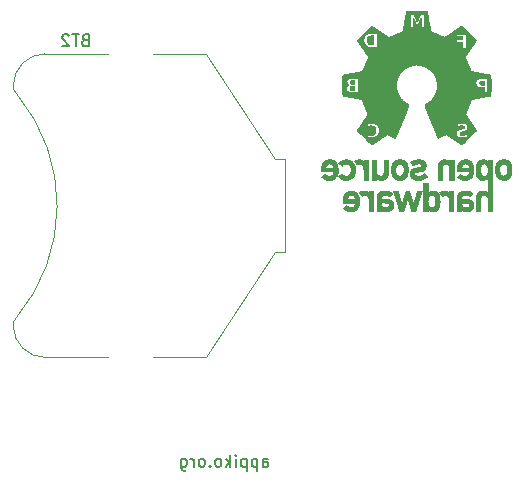
<source format=gbo>
G04 #@! TF.GenerationSoftware,KiCad,Pcbnew,5.1.4-e60b266~84~ubuntu18.04.1*
G04 #@! TF.CreationDate,2019-11-19T14:52:59+05:30*
G04 #@! TF.ProjectId,SensePi_rev5_main,53656e73-6550-4695-9f72-6576355f6d61,rev?*
G04 #@! TF.SameCoordinates,Original*
G04 #@! TF.FileFunction,Legend,Bot*
G04 #@! TF.FilePolarity,Positive*
%FSLAX46Y46*%
G04 Gerber Fmt 4.6, Leading zero omitted, Abs format (unit mm)*
G04 Created by KiCad (PCBNEW 5.1.4-e60b266~84~ubuntu18.04.1) date 2019-11-19 14:52:59*
%MOMM*%
%LPD*%
G04 APERTURE LIST*
%ADD10C,0.150000*%
%ADD11C,0.010000*%
%ADD12C,0.120000*%
G04 APERTURE END LIST*
D10*
X43188095Y-48902380D02*
X43188095Y-48378571D01*
X43235714Y-48283333D01*
X43330952Y-48235714D01*
X43521428Y-48235714D01*
X43616666Y-48283333D01*
X43188095Y-48854761D02*
X43283333Y-48902380D01*
X43521428Y-48902380D01*
X43616666Y-48854761D01*
X43664285Y-48759523D01*
X43664285Y-48664285D01*
X43616666Y-48569047D01*
X43521428Y-48521428D01*
X43283333Y-48521428D01*
X43188095Y-48473809D01*
X42711904Y-48235714D02*
X42711904Y-49235714D01*
X42711904Y-48283333D02*
X42616666Y-48235714D01*
X42426190Y-48235714D01*
X42330952Y-48283333D01*
X42283333Y-48330952D01*
X42235714Y-48426190D01*
X42235714Y-48711904D01*
X42283333Y-48807142D01*
X42330952Y-48854761D01*
X42426190Y-48902380D01*
X42616666Y-48902380D01*
X42711904Y-48854761D01*
X41807142Y-48235714D02*
X41807142Y-49235714D01*
X41807142Y-48283333D02*
X41711904Y-48235714D01*
X41521428Y-48235714D01*
X41426190Y-48283333D01*
X41378571Y-48330952D01*
X41330952Y-48426190D01*
X41330952Y-48711904D01*
X41378571Y-48807142D01*
X41426190Y-48854761D01*
X41521428Y-48902380D01*
X41711904Y-48902380D01*
X41807142Y-48854761D01*
X40902380Y-48902380D02*
X40902380Y-48235714D01*
X40902380Y-47902380D02*
X40950000Y-47950000D01*
X40902380Y-47997619D01*
X40854761Y-47950000D01*
X40902380Y-47902380D01*
X40902380Y-47997619D01*
X40426190Y-48902380D02*
X40426190Y-47902380D01*
X40330952Y-48521428D02*
X40045238Y-48902380D01*
X40045238Y-48235714D02*
X40426190Y-48616666D01*
X39473809Y-48902380D02*
X39569047Y-48854761D01*
X39616666Y-48807142D01*
X39664285Y-48711904D01*
X39664285Y-48426190D01*
X39616666Y-48330952D01*
X39569047Y-48283333D01*
X39473809Y-48235714D01*
X39330952Y-48235714D01*
X39235714Y-48283333D01*
X39188095Y-48330952D01*
X39140476Y-48426190D01*
X39140476Y-48711904D01*
X39188095Y-48807142D01*
X39235714Y-48854761D01*
X39330952Y-48902380D01*
X39473809Y-48902380D01*
X38711904Y-48807142D02*
X38664285Y-48854761D01*
X38711904Y-48902380D01*
X38759523Y-48854761D01*
X38711904Y-48807142D01*
X38711904Y-48902380D01*
X38092857Y-48902380D02*
X38188095Y-48854761D01*
X38235714Y-48807142D01*
X38283333Y-48711904D01*
X38283333Y-48426190D01*
X38235714Y-48330952D01*
X38188095Y-48283333D01*
X38092857Y-48235714D01*
X37950000Y-48235714D01*
X37854761Y-48283333D01*
X37807142Y-48330952D01*
X37759523Y-48426190D01*
X37759523Y-48711904D01*
X37807142Y-48807142D01*
X37854761Y-48854761D01*
X37950000Y-48902380D01*
X38092857Y-48902380D01*
X37330952Y-48902380D02*
X37330952Y-48235714D01*
X37330952Y-48426190D02*
X37283333Y-48330952D01*
X37235714Y-48283333D01*
X37140476Y-48235714D01*
X37045238Y-48235714D01*
X36283333Y-48235714D02*
X36283333Y-49045238D01*
X36330952Y-49140476D01*
X36378571Y-49188095D01*
X36473809Y-49235714D01*
X36616666Y-49235714D01*
X36711904Y-49188095D01*
X36283333Y-48854761D02*
X36378571Y-48902380D01*
X36569047Y-48902380D01*
X36664285Y-48854761D01*
X36711904Y-48807142D01*
X36759523Y-48711904D01*
X36759523Y-48426190D01*
X36711904Y-48330952D01*
X36664285Y-48283333D01*
X36569047Y-48235714D01*
X36378571Y-48235714D01*
X36283333Y-48283333D01*
D11*
G36*
X51885271Y-12289229D02*
G01*
X51862547Y-12310542D01*
X51867209Y-12322794D01*
X51870168Y-12323000D01*
X51888071Y-12307966D01*
X51894605Y-12298563D01*
X51897100Y-12284079D01*
X51885271Y-12289229D01*
X51885271Y-12289229D01*
G37*
X51885271Y-12289229D02*
X51862547Y-12310542D01*
X51867209Y-12322794D01*
X51870168Y-12323000D01*
X51888071Y-12307966D01*
X51894605Y-12298563D01*
X51897100Y-12284079D01*
X51885271Y-12289229D01*
G36*
X51776167Y-12397084D02*
G01*
X51786750Y-12407667D01*
X51797333Y-12397084D01*
X51786750Y-12386500D01*
X51776167Y-12397084D01*
X51776167Y-12397084D01*
G37*
X51776167Y-12397084D02*
X51786750Y-12407667D01*
X51797333Y-12397084D01*
X51786750Y-12386500D01*
X51776167Y-12397084D01*
G36*
X51776167Y-13137917D02*
G01*
X51786750Y-13148500D01*
X51797333Y-13137917D01*
X51786750Y-13127334D01*
X51776167Y-13137917D01*
X51776167Y-13137917D01*
G37*
X51776167Y-13137917D02*
X51786750Y-13148500D01*
X51797333Y-13137917D01*
X51786750Y-13127334D01*
X51776167Y-13137917D01*
G36*
X52311766Y-12394084D02*
G01*
X52266128Y-12400088D01*
X52252832Y-12408339D01*
X52244267Y-12416727D01*
X52217386Y-12412942D01*
X52185931Y-12409578D01*
X52187939Y-12427220D01*
X52188877Y-12428770D01*
X52194574Y-12446493D01*
X52180037Y-12440470D01*
X52148228Y-12442208D01*
X52108538Y-12467953D01*
X52074487Y-12505189D01*
X52059598Y-12541398D01*
X52061051Y-12550625D01*
X52060117Y-12568638D01*
X52047494Y-12564044D01*
X52031838Y-12563341D01*
X52036489Y-12584111D01*
X52040239Y-12613519D01*
X52033311Y-12619334D01*
X52025753Y-12638721D01*
X52021243Y-12689882D01*
X52020631Y-12762312D01*
X52020883Y-12772792D01*
X52023736Y-12868515D01*
X52026685Y-12929019D01*
X52030966Y-12961405D01*
X52037816Y-12972772D01*
X52048469Y-12970219D01*
X52054604Y-12966562D01*
X52068989Y-12963955D01*
X52062970Y-12977463D01*
X52064708Y-13009272D01*
X52090453Y-13048963D01*
X52127689Y-13083013D01*
X52163898Y-13097902D01*
X52173125Y-13096450D01*
X52191146Y-13097415D01*
X52186706Y-13109744D01*
X52187792Y-13125538D01*
X52217386Y-13122058D01*
X52248704Y-13118850D01*
X52252832Y-13126662D01*
X52266661Y-13135038D01*
X52312763Y-13140990D01*
X52379803Y-13143209D01*
X52517000Y-13143209D01*
X52517000Y-13062455D01*
X52130811Y-13062455D01*
X52127915Y-13063834D01*
X52108599Y-13048933D01*
X52104250Y-13042667D01*
X52098856Y-13022878D01*
X52101752Y-13021500D01*
X52121068Y-13036401D01*
X52125417Y-13042667D01*
X52130811Y-13062455D01*
X52517000Y-13062455D01*
X52517000Y-12477234D01*
X52132588Y-12477234D01*
X52127438Y-12489063D01*
X52106125Y-12511786D01*
X52093873Y-12507125D01*
X52093667Y-12504166D01*
X52108701Y-12486263D01*
X52118104Y-12479729D01*
X52132588Y-12477234D01*
X52517000Y-12477234D01*
X52517000Y-12391792D01*
X52379803Y-12391792D01*
X52311766Y-12394084D01*
X52311766Y-12394084D01*
G37*
X52311766Y-12394084D02*
X52266128Y-12400088D01*
X52252832Y-12408339D01*
X52244267Y-12416727D01*
X52217386Y-12412942D01*
X52185931Y-12409578D01*
X52187939Y-12427220D01*
X52188877Y-12428770D01*
X52194574Y-12446493D01*
X52180037Y-12440470D01*
X52148228Y-12442208D01*
X52108538Y-12467953D01*
X52074487Y-12505189D01*
X52059598Y-12541398D01*
X52061051Y-12550625D01*
X52060117Y-12568638D01*
X52047494Y-12564044D01*
X52031838Y-12563341D01*
X52036489Y-12584111D01*
X52040239Y-12613519D01*
X52033311Y-12619334D01*
X52025753Y-12638721D01*
X52021243Y-12689882D01*
X52020631Y-12762312D01*
X52020883Y-12772792D01*
X52023736Y-12868515D01*
X52026685Y-12929019D01*
X52030966Y-12961405D01*
X52037816Y-12972772D01*
X52048469Y-12970219D01*
X52054604Y-12966562D01*
X52068989Y-12963955D01*
X52062970Y-12977463D01*
X52064708Y-13009272D01*
X52090453Y-13048963D01*
X52127689Y-13083013D01*
X52163898Y-13097902D01*
X52173125Y-13096450D01*
X52191146Y-13097415D01*
X52186706Y-13109744D01*
X52187792Y-13125538D01*
X52217386Y-13122058D01*
X52248704Y-13118850D01*
X52252832Y-13126662D01*
X52266661Y-13135038D01*
X52312763Y-13140990D01*
X52379803Y-13143209D01*
X52517000Y-13143209D01*
X52517000Y-13062455D01*
X52130811Y-13062455D01*
X52127915Y-13063834D01*
X52108599Y-13048933D01*
X52104250Y-13042667D01*
X52098856Y-13022878D01*
X52101752Y-13021500D01*
X52121068Y-13036401D01*
X52125417Y-13042667D01*
X52130811Y-13062455D01*
X52517000Y-13062455D01*
X52517000Y-12477234D01*
X52132588Y-12477234D01*
X52127438Y-12489063D01*
X52106125Y-12511786D01*
X52093873Y-12507125D01*
X52093667Y-12504166D01*
X52108701Y-12486263D01*
X52118104Y-12479729D01*
X52132588Y-12477234D01*
X52517000Y-12477234D01*
X52517000Y-12391792D01*
X52379803Y-12391792D01*
X52311766Y-12394084D01*
G36*
X51867474Y-13225673D02*
G01*
X51871417Y-13233167D01*
X51891360Y-13253381D01*
X51895082Y-13254334D01*
X51896526Y-13240661D01*
X51892583Y-13233167D01*
X51872640Y-13212953D01*
X51868918Y-13212000D01*
X51867474Y-13225673D01*
X51867474Y-13225673D01*
G37*
X51867474Y-13225673D02*
X51871417Y-13233167D01*
X51891360Y-13253381D01*
X51895082Y-13254334D01*
X51896526Y-13240661D01*
X51892583Y-13233167D01*
X51872640Y-13212953D01*
X51868918Y-13212000D01*
X51867474Y-13225673D01*
G36*
X50759436Y-16200157D02*
G01*
X50683442Y-16204617D01*
X50624848Y-16213733D01*
X50595831Y-16225572D01*
X50595401Y-16226162D01*
X50583592Y-16266250D01*
X50578667Y-16327105D01*
X50580758Y-16389696D01*
X50589996Y-16434990D01*
X50593910Y-16442018D01*
X50622769Y-16453992D01*
X50681447Y-16463295D01*
X50757439Y-16467969D01*
X50760110Y-16468022D01*
X50908333Y-16470760D01*
X50908333Y-16197407D01*
X50759436Y-16200157D01*
X50759436Y-16200157D01*
G37*
X50759436Y-16200157D02*
X50683442Y-16204617D01*
X50624848Y-16213733D01*
X50595831Y-16225572D01*
X50595401Y-16226162D01*
X50583592Y-16266250D01*
X50578667Y-16327105D01*
X50580758Y-16389696D01*
X50589996Y-16434990D01*
X50593910Y-16442018D01*
X50622769Y-16453992D01*
X50681447Y-16463295D01*
X50757439Y-16467969D01*
X50760110Y-16468022D01*
X50908333Y-16470760D01*
X50908333Y-16197407D01*
X50759436Y-16200157D01*
G36*
X50749959Y-16686742D02*
G01*
X50650946Y-16692597D01*
X50587016Y-16709017D01*
X50551280Y-16741063D01*
X50536849Y-16793797D01*
X50535691Y-16844135D01*
X50542246Y-16912966D01*
X50562707Y-16957326D01*
X50604649Y-16982645D01*
X50675650Y-16994354D01*
X50749504Y-16997416D01*
X50908333Y-17000435D01*
X50908333Y-16971675D01*
X50612000Y-16971675D01*
X50601704Y-16978011D01*
X50573566Y-16950820D01*
X50566967Y-16942625D01*
X50548661Y-16917553D01*
X50559622Y-16922809D01*
X50574958Y-16934634D01*
X50604273Y-16960745D01*
X50612000Y-16971675D01*
X50908333Y-16971675D01*
X50908333Y-16704661D01*
X50610614Y-16704661D01*
X50605358Y-16715622D01*
X50593533Y-16730959D01*
X50562638Y-16763866D01*
X50548848Y-16763723D01*
X50548500Y-16760009D01*
X50562965Y-16742340D01*
X50585542Y-16722967D01*
X50610614Y-16704661D01*
X50908333Y-16704661D01*
X50908333Y-16683732D01*
X50749959Y-16686742D01*
X50749959Y-16686742D01*
G37*
X50749959Y-16686742D02*
X50650946Y-16692597D01*
X50587016Y-16709017D01*
X50551280Y-16741063D01*
X50536849Y-16793797D01*
X50535691Y-16844135D01*
X50542246Y-16912966D01*
X50562707Y-16957326D01*
X50604649Y-16982645D01*
X50675650Y-16994354D01*
X50749504Y-16997416D01*
X50908333Y-17000435D01*
X50908333Y-16971675D01*
X50612000Y-16971675D01*
X50601704Y-16978011D01*
X50573566Y-16950820D01*
X50566967Y-16942625D01*
X50548661Y-16917553D01*
X50559622Y-16922809D01*
X50574958Y-16934634D01*
X50604273Y-16960745D01*
X50612000Y-16971675D01*
X50908333Y-16971675D01*
X50908333Y-16704661D01*
X50610614Y-16704661D01*
X50605358Y-16715622D01*
X50593533Y-16730959D01*
X50562638Y-16763866D01*
X50548848Y-16763723D01*
X50548500Y-16760009D01*
X50562965Y-16742340D01*
X50585542Y-16722967D01*
X50610614Y-16704661D01*
X50908333Y-16704661D01*
X50908333Y-16683732D01*
X50749959Y-16686742D01*
G36*
X50315667Y-17117250D02*
G01*
X50326250Y-17127834D01*
X50336833Y-17117250D01*
X50326250Y-17106667D01*
X50315667Y-17117250D01*
X50315667Y-17117250D01*
G37*
X50315667Y-17117250D02*
X50326250Y-17127834D01*
X50336833Y-17117250D01*
X50326250Y-17106667D01*
X50315667Y-17117250D01*
G36*
X61733903Y-16221486D02*
G01*
X61637341Y-16228105D01*
X61575215Y-16245452D01*
X61539915Y-16279373D01*
X61523825Y-16335715D01*
X61520113Y-16385683D01*
X61523708Y-16458428D01*
X61545122Y-16506691D01*
X61590901Y-16535467D01*
X61667590Y-16549750D01*
X61740375Y-16553723D01*
X61872667Y-16557450D01*
X61872667Y-16503417D01*
X61576333Y-16503417D01*
X61565750Y-16514000D01*
X61555167Y-16503417D01*
X61565750Y-16492834D01*
X61576333Y-16503417D01*
X61872667Y-16503417D01*
X61872667Y-16270584D01*
X61576333Y-16270584D01*
X61565750Y-16281167D01*
X61555167Y-16270584D01*
X61565750Y-16260000D01*
X61576333Y-16270584D01*
X61872667Y-16270584D01*
X61872667Y-16217663D01*
X61733903Y-16221486D01*
X61733903Y-16221486D01*
G37*
X61733903Y-16221486D02*
X61637341Y-16228105D01*
X61575215Y-16245452D01*
X61539915Y-16279373D01*
X61523825Y-16335715D01*
X61520113Y-16385683D01*
X61523708Y-16458428D01*
X61545122Y-16506691D01*
X61590901Y-16535467D01*
X61667590Y-16549750D01*
X61740375Y-16553723D01*
X61872667Y-16557450D01*
X61872667Y-16503417D01*
X61576333Y-16503417D01*
X61565750Y-16514000D01*
X61555167Y-16503417D01*
X61565750Y-16492834D01*
X61576333Y-16503417D01*
X61872667Y-16503417D01*
X61872667Y-16270584D01*
X61576333Y-16270584D01*
X61565750Y-16281167D01*
X61555167Y-16270584D01*
X61565750Y-16260000D01*
X61576333Y-16270584D01*
X61872667Y-16270584D01*
X61872667Y-16217663D01*
X61733903Y-16221486D01*
G36*
X52819976Y-19932955D02*
G01*
X52831800Y-19948292D01*
X52862695Y-19981199D01*
X52876486Y-19981056D01*
X52876833Y-19977342D01*
X52862369Y-19959673D01*
X52839792Y-19940300D01*
X52814720Y-19921994D01*
X52819976Y-19932955D01*
X52819976Y-19932955D01*
G37*
X52819976Y-19932955D02*
X52831800Y-19948292D01*
X52862695Y-19981199D01*
X52876486Y-19981056D01*
X52876833Y-19977342D01*
X52862369Y-19959673D01*
X52839792Y-19940300D01*
X52814720Y-19921994D01*
X52819976Y-19932955D01*
G36*
X52865712Y-20838643D02*
G01*
X52850375Y-20850467D01*
X52821060Y-20876578D01*
X52813333Y-20887509D01*
X52823630Y-20893844D01*
X52851768Y-20866654D01*
X52858367Y-20858459D01*
X52876673Y-20833387D01*
X52865712Y-20838643D01*
X52865712Y-20838643D01*
G37*
X52865712Y-20838643D02*
X52850375Y-20850467D01*
X52821060Y-20876578D01*
X52813333Y-20887509D01*
X52823630Y-20893844D01*
X52851768Y-20866654D01*
X52858367Y-20858459D01*
X52876673Y-20833387D01*
X52865712Y-20838643D01*
G36*
X49052308Y-23301006D02*
G01*
X49056250Y-23308500D01*
X49076194Y-23328714D01*
X49079915Y-23329667D01*
X49081359Y-23315994D01*
X49077417Y-23308500D01*
X49057473Y-23288286D01*
X49053752Y-23287334D01*
X49052308Y-23301006D01*
X49052308Y-23301006D01*
G37*
X49052308Y-23301006D02*
X49056250Y-23308500D01*
X49076194Y-23328714D01*
X49079915Y-23329667D01*
X49081359Y-23315994D01*
X49077417Y-23308500D01*
X49057473Y-23288286D01*
X49053752Y-23287334D01*
X49052308Y-23301006D01*
G36*
X48537667Y-23361417D02*
G01*
X48548250Y-23372000D01*
X48558833Y-23361417D01*
X48548250Y-23350834D01*
X48537667Y-23361417D01*
X48537667Y-23361417D01*
G37*
X48537667Y-23361417D02*
X48548250Y-23372000D01*
X48558833Y-23361417D01*
X48548250Y-23350834D01*
X48537667Y-23361417D01*
G36*
X54978976Y-23319622D02*
G01*
X54990800Y-23334959D01*
X55021695Y-23367866D01*
X55035486Y-23367723D01*
X55035833Y-23364009D01*
X55021369Y-23346340D01*
X54998792Y-23326967D01*
X54973720Y-23308661D01*
X54978976Y-23319622D01*
X54978976Y-23319622D01*
G37*
X54978976Y-23319622D02*
X54990800Y-23334959D01*
X55021695Y-23367866D01*
X55035486Y-23367723D01*
X55035833Y-23364009D01*
X55021369Y-23346340D01*
X54998792Y-23326967D01*
X54973720Y-23308661D01*
X54978976Y-23319622D01*
G36*
X55024712Y-24140643D02*
G01*
X55009375Y-24152467D01*
X54980060Y-24178578D01*
X54972333Y-24189509D01*
X54982630Y-24195844D01*
X55010768Y-24168654D01*
X55017367Y-24160459D01*
X55035673Y-24135387D01*
X55024712Y-24140643D01*
X55024712Y-24140643D01*
G37*
X55024712Y-24140643D02*
X55009375Y-24152467D01*
X54980060Y-24178578D01*
X54972333Y-24189509D01*
X54982630Y-24195844D01*
X55010768Y-24168654D01*
X55017367Y-24160459D01*
X55035673Y-24135387D01*
X55024712Y-24140643D01*
G36*
X60496833Y-23276750D02*
G01*
X60507417Y-23287334D01*
X60518000Y-23276750D01*
X60507417Y-23266167D01*
X60496833Y-23276750D01*
X60496833Y-23276750D01*
G37*
X60496833Y-23276750D02*
X60507417Y-23287334D01*
X60518000Y-23276750D01*
X60507417Y-23266167D01*
X60496833Y-23276750D01*
G36*
X60076771Y-23295896D02*
G01*
X60054047Y-23317208D01*
X60058709Y-23329461D01*
X60061668Y-23329667D01*
X60079571Y-23314633D01*
X60086105Y-23305230D01*
X60088600Y-23290745D01*
X60076771Y-23295896D01*
X60076771Y-23295896D01*
G37*
X60076771Y-23295896D02*
X60054047Y-23317208D01*
X60058709Y-23329461D01*
X60061668Y-23329667D01*
X60079571Y-23314633D01*
X60086105Y-23305230D01*
X60088600Y-23290745D01*
X60076771Y-23295896D01*
G36*
X63315271Y-23317062D02*
G01*
X63292726Y-23336738D01*
X63290833Y-23341499D01*
X63300879Y-23350199D01*
X63321793Y-23330705D01*
X63324605Y-23326396D01*
X63327100Y-23311912D01*
X63315271Y-23317062D01*
X63315271Y-23317062D01*
G37*
X63315271Y-23317062D02*
X63292726Y-23336738D01*
X63290833Y-23341499D01*
X63300879Y-23350199D01*
X63321793Y-23330705D01*
X63324605Y-23326396D01*
X63327100Y-23311912D01*
X63315271Y-23317062D01*
G36*
X63297474Y-24168839D02*
G01*
X63301417Y-24176334D01*
X63321360Y-24196548D01*
X63325082Y-24197500D01*
X63326526Y-24183828D01*
X63322583Y-24176334D01*
X63302640Y-24156119D01*
X63298918Y-24155167D01*
X63297474Y-24168839D01*
X63297474Y-24168839D01*
G37*
X63297474Y-24168839D02*
X63301417Y-24176334D01*
X63321360Y-24196548D01*
X63325082Y-24197500D01*
X63326526Y-24183828D01*
X63322583Y-24176334D01*
X63302640Y-24156119D01*
X63298918Y-24155167D01*
X63297474Y-24168839D01*
G36*
X50424771Y-25941729D02*
G01*
X50402047Y-25963042D01*
X50406709Y-25975294D01*
X50409668Y-25975500D01*
X50427571Y-25960466D01*
X50434105Y-25951063D01*
X50436600Y-25936579D01*
X50424771Y-25941729D01*
X50424771Y-25941729D01*
G37*
X50424771Y-25941729D02*
X50402047Y-25963042D01*
X50406709Y-25975294D01*
X50409668Y-25975500D01*
X50427571Y-25960466D01*
X50434105Y-25951063D01*
X50436600Y-25936579D01*
X50424771Y-25941729D01*
G36*
X53808167Y-26599917D02*
G01*
X53818750Y-26610500D01*
X53829333Y-26599917D01*
X53818750Y-26589334D01*
X53808167Y-26599917D01*
X53808167Y-26599917D01*
G37*
X53808167Y-26599917D02*
X53818750Y-26610500D01*
X53829333Y-26599917D01*
X53818750Y-26589334D01*
X53808167Y-26599917D01*
G36*
X53832604Y-26851896D02*
G01*
X53809881Y-26873208D01*
X53814542Y-26885461D01*
X53817501Y-26885667D01*
X53835404Y-26870633D01*
X53841938Y-26861230D01*
X53844433Y-26846745D01*
X53832604Y-26851896D01*
X53832604Y-26851896D01*
G37*
X53832604Y-26851896D02*
X53809881Y-26873208D01*
X53814542Y-26885461D01*
X53817501Y-26885667D01*
X53835404Y-26870633D01*
X53841938Y-26861230D01*
X53844433Y-26846745D01*
X53832604Y-26851896D01*
G36*
X57258333Y-25943750D02*
G01*
X57268917Y-25954334D01*
X57279500Y-25943750D01*
X57268917Y-25933167D01*
X57258333Y-25943750D01*
X57258333Y-25943750D01*
G37*
X57258333Y-25943750D02*
X57268917Y-25954334D01*
X57279500Y-25943750D01*
X57268917Y-25933167D01*
X57258333Y-25943750D01*
G36*
X57222641Y-26835839D02*
G01*
X57226583Y-26843334D01*
X57246527Y-26863548D01*
X57250249Y-26864500D01*
X57251693Y-26850828D01*
X57247750Y-26843334D01*
X57227807Y-26823119D01*
X57224085Y-26822167D01*
X57222641Y-26835839D01*
X57222641Y-26835839D01*
G37*
X57222641Y-26835839D02*
X57226583Y-26843334D01*
X57246527Y-26863548D01*
X57250249Y-26864500D01*
X57251693Y-26850828D01*
X57247750Y-26843334D01*
X57227807Y-26823119D01*
X57224085Y-26822167D01*
X57222641Y-26835839D01*
G36*
X57684937Y-26830729D02*
G01*
X57662214Y-26852042D01*
X57666875Y-26864294D01*
X57669834Y-26864500D01*
X57687737Y-26849466D01*
X57694271Y-26840063D01*
X57696766Y-26825579D01*
X57684937Y-26830729D01*
X57684937Y-26830729D01*
G37*
X57684937Y-26830729D02*
X57662214Y-26852042D01*
X57666875Y-26864294D01*
X57669834Y-26864500D01*
X57687737Y-26849466D01*
X57694271Y-26840063D01*
X57696766Y-26825579D01*
X57684937Y-26830729D01*
G36*
X60031167Y-26875084D02*
G01*
X60041750Y-26885667D01*
X60052333Y-26875084D01*
X60041750Y-26864500D01*
X60031167Y-26875084D01*
X60031167Y-26875084D01*
G37*
X60031167Y-26875084D02*
X60041750Y-26885667D01*
X60052333Y-26875084D01*
X60041750Y-26864500D01*
X60031167Y-26875084D01*
G36*
X61661000Y-23319084D02*
G01*
X61671583Y-23329667D01*
X61682167Y-23319084D01*
X61671583Y-23308500D01*
X61661000Y-23319084D01*
X61661000Y-23319084D01*
G37*
X61661000Y-23319084D02*
X61671583Y-23329667D01*
X61682167Y-23319084D01*
X61671583Y-23308500D01*
X61661000Y-23319084D01*
G36*
X61661000Y-24186917D02*
G01*
X61671583Y-24197500D01*
X61682167Y-24186917D01*
X61671583Y-24176334D01*
X61661000Y-24186917D01*
X61661000Y-24186917D01*
G37*
X61661000Y-24186917D02*
X61671583Y-24197500D01*
X61682167Y-24186917D01*
X61671583Y-24176334D01*
X61661000Y-24186917D01*
G36*
X54866500Y-17752250D02*
G01*
X54877083Y-17762834D01*
X54887667Y-17752250D01*
X54877083Y-17741667D01*
X54866500Y-17752250D01*
X54866500Y-17752250D01*
G37*
X54866500Y-17752250D02*
X54877083Y-17762834D01*
X54887667Y-17752250D01*
X54877083Y-17741667D01*
X54866500Y-17752250D01*
G36*
X57491167Y-17752250D02*
G01*
X57501750Y-17762834D01*
X57512333Y-17752250D01*
X57501750Y-17741667D01*
X57491167Y-17752250D01*
X57491167Y-17752250D01*
G37*
X57491167Y-17752250D02*
X57501750Y-17762834D01*
X57512333Y-17752250D01*
X57501750Y-17741667D01*
X57491167Y-17752250D01*
G36*
X55975252Y-10333475D02*
G01*
X55799602Y-10333997D01*
X55658652Y-10335049D01*
X55548584Y-10336779D01*
X55465581Y-10339336D01*
X55405827Y-10342867D01*
X55365505Y-10347522D01*
X55340799Y-10353449D01*
X55327890Y-10360796D01*
X55323779Y-10366994D01*
X55319762Y-10408590D01*
X55324785Y-10423181D01*
X55325527Y-10435427D01*
X55311427Y-10428847D01*
X55293730Y-10426815D01*
X55291241Y-10456908D01*
X55293907Y-10478493D01*
X55295163Y-10524008D01*
X55285037Y-10544860D01*
X55283765Y-10545000D01*
X55272450Y-10563025D01*
X55272886Y-10606471D01*
X55273018Y-10607382D01*
X55273989Y-10648314D01*
X55262470Y-10657574D01*
X55261993Y-10657292D01*
X55250339Y-10665739D01*
X55250897Y-10706554D01*
X55251410Y-10710209D01*
X55252842Y-10752872D01*
X55241947Y-10763742D01*
X55240826Y-10763126D01*
X55229238Y-10771642D01*
X55229784Y-10812683D01*
X55230407Y-10817160D01*
X55231663Y-10862675D01*
X55221537Y-10883527D01*
X55220265Y-10883667D01*
X55208950Y-10901692D01*
X55209386Y-10945138D01*
X55209518Y-10946049D01*
X55210489Y-10986981D01*
X55198970Y-10996240D01*
X55198493Y-10995959D01*
X55186839Y-11004406D01*
X55187397Y-11045220D01*
X55187910Y-11048876D01*
X55189342Y-11091538D01*
X55178447Y-11102409D01*
X55177326Y-11101792D01*
X55165738Y-11110309D01*
X55166284Y-11151350D01*
X55166907Y-11155827D01*
X55168163Y-11201342D01*
X55158037Y-11222194D01*
X55156765Y-11222333D01*
X55145450Y-11240359D01*
X55145886Y-11283805D01*
X55146018Y-11284716D01*
X55146989Y-11325648D01*
X55135470Y-11334907D01*
X55134993Y-11334626D01*
X55123405Y-11343142D01*
X55123951Y-11384183D01*
X55124574Y-11388660D01*
X55125830Y-11434175D01*
X55115704Y-11455027D01*
X55114432Y-11455167D01*
X55103117Y-11473192D01*
X55103553Y-11516638D01*
X55103684Y-11517549D01*
X55104655Y-11558481D01*
X55093136Y-11567740D01*
X55092660Y-11567459D01*
X55081006Y-11575906D01*
X55081564Y-11616720D01*
X55082076Y-11620376D01*
X55083508Y-11663038D01*
X55072614Y-11673909D01*
X55071493Y-11673292D01*
X55059905Y-11681809D01*
X55060451Y-11722850D01*
X55061074Y-11727327D01*
X55062330Y-11772842D01*
X55052204Y-11793694D01*
X55050932Y-11793833D01*
X55039617Y-11811859D01*
X55040053Y-11855305D01*
X55040184Y-11856216D01*
X55041668Y-11896396D01*
X55032725Y-11908279D01*
X55032004Y-11907883D01*
X55017787Y-11915788D01*
X55014667Y-11936041D01*
X55002847Y-11983399D01*
X54983664Y-12019177D01*
X54965340Y-12057309D01*
X54967144Y-12077922D01*
X54963232Y-12083436D01*
X54941758Y-12077105D01*
X54914222Y-12071847D01*
X54917044Y-12086327D01*
X54917760Y-12101881D01*
X54895877Y-12096911D01*
X54871243Y-12092790D01*
X54876882Y-12111007D01*
X54882717Y-12129061D01*
X54869581Y-12123821D01*
X54834446Y-12116384D01*
X54796819Y-12124981D01*
X54773487Y-12143515D01*
X54774213Y-12158461D01*
X54775195Y-12171297D01*
X54763748Y-12166154D01*
X54730622Y-12159424D01*
X54692286Y-12166326D01*
X54666240Y-12181729D01*
X54664882Y-12195134D01*
X54659108Y-12210310D01*
X54649314Y-12211443D01*
X54587268Y-12213826D01*
X54557859Y-12225451D01*
X54558107Y-12235944D01*
X54553290Y-12252473D01*
X54543481Y-12253776D01*
X54480306Y-12256391D01*
X54452319Y-12269159D01*
X54453600Y-12280424D01*
X54450015Y-12292106D01*
X54430211Y-12287411D01*
X54405576Y-12283290D01*
X54411215Y-12301507D01*
X54417050Y-12319561D01*
X54403915Y-12314321D01*
X54370789Y-12307591D01*
X54332452Y-12314492D01*
X54306407Y-12329896D01*
X54305048Y-12343301D01*
X54299275Y-12358476D01*
X54289481Y-12359609D01*
X54227434Y-12361993D01*
X54198025Y-12373617D01*
X54198273Y-12384110D01*
X54193457Y-12400640D01*
X54183647Y-12401943D01*
X54121601Y-12404326D01*
X54092192Y-12415951D01*
X54092440Y-12426444D01*
X54087624Y-12442973D01*
X54077814Y-12444276D01*
X54014640Y-12446891D01*
X53986652Y-12459659D01*
X53987934Y-12470924D01*
X53984348Y-12482606D01*
X53964544Y-12477911D01*
X53940032Y-12474673D01*
X53940121Y-12483445D01*
X53931287Y-12497068D01*
X53894468Y-12505357D01*
X53843737Y-12507799D01*
X53793168Y-12503880D01*
X53756832Y-12493086D01*
X53752775Y-12490279D01*
X53718411Y-12476964D01*
X53704723Y-12480273D01*
X53677136Y-12477470D01*
X53668776Y-12468242D01*
X53666446Y-12453105D01*
X53683188Y-12459150D01*
X53689648Y-12458682D01*
X53667501Y-12437433D01*
X53660000Y-12431141D01*
X53641675Y-12418250D01*
X53617667Y-12418250D01*
X53607083Y-12428834D01*
X53596500Y-12418250D01*
X53607083Y-12407667D01*
X53617667Y-12418250D01*
X53641675Y-12418250D01*
X53606772Y-12393697D01*
X53564774Y-12382666D01*
X53548875Y-12383994D01*
X53537506Y-12370379D01*
X53538292Y-12360042D01*
X53526080Y-12339089D01*
X53507372Y-12336385D01*
X53478922Y-12327640D01*
X53475622Y-12315218D01*
X53462603Y-12296317D01*
X53443872Y-12294052D01*
X53415422Y-12285306D01*
X53412122Y-12272885D01*
X53399047Y-12254113D01*
X53379770Y-12251819D01*
X53354061Y-12246348D01*
X53353904Y-12237006D01*
X53347971Y-12215444D01*
X53318754Y-12195354D01*
X53284507Y-12186395D01*
X53267806Y-12191453D01*
X53260896Y-12191391D01*
X53266272Y-12180125D01*
X53264615Y-12156654D01*
X53229673Y-12149190D01*
X53210209Y-12151160D01*
X53198839Y-12137546D01*
X53199625Y-12127208D01*
X53187413Y-12106255D01*
X53168705Y-12103552D01*
X53140255Y-12094806D01*
X53136955Y-12082385D01*
X53123936Y-12063484D01*
X53105205Y-12061218D01*
X53076755Y-12052473D01*
X53073455Y-12040052D01*
X53060380Y-12021280D01*
X53041103Y-12018985D01*
X53015395Y-12013514D01*
X53015237Y-12004172D01*
X53008389Y-11983234D01*
X52979300Y-11961559D01*
X52946321Y-11950427D01*
X52932533Y-11953328D01*
X52927795Y-11951924D01*
X52929921Y-11948885D01*
X52922705Y-11929293D01*
X52900180Y-11910250D01*
X52876833Y-11910250D01*
X52866250Y-11920834D01*
X52855667Y-11910250D01*
X52866250Y-11899667D01*
X52876833Y-11910250D01*
X52900180Y-11910250D01*
X52891553Y-11902957D01*
X52851528Y-11879606D01*
X52817693Y-11868966D01*
X52808838Y-11870695D01*
X52796252Y-11865239D01*
X52796934Y-11853615D01*
X52785230Y-11831371D01*
X52766539Y-11828385D01*
X52738088Y-11819640D01*
X52734789Y-11807218D01*
X52721769Y-11788317D01*
X52703039Y-11786052D01*
X52674588Y-11777306D01*
X52671289Y-11764885D01*
X52658136Y-11744354D01*
X52640202Y-11740647D01*
X52599199Y-11730102D01*
X52587286Y-11721378D01*
X52586083Y-11712232D01*
X52601667Y-11718193D01*
X52609469Y-11717835D01*
X52588147Y-11696742D01*
X52580500Y-11690308D01*
X52562175Y-11677417D01*
X52538167Y-11677417D01*
X52527583Y-11688000D01*
X52517000Y-11677417D01*
X52527583Y-11666834D01*
X52538167Y-11677417D01*
X52562175Y-11677417D01*
X52527272Y-11652864D01*
X52485274Y-11641833D01*
X52469375Y-11643160D01*
X52458006Y-11629546D01*
X52458792Y-11619208D01*
X52444379Y-11597917D01*
X52402464Y-11585723D01*
X52384277Y-11586205D01*
X52362606Y-11593454D01*
X52340387Y-11606638D01*
X52347667Y-11613917D01*
X52337083Y-11624500D01*
X52327812Y-11615229D01*
X52296516Y-11639186D01*
X52245949Y-11683133D01*
X52179602Y-11744777D01*
X52094403Y-11826849D01*
X51987276Y-11932083D01*
X51855149Y-12063210D01*
X51771427Y-12146640D01*
X51601099Y-12317104D01*
X51460283Y-12459337D01*
X51347960Y-12574435D01*
X51263111Y-12663494D01*
X51204717Y-12727609D01*
X51171760Y-12767875D01*
X51163221Y-12785388D01*
X51178081Y-12781243D01*
X51184985Y-12777166D01*
X51202750Y-12773604D01*
X51197756Y-12797311D01*
X51195009Y-12836558D01*
X51207497Y-12877616D01*
X51228246Y-12904677D01*
X51245672Y-12905904D01*
X51259096Y-12913188D01*
X51260485Y-12931770D01*
X51269000Y-12960600D01*
X51281552Y-12964122D01*
X51300453Y-12977141D01*
X51302718Y-12995872D01*
X51313206Y-13023600D01*
X51327948Y-13026267D01*
X51346910Y-13030699D01*
X51345029Y-13038171D01*
X51347271Y-13064768D01*
X51366381Y-13103992D01*
X51392631Y-13140778D01*
X51416295Y-13160065D01*
X51423218Y-13159254D01*
X51429551Y-13159065D01*
X51427662Y-13161867D01*
X51427363Y-13188590D01*
X51444224Y-13222185D01*
X51466962Y-13244301D01*
X51478506Y-13244571D01*
X51491929Y-13251855D01*
X51493319Y-13270436D01*
X51501834Y-13299267D01*
X51514385Y-13302789D01*
X51533286Y-13315808D01*
X51535552Y-13334539D01*
X51544297Y-13362989D01*
X51556718Y-13366289D01*
X51575620Y-13379308D01*
X51577885Y-13398039D01*
X51587703Y-13426045D01*
X51601542Y-13428959D01*
X51624287Y-13433655D01*
X51625494Y-13439542D01*
X51628344Y-13481287D01*
X51655176Y-13528530D01*
X51672641Y-13550667D01*
X51697334Y-13577484D01*
X51702418Y-13576031D01*
X51700527Y-13571834D01*
X51695330Y-13552799D01*
X51703712Y-13557452D01*
X51720737Y-13592166D01*
X51722980Y-13610369D01*
X51734639Y-13638501D01*
X51747218Y-13641455D01*
X51766120Y-13654475D01*
X51768385Y-13673205D01*
X51777130Y-13701655D01*
X51789552Y-13704955D01*
X51808453Y-13717975D01*
X51810718Y-13736705D01*
X51821206Y-13764434D01*
X51835948Y-13767101D01*
X51854910Y-13771533D01*
X51853029Y-13779005D01*
X51855271Y-13805602D01*
X51874381Y-13844825D01*
X51900631Y-13881611D01*
X51924295Y-13900899D01*
X51931218Y-13900087D01*
X51937551Y-13899898D01*
X51935662Y-13902700D01*
X51935363Y-13929424D01*
X51952224Y-13963019D01*
X51974962Y-13985134D01*
X51986506Y-13985404D01*
X51999929Y-13992688D01*
X52001319Y-14011270D01*
X52009834Y-14040100D01*
X52022385Y-14043622D01*
X52041286Y-14056641D01*
X52043552Y-14075372D01*
X52053043Y-14103514D01*
X52066447Y-14106546D01*
X52082635Y-14116517D01*
X52078725Y-14136476D01*
X52076065Y-14159962D01*
X52084778Y-14159410D01*
X52098567Y-14168467D01*
X52104250Y-14206833D01*
X52099519Y-14246155D01*
X52088375Y-14256480D01*
X52074332Y-14265756D01*
X52067037Y-14308781D01*
X52066776Y-14349481D01*
X52054780Y-14365259D01*
X52045347Y-14361883D01*
X52032057Y-14363764D01*
X52036911Y-14384377D01*
X52040153Y-14409047D01*
X52029924Y-14407767D01*
X52011944Y-14414058D01*
X52003438Y-14457823D01*
X52003276Y-14497647D01*
X51991280Y-14513426D01*
X51981847Y-14510050D01*
X51968557Y-14511931D01*
X51973411Y-14532544D01*
X51976653Y-14557214D01*
X51966424Y-14555934D01*
X51948444Y-14562225D01*
X51939938Y-14605990D01*
X51939776Y-14645814D01*
X51927780Y-14661592D01*
X51918347Y-14658217D01*
X51905057Y-14660098D01*
X51909911Y-14680711D01*
X51913153Y-14705381D01*
X51902924Y-14704100D01*
X51884944Y-14710392D01*
X51876438Y-14754157D01*
X51876276Y-14793981D01*
X51864280Y-14809759D01*
X51854847Y-14806383D01*
X51841557Y-14808264D01*
X51846411Y-14828877D01*
X51849653Y-14853547D01*
X51839424Y-14852267D01*
X51821444Y-14858558D01*
X51812938Y-14902323D01*
X51812776Y-14942147D01*
X51803735Y-14959967D01*
X51797006Y-14958047D01*
X51779942Y-14967219D01*
X51761864Y-15002456D01*
X51748167Y-15047978D01*
X51744246Y-15088005D01*
X51747941Y-15101535D01*
X51747797Y-15113571D01*
X51739166Y-15109712D01*
X51719236Y-15117148D01*
X51698754Y-15150996D01*
X51683742Y-15195846D01*
X51680225Y-15236292D01*
X51684441Y-15249702D01*
X51684410Y-15261591D01*
X51674224Y-15256988D01*
X51651682Y-15262561D01*
X51637127Y-15295183D01*
X51615702Y-15345636D01*
X51594406Y-15372530D01*
X51574886Y-15401777D01*
X51576416Y-15415489D01*
X51570573Y-15424706D01*
X51551544Y-15420077D01*
X51526873Y-15416835D01*
X51528160Y-15427073D01*
X51520467Y-15439590D01*
X51478393Y-15438792D01*
X51475709Y-15438410D01*
X51433046Y-15436978D01*
X51422176Y-15447872D01*
X51422792Y-15448993D01*
X51414346Y-15460647D01*
X51373531Y-15460089D01*
X51369876Y-15459576D01*
X51327213Y-15458145D01*
X51316342Y-15469039D01*
X51316959Y-15470160D01*
X51308704Y-15481996D01*
X51268525Y-15481397D01*
X51267049Y-15481184D01*
X51223293Y-15480513D01*
X51204673Y-15491642D01*
X51204667Y-15491932D01*
X51186543Y-15502893D01*
X51142479Y-15502666D01*
X51138160Y-15502074D01*
X51094863Y-15500477D01*
X51083405Y-15511146D01*
X51084126Y-15512493D01*
X51075679Y-15524147D01*
X51034864Y-15523589D01*
X51031209Y-15523076D01*
X50988546Y-15521645D01*
X50977676Y-15532539D01*
X50978292Y-15533660D01*
X50970038Y-15545496D01*
X50929859Y-15544897D01*
X50928382Y-15544684D01*
X50884627Y-15544013D01*
X50866007Y-15555142D01*
X50866000Y-15555432D01*
X50847876Y-15566393D01*
X50803812Y-15566166D01*
X50799493Y-15565574D01*
X50756196Y-15563977D01*
X50744738Y-15574646D01*
X50745459Y-15575993D01*
X50737204Y-15587829D01*
X50697025Y-15587230D01*
X50695549Y-15587018D01*
X50651793Y-15586347D01*
X50633173Y-15597476D01*
X50633167Y-15597765D01*
X50615043Y-15608726D01*
X50570979Y-15608499D01*
X50566660Y-15607907D01*
X50523363Y-15606310D01*
X50511905Y-15616979D01*
X50512626Y-15618326D01*
X50504179Y-15629980D01*
X50463364Y-15629423D01*
X50459709Y-15628910D01*
X50417046Y-15627478D01*
X50406176Y-15638372D01*
X50406792Y-15639493D01*
X50398538Y-15651329D01*
X50358359Y-15650730D01*
X50356882Y-15650518D01*
X50313127Y-15649847D01*
X50294507Y-15660976D01*
X50294500Y-15661265D01*
X50276376Y-15672226D01*
X50232312Y-15671999D01*
X50227993Y-15671407D01*
X50184696Y-15669810D01*
X50173238Y-15680479D01*
X50173959Y-15681826D01*
X50165512Y-15693480D01*
X50124697Y-15692923D01*
X50121042Y-15692410D01*
X50077504Y-15690962D01*
X50068113Y-15702916D01*
X50068603Y-15703765D01*
X50061958Y-15716314D01*
X50026130Y-15714124D01*
X49987584Y-15712037D01*
X49985537Y-15727522D01*
X49985545Y-15742526D01*
X49963841Y-15737500D01*
X49937891Y-15734077D01*
X49941333Y-15760008D01*
X49944671Y-15784839D01*
X49934424Y-15783600D01*
X49928470Y-15800655D01*
X49923479Y-15859233D01*
X49919473Y-15958534D01*
X49916473Y-16097760D01*
X49914499Y-16276111D01*
X49913573Y-16492786D01*
X49913500Y-16582125D01*
X49913670Y-16791853D01*
X49914287Y-16963351D01*
X49915517Y-17100724D01*
X49917522Y-17208075D01*
X49920467Y-17289505D01*
X49924516Y-17349120D01*
X49929832Y-17391021D01*
X49936579Y-17419313D01*
X49944922Y-17438098D01*
X49947864Y-17442643D01*
X49989063Y-17479501D01*
X50041997Y-17482932D01*
X50081395Y-17482383D01*
X50089292Y-17494341D01*
X50097809Y-17505929D01*
X50138850Y-17505383D01*
X50143327Y-17504760D01*
X50188842Y-17503504D01*
X50209694Y-17513630D01*
X50209833Y-17514902D01*
X50227859Y-17526217D01*
X50271305Y-17525781D01*
X50272216Y-17525649D01*
X50313148Y-17524678D01*
X50322407Y-17536197D01*
X50322126Y-17536674D01*
X50330572Y-17548328D01*
X50371387Y-17547770D01*
X50375042Y-17547257D01*
X50417705Y-17545825D01*
X50428576Y-17556720D01*
X50427959Y-17557841D01*
X50436475Y-17569429D01*
X50477517Y-17568883D01*
X50481993Y-17568260D01*
X50527508Y-17567004D01*
X50548360Y-17577130D01*
X50548500Y-17578402D01*
X50566525Y-17589717D01*
X50609971Y-17589281D01*
X50610882Y-17589149D01*
X50651814Y-17588178D01*
X50661074Y-17599697D01*
X50660792Y-17600174D01*
X50669239Y-17611828D01*
X50710054Y-17611270D01*
X50713709Y-17610757D01*
X50756372Y-17609325D01*
X50767242Y-17620220D01*
X50766626Y-17621341D01*
X50775142Y-17632929D01*
X50816183Y-17632383D01*
X50820660Y-17631760D01*
X50866175Y-17630504D01*
X50887027Y-17640630D01*
X50887167Y-17641902D01*
X50905192Y-17653217D01*
X50948638Y-17652781D01*
X50949549Y-17652649D01*
X50990481Y-17651678D01*
X50999740Y-17663197D01*
X50999459Y-17663674D01*
X51007975Y-17675262D01*
X51049017Y-17674716D01*
X51053493Y-17674093D01*
X51099008Y-17672837D01*
X51119860Y-17682963D01*
X51120000Y-17684235D01*
X51138025Y-17695550D01*
X51181471Y-17695114D01*
X51182382Y-17694983D01*
X51223314Y-17694012D01*
X51232574Y-17705531D01*
X51232292Y-17706007D01*
X51240739Y-17717661D01*
X51281554Y-17717103D01*
X51285209Y-17716591D01*
X51327872Y-17715159D01*
X51338742Y-17726053D01*
X51338126Y-17727174D01*
X51346642Y-17738762D01*
X51387683Y-17738216D01*
X51392160Y-17737593D01*
X51437732Y-17735013D01*
X51458538Y-17741944D01*
X51458667Y-17742864D01*
X51476098Y-17759152D01*
X51515164Y-17776169D01*
X51556027Y-17786161D01*
X51569792Y-17786289D01*
X51583317Y-17798526D01*
X51583160Y-17799875D01*
X51582105Y-17845879D01*
X51591617Y-17876915D01*
X51604444Y-17880727D01*
X51620973Y-17885543D01*
X51622276Y-17895353D01*
X51624660Y-17957399D01*
X51636284Y-17986808D01*
X51646777Y-17986560D01*
X51663306Y-17991377D01*
X51664609Y-18001186D01*
X51666993Y-18063233D01*
X51678617Y-18092642D01*
X51689110Y-18092394D01*
X51705640Y-18097210D01*
X51706943Y-18107020D01*
X51709326Y-18169066D01*
X51720951Y-18198475D01*
X51731444Y-18198227D01*
X51747973Y-18203043D01*
X51749276Y-18212853D01*
X51751660Y-18274899D01*
X51763284Y-18304308D01*
X51773777Y-18304060D01*
X51790306Y-18308877D01*
X51791609Y-18318686D01*
X51793993Y-18380733D01*
X51805617Y-18410142D01*
X51816110Y-18409894D01*
X51832640Y-18414710D01*
X51833943Y-18424520D01*
X51836326Y-18486566D01*
X51847951Y-18515975D01*
X51858444Y-18515727D01*
X51874973Y-18520543D01*
X51876276Y-18530353D01*
X51878660Y-18592399D01*
X51890284Y-18621808D01*
X51900777Y-18621560D01*
X51917306Y-18626377D01*
X51918609Y-18636186D01*
X51920993Y-18698233D01*
X51932617Y-18727642D01*
X51943110Y-18727394D01*
X51959640Y-18732210D01*
X51960943Y-18742020D01*
X51963326Y-18804066D01*
X51974951Y-18833475D01*
X51985444Y-18833227D01*
X52001973Y-18838043D01*
X52003276Y-18847853D01*
X52005522Y-18909125D01*
X52016477Y-18939394D01*
X52026558Y-18939814D01*
X52035649Y-18952022D01*
X52039264Y-18995218D01*
X52038358Y-19028523D01*
X52032917Y-19108021D01*
X52026897Y-19152796D01*
X52018510Y-19170438D01*
X52005970Y-19168540D01*
X52005472Y-19168237D01*
X51989241Y-19174574D01*
X51983522Y-19209142D01*
X51985327Y-19228625D01*
X51971713Y-19239994D01*
X51961375Y-19239208D01*
X51940422Y-19251421D01*
X51937718Y-19270128D01*
X51928973Y-19298579D01*
X51916552Y-19301878D01*
X51897650Y-19314898D01*
X51895385Y-19333628D01*
X51886640Y-19362079D01*
X51874218Y-19365378D01*
X51853687Y-19378531D01*
X51849980Y-19396465D01*
X51839435Y-19437468D01*
X51830712Y-19449381D01*
X51821566Y-19450584D01*
X51827527Y-19435000D01*
X51827168Y-19427198D01*
X51806076Y-19448520D01*
X51799641Y-19456167D01*
X51762197Y-19509395D01*
X51751166Y-19551393D01*
X51752494Y-19567292D01*
X51738879Y-19578661D01*
X51728542Y-19577875D01*
X51707589Y-19590087D01*
X51704885Y-19608795D01*
X51696140Y-19637245D01*
X51683718Y-19640545D01*
X51664817Y-19653564D01*
X51662552Y-19672295D01*
X51653806Y-19700745D01*
X51641385Y-19704045D01*
X51622613Y-19717120D01*
X51620319Y-19736397D01*
X51614848Y-19762106D01*
X51605506Y-19762263D01*
X51584568Y-19769112D01*
X51562892Y-19798201D01*
X51551761Y-19831179D01*
X51554662Y-19844967D01*
X51553257Y-19849706D01*
X51550218Y-19847580D01*
X51530626Y-19854795D01*
X51504291Y-19885947D01*
X51480940Y-19925972D01*
X51470299Y-19959808D01*
X51472029Y-19968662D01*
X51466572Y-19981248D01*
X51454948Y-19980566D01*
X51432705Y-19992270D01*
X51429718Y-20010962D01*
X51420973Y-20039412D01*
X51408552Y-20042712D01*
X51389650Y-20055731D01*
X51387385Y-20074462D01*
X51378640Y-20102912D01*
X51366218Y-20106212D01*
X51345687Y-20119364D01*
X51341980Y-20137298D01*
X51331435Y-20178302D01*
X51322712Y-20190215D01*
X51313566Y-20191418D01*
X51319527Y-20175834D01*
X51319168Y-20168031D01*
X51298076Y-20189353D01*
X51291641Y-20197000D01*
X51254347Y-20249900D01*
X51243345Y-20291650D01*
X51245018Y-20309698D01*
X51234687Y-20317604D01*
X51226318Y-20313716D01*
X51206667Y-20322114D01*
X51183730Y-20355595D01*
X51166393Y-20398699D01*
X51162333Y-20425048D01*
X51176787Y-20442539D01*
X51218010Y-20486632D01*
X51282797Y-20554040D01*
X51367939Y-20641473D01*
X51470230Y-20745643D01*
X51586463Y-20863262D01*
X51713433Y-20991040D01*
X51749204Y-21026920D01*
X51910437Y-21187797D01*
X52044508Y-21319876D01*
X52153439Y-21425028D01*
X52239253Y-21505120D01*
X52303971Y-21562024D01*
X52349616Y-21597607D01*
X52378208Y-21613740D01*
X52385454Y-21615167D01*
X52418789Y-21608626D01*
X52423227Y-21596390D01*
X52429912Y-21582102D01*
X52448436Y-21580515D01*
X52475164Y-21572621D01*
X52326281Y-21572621D01*
X52326201Y-21572834D01*
X52309369Y-21558378D01*
X52266018Y-21517203D01*
X52199495Y-21452593D01*
X52113144Y-21367832D01*
X52010310Y-21266205D01*
X51894338Y-21150998D01*
X51768574Y-21025494D01*
X51755000Y-21011917D01*
X51629205Y-20885783D01*
X51513810Y-20769552D01*
X51412018Y-20666491D01*
X51327029Y-20579861D01*
X51262043Y-20512929D01*
X51220262Y-20468958D01*
X51204886Y-20451212D01*
X51204966Y-20451000D01*
X51221798Y-20465455D01*
X51265149Y-20506630D01*
X51331672Y-20571241D01*
X51418023Y-20656002D01*
X51520857Y-20757629D01*
X51636829Y-20872836D01*
X51762593Y-20998339D01*
X51776167Y-21011917D01*
X51901962Y-21138051D01*
X52017357Y-21254281D01*
X52119149Y-21357343D01*
X52204138Y-21443972D01*
X52269124Y-21510905D01*
X52310905Y-21554876D01*
X52326281Y-21572621D01*
X52475164Y-21572621D01*
X52477267Y-21572000D01*
X52480789Y-21559449D01*
X52493808Y-21540547D01*
X52512539Y-21538282D01*
X52540989Y-21529537D01*
X52544289Y-21517115D01*
X52557308Y-21498214D01*
X52576039Y-21495949D01*
X52604045Y-21486130D01*
X52606959Y-21472292D01*
X52611655Y-21449547D01*
X52617542Y-21448340D01*
X52659287Y-21445489D01*
X52706530Y-21418658D01*
X52712327Y-21414084D01*
X52686333Y-21414084D01*
X52675750Y-21424667D01*
X52665167Y-21414084D01*
X52675750Y-21403500D01*
X52686333Y-21414084D01*
X52712327Y-21414084D01*
X52728667Y-21401193D01*
X52755484Y-21376500D01*
X52754031Y-21371416D01*
X52749833Y-21373307D01*
X52730799Y-21378504D01*
X52735452Y-21370122D01*
X52770166Y-21353096D01*
X52788369Y-21350853D01*
X52816501Y-21339195D01*
X52819455Y-21326615D01*
X52832475Y-21307714D01*
X52851205Y-21305449D01*
X52879655Y-21296704D01*
X52882955Y-21284282D01*
X52895975Y-21265381D01*
X52914705Y-21263115D01*
X52942712Y-21253297D01*
X52945625Y-21239459D01*
X52950322Y-21216713D01*
X52956209Y-21215507D01*
X52997954Y-21212656D01*
X53045197Y-21185824D01*
X53050994Y-21181250D01*
X53025000Y-21181250D01*
X53014417Y-21191834D01*
X53003833Y-21181250D01*
X53014417Y-21170667D01*
X53025000Y-21181250D01*
X53050994Y-21181250D01*
X53067333Y-21168359D01*
X53094151Y-21143667D01*
X53092698Y-21138583D01*
X53088500Y-21140474D01*
X53069466Y-21145671D01*
X53074119Y-21137289D01*
X53108833Y-21120263D01*
X53127036Y-21118020D01*
X53155168Y-21106362D01*
X53158122Y-21093782D01*
X53171141Y-21074881D01*
X53189872Y-21072615D01*
X53218322Y-21063870D01*
X53221622Y-21051449D01*
X53234641Y-21032547D01*
X53253372Y-21030282D01*
X53281100Y-21019795D01*
X53283767Y-21005052D01*
X53288199Y-20986090D01*
X53295671Y-20987972D01*
X53322268Y-20985729D01*
X53361492Y-20966620D01*
X53387000Y-20948417D01*
X53363667Y-20948417D01*
X53353083Y-20959000D01*
X53342500Y-20948417D01*
X53353083Y-20937834D01*
X53363667Y-20948417D01*
X53387000Y-20948417D01*
X53398278Y-20940369D01*
X53417565Y-20916705D01*
X53416754Y-20909782D01*
X53416565Y-20903450D01*
X53419367Y-20905339D01*
X53446090Y-20905638D01*
X53479685Y-20888777D01*
X53501801Y-20866038D01*
X53502071Y-20854495D01*
X53509355Y-20841071D01*
X53527936Y-20839682D01*
X53556767Y-20831167D01*
X53560289Y-20818615D01*
X53573308Y-20799714D01*
X53592039Y-20797449D01*
X53619767Y-20786961D01*
X53622434Y-20772219D01*
X53628590Y-20754457D01*
X53637872Y-20757322D01*
X53671091Y-20758534D01*
X53704450Y-20746201D01*
X53735498Y-20732417D01*
X53736838Y-20742490D01*
X53733328Y-20748556D01*
X53731061Y-20766391D01*
X53762553Y-20763225D01*
X53794401Y-20760906D01*
X53794140Y-20774071D01*
X53795748Y-20787523D01*
X53819924Y-20781562D01*
X53845427Y-20775345D01*
X53844639Y-20781417D01*
X53848847Y-20800586D01*
X53878968Y-20825903D01*
X53921045Y-20849291D01*
X53961120Y-20862671D01*
X53982043Y-20860942D01*
X53994951Y-20859520D01*
X53987882Y-20874660D01*
X53983127Y-20893533D01*
X54006877Y-20888756D01*
X54031759Y-20884891D01*
X54032180Y-20892647D01*
X54039571Y-20912639D01*
X54072220Y-20933215D01*
X54113778Y-20947156D01*
X54147893Y-20947244D01*
X54151690Y-20945415D01*
X54164920Y-20944319D01*
X54161505Y-20952386D01*
X54171176Y-20972704D01*
X54210036Y-21002127D01*
X54246427Y-21022403D01*
X54344387Y-21071326D01*
X54375352Y-21033084D01*
X54358500Y-21033084D01*
X54347917Y-21043667D01*
X54337333Y-21033084D01*
X54347917Y-21022500D01*
X54358500Y-21033084D01*
X54375352Y-21033084D01*
X54384119Y-21022258D01*
X54409219Y-20978008D01*
X54412585Y-20943829D01*
X54412459Y-20927250D01*
X54125667Y-20927250D01*
X54115083Y-20937834D01*
X54104500Y-20927250D01*
X54115083Y-20916667D01*
X54125667Y-20927250D01*
X54412459Y-20927250D01*
X54412437Y-20924465D01*
X54420719Y-20926458D01*
X54440359Y-20920778D01*
X54447250Y-20906084D01*
X54083333Y-20906084D01*
X54072750Y-20916667D01*
X54062167Y-20906084D01*
X54072750Y-20895500D01*
X54083333Y-20906084D01*
X54447250Y-20906084D01*
X54454794Y-20890002D01*
X54455284Y-20884917D01*
X54443167Y-20884917D01*
X54432583Y-20895500D01*
X54422000Y-20884917D01*
X54432583Y-20874334D01*
X54443167Y-20884917D01*
X54455284Y-20884917D01*
X54458523Y-20851366D01*
X54451846Y-20828919D01*
X54448959Y-20814443D01*
X54464660Y-20821619D01*
X54483533Y-20826373D01*
X54478756Y-20802623D01*
X54475514Y-20777953D01*
X54485743Y-20779233D01*
X54503723Y-20772942D01*
X54512229Y-20729177D01*
X54512391Y-20689353D01*
X54521723Y-20671732D01*
X54528699Y-20673785D01*
X54547039Y-20667305D01*
X54560552Y-20635996D01*
X54564109Y-20597359D01*
X54557679Y-20574919D01*
X54554792Y-20560443D01*
X54570493Y-20567619D01*
X54589366Y-20572373D01*
X54584590Y-20548623D01*
X54581348Y-20523953D01*
X54591576Y-20525233D01*
X54609556Y-20518942D01*
X54618062Y-20475177D01*
X54618224Y-20435353D01*
X54628370Y-20418290D01*
X54636057Y-20420727D01*
X54652379Y-20413139D01*
X54653198Y-20408667D01*
X53014417Y-20408667D01*
X53012769Y-20490126D01*
X53008358Y-20551199D01*
X53001982Y-20583001D01*
X52998542Y-20585313D01*
X52985850Y-20595786D01*
X52978070Y-20638476D01*
X52976943Y-20699481D01*
X52964947Y-20715259D01*
X52955513Y-20711883D01*
X52942224Y-20713764D01*
X52947077Y-20734377D01*
X52950320Y-20758910D01*
X52941153Y-20758423D01*
X52917387Y-20764682D01*
X52898317Y-20789074D01*
X52885959Y-20821989D01*
X52889953Y-20832000D01*
X52888748Y-20845062D01*
X52867010Y-20873493D01*
X52834528Y-20903876D01*
X52816105Y-20913320D01*
X52772131Y-20915409D01*
X52759098Y-20933203D01*
X52762438Y-20941104D01*
X52764930Y-20955740D01*
X52755014Y-20951619D01*
X52722240Y-20945598D01*
X52689417Y-20955776D01*
X52674745Y-20975034D01*
X52676971Y-20982142D01*
X52671228Y-20991505D01*
X52652211Y-20986911D01*
X52627472Y-20983649D01*
X52629304Y-20994679D01*
X52623489Y-21008065D01*
X52587297Y-21005790D01*
X52551046Y-21003982D01*
X52543583Y-21014140D01*
X52529308Y-21022445D01*
X52480670Y-21028837D01*
X52405623Y-21032512D01*
X52356229Y-21033084D01*
X52270301Y-21031275D01*
X52203016Y-21026418D01*
X52163612Y-21019363D01*
X52157167Y-21014740D01*
X52140287Y-21004525D01*
X52114804Y-21007474D01*
X52086158Y-21008868D01*
X52084303Y-20999360D01*
X52076887Y-20982619D01*
X52031779Y-20974450D01*
X51996367Y-20973940D01*
X51982294Y-20955405D01*
X51972917Y-20907999D01*
X51968535Y-20844958D01*
X51969444Y-20779515D01*
X51975942Y-20724905D01*
X51988328Y-20694361D01*
X51990047Y-20693049D01*
X52005931Y-20689418D01*
X52002838Y-20697846D01*
X52009387Y-20720994D01*
X52042296Y-20748310D01*
X52087406Y-20771712D01*
X52130558Y-20783113D01*
X52148779Y-20781170D01*
X52170405Y-20779269D01*
X52169405Y-20786990D01*
X52183357Y-20794860D01*
X52230312Y-20799685D01*
X52300998Y-20800662D01*
X52321764Y-20800197D01*
X52414736Y-20797320D01*
X52472630Y-20794389D01*
X52502681Y-20790021D01*
X52512122Y-20782830D01*
X52510830Y-20779084D01*
X52474667Y-20779084D01*
X52464083Y-20789667D01*
X52453500Y-20779084D01*
X52464083Y-20768500D01*
X52474667Y-20779084D01*
X52510830Y-20779084D01*
X52508188Y-20771430D01*
X52504396Y-20765230D01*
X52501824Y-20750443D01*
X52510280Y-20753764D01*
X52543511Y-20753445D01*
X52582174Y-20730019D01*
X52610237Y-20696448D01*
X52613914Y-20669955D01*
X52612828Y-20649370D01*
X52620858Y-20650863D01*
X52641547Y-20646133D01*
X52655495Y-20617269D01*
X52655586Y-20582471D01*
X52651382Y-20572820D01*
X52650268Y-20559700D01*
X52657997Y-20562986D01*
X52668648Y-20550251D01*
X52675706Y-20500228D01*
X52678514Y-20417858D01*
X52678535Y-20408667D01*
X51204667Y-20408667D01*
X51196922Y-20426089D01*
X51190556Y-20422778D01*
X51188022Y-20397658D01*
X51190556Y-20394556D01*
X51203139Y-20397461D01*
X51204667Y-20408667D01*
X52678535Y-20408667D01*
X52676160Y-20323521D01*
X52669472Y-20270260D01*
X52659129Y-20253825D01*
X52657997Y-20254348D01*
X52647331Y-20253268D01*
X52648881Y-20249917D01*
X51289333Y-20249917D01*
X51278750Y-20260500D01*
X51268167Y-20249917D01*
X51278750Y-20239334D01*
X51289333Y-20249917D01*
X52648881Y-20249917D01*
X52651382Y-20244514D01*
X52657402Y-20211740D01*
X52647224Y-20178917D01*
X52627966Y-20164245D01*
X52620858Y-20166471D01*
X52610544Y-20161683D01*
X52613914Y-20147379D01*
X52607073Y-20115291D01*
X52576201Y-20082485D01*
X52537330Y-20061926D01*
X52510280Y-20063570D01*
X52499587Y-20062532D01*
X52504396Y-20052104D01*
X52511718Y-20038583D01*
X52511601Y-20038250D01*
X52474667Y-20038250D01*
X52464083Y-20048834D01*
X52453500Y-20038250D01*
X52464083Y-20027667D01*
X52474667Y-20038250D01*
X52511601Y-20038250D01*
X52508626Y-20029836D01*
X52487886Y-20024480D01*
X52442263Y-20021128D01*
X52364524Y-20018397D01*
X52321764Y-20017136D01*
X52232483Y-20017011D01*
X52182038Y-20022865D01*
X52171576Y-20033857D01*
X52171074Y-20045169D01*
X52160672Y-20040416D01*
X52128686Y-20038238D01*
X52082761Y-20052109D01*
X52037158Y-20075068D01*
X52006137Y-20100153D01*
X52001874Y-20117927D01*
X52002096Y-20129821D01*
X51990047Y-20124285D01*
X51977001Y-20097165D01*
X51969875Y-20044536D01*
X51968371Y-19979631D01*
X51972192Y-19915686D01*
X51972980Y-19911250D01*
X51522167Y-19911250D01*
X51511583Y-19921834D01*
X51501000Y-19911250D01*
X51511583Y-19900667D01*
X51522167Y-19911250D01*
X51972980Y-19911250D01*
X51981039Y-19865933D01*
X51994614Y-19843607D01*
X51996367Y-19843394D01*
X52058227Y-19840078D01*
X52085759Y-19828092D01*
X52084973Y-19819058D01*
X52093952Y-19809283D01*
X52129203Y-19811543D01*
X52165454Y-19813352D01*
X52172917Y-19803194D01*
X52187161Y-19794855D01*
X52235719Y-19788449D01*
X52310589Y-19784793D01*
X52358250Y-19784250D01*
X52443830Y-19786115D01*
X52507344Y-19791164D01*
X52540788Y-19798580D01*
X52543583Y-19803194D01*
X52552158Y-19813564D01*
X52587297Y-19811543D01*
X52625407Y-19809776D01*
X52629304Y-19822655D01*
X52631972Y-19835210D01*
X52652211Y-19830423D01*
X52676841Y-19826909D01*
X52676971Y-19835191D01*
X52681701Y-19855880D01*
X52710564Y-19869828D01*
X52745363Y-19869919D01*
X52755014Y-19865715D01*
X52767438Y-19865146D01*
X52762438Y-19876230D01*
X52764549Y-19897999D01*
X52799947Y-19905278D01*
X52816105Y-19904014D01*
X52838662Y-19916692D01*
X52867010Y-19943840D01*
X52889700Y-19973993D01*
X52889953Y-19985334D01*
X52887019Y-20000782D01*
X52898317Y-20028260D01*
X52923346Y-20056916D01*
X52941153Y-20058910D01*
X52951626Y-20063723D01*
X52947077Y-20082956D01*
X52943786Y-20107736D01*
X52955513Y-20105450D01*
X52975203Y-20108011D01*
X52976943Y-20117853D01*
X52978332Y-20181810D01*
X52986425Y-20223021D01*
X52998542Y-20232021D01*
X53005564Y-20247036D01*
X53010996Y-20295490D01*
X53014039Y-20368496D01*
X53014417Y-20408667D01*
X54653198Y-20408667D01*
X54660369Y-20369531D01*
X54660558Y-20329520D01*
X54669890Y-20311899D01*
X54676866Y-20313952D01*
X54695206Y-20307472D01*
X54708719Y-20276162D01*
X54709186Y-20271084D01*
X54697167Y-20271084D01*
X54686583Y-20281667D01*
X54676000Y-20271084D01*
X54686583Y-20260500D01*
X54697167Y-20271084D01*
X54709186Y-20271084D01*
X54712275Y-20237526D01*
X54705846Y-20215086D01*
X54702959Y-20200610D01*
X54718660Y-20207785D01*
X54737533Y-20212540D01*
X54732756Y-20188790D01*
X54729514Y-20164120D01*
X54739743Y-20165400D01*
X54757723Y-20159109D01*
X54766229Y-20115344D01*
X54766391Y-20075520D01*
X54775723Y-20057899D01*
X54782699Y-20059952D01*
X54801039Y-20053472D01*
X54814552Y-20022162D01*
X54818109Y-19983526D01*
X54811679Y-19961086D01*
X54808792Y-19946610D01*
X54824493Y-19953785D01*
X54843366Y-19958540D01*
X54838590Y-19934790D01*
X54835348Y-19910120D01*
X54845576Y-19911400D01*
X54863556Y-19905109D01*
X54872062Y-19861344D01*
X54872224Y-19821520D01*
X54882370Y-19804457D01*
X54890057Y-19806894D01*
X54906379Y-19799305D01*
X54914369Y-19755697D01*
X54914558Y-19715686D01*
X54926553Y-19699908D01*
X54935987Y-19703284D01*
X54949277Y-19701403D01*
X54944423Y-19680790D01*
X54941181Y-19656120D01*
X54951409Y-19657400D01*
X54969390Y-19651109D01*
X54977896Y-19607344D01*
X54978058Y-19567520D01*
X54988204Y-19550457D01*
X54995890Y-19552894D01*
X55012212Y-19545305D01*
X55018848Y-19509084D01*
X51797333Y-19509084D01*
X51786750Y-19519667D01*
X51776167Y-19509084D01*
X51786750Y-19498500D01*
X51797333Y-19509084D01*
X55018848Y-19509084D01*
X55020202Y-19501697D01*
X55020391Y-19461686D01*
X55029723Y-19444066D01*
X55036699Y-19446119D01*
X55055039Y-19439639D01*
X55068552Y-19408329D01*
X55072109Y-19369692D01*
X55065679Y-19347252D01*
X55062792Y-19332776D01*
X55078493Y-19339952D01*
X55097366Y-19344707D01*
X55092590Y-19320956D01*
X55089348Y-19296286D01*
X55099576Y-19297567D01*
X55117556Y-19291275D01*
X55126062Y-19247510D01*
X55126224Y-19207686D01*
X55136370Y-19190624D01*
X55144057Y-19193060D01*
X55160379Y-19185472D01*
X55168369Y-19141864D01*
X55168558Y-19101853D01*
X55180553Y-19086075D01*
X55189987Y-19089450D01*
X55203277Y-19087569D01*
X55198423Y-19066956D01*
X55195181Y-19042286D01*
X55205409Y-19043567D01*
X55223390Y-19037275D01*
X55231896Y-18993510D01*
X55232058Y-18953686D01*
X55242204Y-18936624D01*
X55249890Y-18939060D01*
X55266212Y-18931472D01*
X55274202Y-18887864D01*
X55274391Y-18847853D01*
X55283723Y-18830232D01*
X55290699Y-18832285D01*
X55309039Y-18825805D01*
X55322552Y-18794496D01*
X55326109Y-18755859D01*
X55319679Y-18733419D01*
X55316792Y-18718943D01*
X55332493Y-18726119D01*
X55351366Y-18730873D01*
X55346590Y-18707123D01*
X55343348Y-18682453D01*
X55353576Y-18683733D01*
X55371556Y-18677442D01*
X55380062Y-18633677D01*
X55380224Y-18593853D01*
X55390370Y-18576790D01*
X55398057Y-18579227D01*
X55414379Y-18571639D01*
X55422369Y-18528031D01*
X55422558Y-18488020D01*
X55434553Y-18472241D01*
X55443987Y-18475617D01*
X55457277Y-18473736D01*
X55452423Y-18453123D01*
X55449181Y-18428453D01*
X55459409Y-18429733D01*
X55472320Y-18433341D01*
X55480180Y-18419093D01*
X55484687Y-18379052D01*
X55487542Y-18305283D01*
X55487760Y-18297292D01*
X55484954Y-18243790D01*
X55469839Y-18222302D01*
X55454195Y-18220718D01*
X55426074Y-18211850D01*
X55422955Y-18199552D01*
X55409880Y-18180780D01*
X55390603Y-18178485D01*
X55365211Y-18172573D01*
X55365394Y-18162610D01*
X55359838Y-18145483D01*
X55325464Y-18139643D01*
X55304135Y-18141851D01*
X55295956Y-18131697D01*
X55299436Y-18124253D01*
X55294548Y-18100940D01*
X55266086Y-18079516D01*
X55231966Y-18070282D01*
X55215140Y-18075787D01*
X55207984Y-18075980D01*
X55212949Y-18065521D01*
X55208870Y-18039164D01*
X55181224Y-18015413D01*
X55147788Y-18005974D01*
X55132103Y-18012287D01*
X55122581Y-18009958D01*
X55124028Y-17995667D01*
X55114550Y-17969797D01*
X55095322Y-17966643D01*
X55058022Y-17953649D01*
X55014821Y-17918319D01*
X55010655Y-17913727D01*
X54961750Y-17858084D01*
X55025250Y-17910644D01*
X55044630Y-17923977D01*
X55036349Y-17909919D01*
X55002283Y-17871401D01*
X54995471Y-17864126D01*
X54944429Y-17813627D01*
X54903092Y-17779426D01*
X54881866Y-17769232D01*
X54861985Y-17755481D01*
X54855155Y-17735323D01*
X54838449Y-17689794D01*
X54811356Y-17655161D01*
X54785057Y-17644975D01*
X54781825Y-17646422D01*
X54769492Y-17638381D01*
X54768348Y-17619731D01*
X54759833Y-17590900D01*
X54747282Y-17587378D01*
X54728381Y-17574359D01*
X54726115Y-17555628D01*
X54717370Y-17527178D01*
X54704949Y-17523878D01*
X54683785Y-17512139D01*
X54682573Y-17502712D01*
X54675694Y-17467451D01*
X54656149Y-17414502D01*
X54629746Y-17356029D01*
X54602291Y-17304196D01*
X54579593Y-17271167D01*
X54569482Y-17265840D01*
X54561104Y-17257268D01*
X54564892Y-17230386D01*
X54565720Y-17218953D01*
X51225833Y-17218953D01*
X50860708Y-17203224D01*
X50737602Y-17197842D01*
X50626725Y-17192846D01*
X50536072Y-17188608D01*
X50473641Y-17185500D01*
X50449980Y-17184123D01*
X50418994Y-17174224D01*
X50416410Y-17161278D01*
X50411155Y-17151256D01*
X50392123Y-17155744D01*
X50367345Y-17159033D01*
X50369608Y-17147342D01*
X50365724Y-17131678D01*
X50344724Y-17131710D01*
X50311457Y-17123682D01*
X50304596Y-17106667D01*
X50289973Y-17081542D01*
X50277663Y-17080209D01*
X50255653Y-17075273D01*
X50254673Y-17069625D01*
X50255845Y-17025612D01*
X50247824Y-16993108D01*
X50236292Y-16986980D01*
X50228158Y-16973021D01*
X50222433Y-16926941D01*
X50220417Y-16863250D01*
X50223179Y-16794582D01*
X50230524Y-16751445D01*
X50239889Y-16741744D01*
X50249911Y-16736488D01*
X50245423Y-16717456D01*
X50242181Y-16692786D01*
X50252409Y-16694067D01*
X50271208Y-16690036D01*
X50277236Y-16656001D01*
X50274076Y-16630417D01*
X50279951Y-16620421D01*
X50284837Y-16624281D01*
X50311719Y-16625642D01*
X50357804Y-16609219D01*
X50364913Y-16605675D01*
X50398930Y-16588084D01*
X50358000Y-16588084D01*
X50347417Y-16598667D01*
X50336833Y-16588084D01*
X50347417Y-16577500D01*
X50358000Y-16588084D01*
X50398930Y-16588084D01*
X50429958Y-16572039D01*
X50423633Y-16566917D01*
X50400333Y-16566917D01*
X50389750Y-16577500D01*
X50379167Y-16566917D01*
X50389750Y-16556334D01*
X50400333Y-16566917D01*
X50423633Y-16566917D01*
X50381191Y-16532550D01*
X50339706Y-16508512D01*
X50310192Y-16506801D01*
X50298157Y-16507137D01*
X50303635Y-16495177D01*
X50306136Y-16458518D01*
X50298415Y-16444281D01*
X50286035Y-16413057D01*
X50276443Y-16360743D01*
X50270442Y-16299872D01*
X50268834Y-16242975D01*
X50272421Y-16202584D01*
X50282005Y-16191232D01*
X50282222Y-16191361D01*
X50291919Y-16185943D01*
X50286395Y-16163576D01*
X50279539Y-16137363D01*
X50284562Y-16137173D01*
X50305759Y-16133131D01*
X50339060Y-16108662D01*
X50370367Y-16076590D01*
X50385585Y-16049741D01*
X50385289Y-16045532D01*
X50397322Y-16033628D01*
X50406455Y-16032992D01*
X50470659Y-16031427D01*
X50511573Y-16023205D01*
X50520142Y-16011292D01*
X50536863Y-16005655D01*
X50589268Y-15999978D01*
X50670711Y-15994712D01*
X50774546Y-15990306D01*
X50868143Y-15987728D01*
X51225833Y-15980039D01*
X51225833Y-17218953D01*
X54565720Y-17218953D01*
X54567196Y-17198595D01*
X54554308Y-17198636D01*
X54540243Y-17195144D01*
X54543725Y-17166886D01*
X54546029Y-17135095D01*
X54533142Y-17135136D01*
X54519077Y-17131644D01*
X54522558Y-17103386D01*
X54524819Y-17071886D01*
X54513059Y-17070966D01*
X54499963Y-17064859D01*
X54502210Y-17028797D01*
X54503951Y-16991564D01*
X54492399Y-16985986D01*
X54480486Y-16977762D01*
X54481118Y-16936558D01*
X54481591Y-16933209D01*
X54483099Y-16891912D01*
X54473938Y-16878717D01*
X54472469Y-16879438D01*
X54463440Y-16867124D01*
X54459692Y-16823191D01*
X54461001Y-16776611D01*
X54461682Y-16713593D01*
X54455782Y-16672026D01*
X54448347Y-16662167D01*
X54433837Y-16643741D01*
X54426658Y-16599359D01*
X54426637Y-16598667D01*
X54431668Y-16554128D01*
X54446306Y-16535174D01*
X54446625Y-16535167D01*
X54458683Y-16515747D01*
X54462501Y-16463290D01*
X54461085Y-16429320D01*
X54460182Y-16369070D01*
X54465896Y-16330739D01*
X54472028Y-16323487D01*
X54482205Y-16305452D01*
X54481273Y-16261971D01*
X54481149Y-16261118D01*
X54478953Y-16220391D01*
X54486220Y-16207566D01*
X54486753Y-16207858D01*
X54500360Y-16197748D01*
X54512142Y-16161555D01*
X54519037Y-16115511D01*
X54517982Y-16075849D01*
X54513885Y-16064056D01*
X54513400Y-16052132D01*
X54527897Y-16058956D01*
X54546709Y-16062587D01*
X54544380Y-16032997D01*
X54543725Y-16030447D01*
X54541436Y-15999808D01*
X54550974Y-15996637D01*
X54567620Y-15989297D01*
X54575709Y-15945639D01*
X54575891Y-15905686D01*
X54587887Y-15889908D01*
X54597320Y-15893284D01*
X54610610Y-15891403D01*
X54605756Y-15870790D01*
X54602243Y-15846159D01*
X54610525Y-15846029D01*
X54631282Y-15841415D01*
X54645086Y-15812279D01*
X54645104Y-15804917D01*
X54633667Y-15804917D01*
X54623083Y-15815500D01*
X54612500Y-15804917D01*
X54623083Y-15794334D01*
X54633667Y-15804917D01*
X54645104Y-15804917D01*
X54645174Y-15776434D01*
X54640925Y-15765965D01*
X54637675Y-15752641D01*
X54644250Y-15757157D01*
X54666790Y-15755919D01*
X54691278Y-15729580D01*
X54707515Y-15693590D01*
X54705706Y-15664026D01*
X54703248Y-15649581D01*
X54715063Y-15654729D01*
X54736688Y-15652706D01*
X54743815Y-15618678D01*
X54741482Y-15596969D01*
X54751637Y-15588789D01*
X54759080Y-15592270D01*
X54782394Y-15587381D01*
X54803818Y-15558919D01*
X54813051Y-15524799D01*
X54807547Y-15507973D01*
X54807352Y-15500815D01*
X54817806Y-15505779D01*
X54843264Y-15499194D01*
X54878386Y-15468620D01*
X54912114Y-15426984D01*
X54933388Y-15387211D01*
X54935292Y-15368451D01*
X54944197Y-15354397D01*
X54948618Y-15355125D01*
X54980225Y-15347909D01*
X55022115Y-15321037D01*
X55061362Y-15285568D01*
X55085040Y-15252560D01*
X55085945Y-15237640D01*
X55081825Y-15223247D01*
X55088140Y-15227380D01*
X55116252Y-15231720D01*
X55150445Y-15217120D01*
X55172803Y-15193881D01*
X55172436Y-15178914D01*
X55171572Y-15161674D01*
X55177135Y-15161316D01*
X55220222Y-15161959D01*
X55240295Y-15149348D01*
X55238394Y-15140557D01*
X55245079Y-15126269D01*
X55263603Y-15124682D01*
X55292128Y-15115429D01*
X55295379Y-15101887D01*
X55305350Y-15085699D01*
X55325310Y-15089609D01*
X55348860Y-15093024D01*
X55342952Y-15074993D01*
X55337162Y-15056837D01*
X55348477Y-15061082D01*
X55379778Y-15063990D01*
X55421232Y-15051846D01*
X55436992Y-15042917D01*
X55395667Y-15042917D01*
X55385083Y-15053500D01*
X55374500Y-15042917D01*
X55385083Y-15032334D01*
X55395667Y-15042917D01*
X55436992Y-15042917D01*
X55456489Y-15031871D01*
X55462737Y-15021750D01*
X55438000Y-15021750D01*
X55427417Y-15032334D01*
X55416833Y-15021750D01*
X55427417Y-15011167D01*
X55438000Y-15021750D01*
X55462737Y-15021750D01*
X55469200Y-15011284D01*
X55467987Y-15008314D01*
X55474217Y-14999664D01*
X55493290Y-15004423D01*
X55518089Y-15007738D01*
X55515527Y-14995571D01*
X55518705Y-14981226D01*
X55547114Y-14984725D01*
X55578805Y-14987009D01*
X55579121Y-14974558D01*
X55581860Y-14955090D01*
X55591686Y-14953391D01*
X55658776Y-14951692D01*
X55698137Y-14942078D01*
X55703803Y-14928474D01*
X55710576Y-14917657D01*
X55734304Y-14920360D01*
X55768042Y-14920964D01*
X55776667Y-14910737D01*
X55794336Y-14899065D01*
X55832729Y-14900754D01*
X55871554Y-14902675D01*
X55875058Y-14889249D01*
X55882735Y-14876071D01*
X55930256Y-14876473D01*
X55945995Y-14878384D01*
X55998690Y-14881371D01*
X56028309Y-14875131D01*
X56030667Y-14871079D01*
X56050103Y-14862159D01*
X56101515Y-14855560D01*
X56174561Y-14852498D01*
X56189417Y-14852417D01*
X56265296Y-14854702D01*
X56321429Y-14860745D01*
X56347472Y-14869332D01*
X56348167Y-14871079D01*
X56366684Y-14880209D01*
X56413019Y-14880523D01*
X56432838Y-14878384D01*
X56489070Y-14874994D01*
X56505517Y-14885195D01*
X56503776Y-14889249D01*
X56509057Y-14903159D01*
X56546104Y-14900754D01*
X56586864Y-14899486D01*
X56602167Y-14910737D01*
X56618986Y-14922825D01*
X56644529Y-14920360D01*
X56673176Y-14918966D01*
X56675030Y-14928474D01*
X56683788Y-14943631D01*
X56726974Y-14952362D01*
X56787147Y-14953391D01*
X56803017Y-14965270D01*
X56799712Y-14974558D01*
X56803697Y-14988174D01*
X56831720Y-14984725D01*
X56863568Y-14982406D01*
X56863307Y-14995571D01*
X56864698Y-15009312D01*
X56885544Y-15004423D01*
X56910425Y-15000557D01*
X56910847Y-15008314D01*
X56918238Y-15028306D01*
X56950887Y-15048882D01*
X56992444Y-15062823D01*
X57026560Y-15062910D01*
X57030357Y-15061082D01*
X57042920Y-15059981D01*
X57035882Y-15074993D01*
X57031149Y-15093998D01*
X57053524Y-15089609D01*
X57080928Y-15088753D01*
X57083455Y-15101887D01*
X57095973Y-15122077D01*
X57115231Y-15124682D01*
X57140622Y-15130594D01*
X57140440Y-15140557D01*
X57145996Y-15157684D01*
X57180369Y-15163524D01*
X57201698Y-15161316D01*
X57209878Y-15171470D01*
X57206397Y-15178914D01*
X57211286Y-15202227D01*
X57239748Y-15223651D01*
X57273868Y-15232885D01*
X57290694Y-15227380D01*
X57297852Y-15227185D01*
X57292888Y-15237640D01*
X57299473Y-15263098D01*
X57330047Y-15298220D01*
X57371683Y-15331947D01*
X57411456Y-15353221D01*
X57430216Y-15355125D01*
X57444270Y-15364030D01*
X57443542Y-15368451D01*
X57450758Y-15400058D01*
X57477630Y-15441949D01*
X57513099Y-15481196D01*
X57546107Y-15504873D01*
X57561027Y-15505779D01*
X57575420Y-15501658D01*
X57571287Y-15507973D01*
X57566947Y-15536085D01*
X57581547Y-15570278D01*
X57604786Y-15592637D01*
X57619753Y-15592270D01*
X57636993Y-15591405D01*
X57637351Y-15596969D01*
X57637141Y-15641764D01*
X57653168Y-15658358D01*
X57663771Y-15654729D01*
X57678257Y-15652235D01*
X57673128Y-15664026D01*
X57671568Y-15694582D01*
X57688171Y-15730512D01*
X57712742Y-15756364D01*
X57734584Y-15757157D01*
X57742491Y-15756173D01*
X57737908Y-15765965D01*
X57731849Y-15800058D01*
X57741785Y-15833446D01*
X57760954Y-15848317D01*
X57768309Y-15846029D01*
X57777672Y-15851772D01*
X57773077Y-15870790D01*
X57769786Y-15895570D01*
X57781513Y-15893284D01*
X57801203Y-15895844D01*
X57802943Y-15905686D01*
X57805372Y-15967974D01*
X57817222Y-15997098D01*
X57827860Y-15996637D01*
X57838260Y-16003827D01*
X57835109Y-16030447D01*
X57832805Y-16062239D01*
X57845692Y-16062197D01*
X57859757Y-16065689D01*
X57856275Y-16093947D01*
X57854015Y-16125448D01*
X57865775Y-16126367D01*
X57878871Y-16132475D01*
X57876624Y-16168537D01*
X57874883Y-16205769D01*
X57886435Y-16211347D01*
X57898529Y-16219377D01*
X57897854Y-16259943D01*
X57897684Y-16261118D01*
X57896546Y-16304889D01*
X57906557Y-16323481D01*
X57906806Y-16323487D01*
X57915897Y-16342430D01*
X57919158Y-16390902D01*
X57917749Y-16429320D01*
X57917237Y-16494419D01*
X57925529Y-16530615D01*
X57932208Y-16535167D01*
X57946973Y-16553514D01*
X57952221Y-16597736D01*
X57952197Y-16598667D01*
X57945153Y-16643285D01*
X57930704Y-16662163D01*
X57930487Y-16662167D01*
X57920733Y-16681209D01*
X57916612Y-16730273D01*
X57917833Y-16776611D01*
X57918737Y-16837145D01*
X57913495Y-16873824D01*
X57906365Y-16879438D01*
X57896221Y-16889046D01*
X57896534Y-16928007D01*
X57897243Y-16933209D01*
X57898680Y-16976140D01*
X57887474Y-16986568D01*
X57886435Y-16985986D01*
X57874504Y-16993217D01*
X57876624Y-17028797D01*
X57878384Y-17066751D01*
X57865775Y-17070966D01*
X57852888Y-17075733D01*
X57856275Y-17103386D01*
X57858579Y-17135177D01*
X57845692Y-17135136D01*
X57831627Y-17138628D01*
X57835109Y-17166886D01*
X57837413Y-17198677D01*
X57824525Y-17198636D01*
X57810460Y-17202128D01*
X57813942Y-17230386D01*
X57817155Y-17261707D01*
X57809351Y-17265840D01*
X57793638Y-17277899D01*
X57769005Y-17317483D01*
X57741259Y-17372428D01*
X57716207Y-17430572D01*
X57699656Y-17479750D01*
X57696261Y-17502712D01*
X57682898Y-17523634D01*
X57673885Y-17523878D01*
X57654984Y-17536898D01*
X57652718Y-17555628D01*
X57643973Y-17584079D01*
X57631552Y-17587378D01*
X57612780Y-17600453D01*
X57610485Y-17619731D01*
X57605575Y-17645840D01*
X57597009Y-17646422D01*
X57571810Y-17651696D01*
X57544117Y-17683481D01*
X57525108Y-17728225D01*
X57523678Y-17735323D01*
X57509138Y-17765271D01*
X57496968Y-17769232D01*
X57473029Y-17781365D01*
X57430569Y-17817158D01*
X57383363Y-17864126D01*
X57345791Y-17905876D01*
X57333738Y-17923582D01*
X57349080Y-17914313D01*
X57353583Y-17910644D01*
X57417083Y-17858084D01*
X57368179Y-17913727D01*
X57325471Y-17950737D01*
X57286636Y-17966679D01*
X57283512Y-17966643D01*
X57256100Y-17978072D01*
X57254806Y-17995667D01*
X57253564Y-18015492D01*
X57246731Y-18012287D01*
X57218523Y-18007190D01*
X57185222Y-18023570D01*
X57164607Y-18049721D01*
X57165884Y-18065521D01*
X57170010Y-18079920D01*
X57163694Y-18075787D01*
X57135582Y-18071447D01*
X57101389Y-18086047D01*
X57079030Y-18109286D01*
X57079397Y-18124253D01*
X57080262Y-18141493D01*
X57074698Y-18141851D01*
X57031612Y-18141208D01*
X57011538Y-18153819D01*
X57013440Y-18162610D01*
X57006755Y-18176898D01*
X56988231Y-18178485D01*
X56959400Y-18187000D01*
X56955878Y-18199552D01*
X56942914Y-18218522D01*
X56924639Y-18220718D01*
X56900680Y-18228277D01*
X56891400Y-18262440D01*
X56891073Y-18297292D01*
X56893866Y-18374259D01*
X56898170Y-18416830D01*
X56905682Y-18432941D01*
X56918103Y-18430529D01*
X56919424Y-18429733D01*
X56931106Y-18433319D01*
X56926411Y-18453123D01*
X56923120Y-18477903D01*
X56934847Y-18475617D01*
X56954537Y-18478177D01*
X56956276Y-18488020D01*
X56958660Y-18550066D01*
X56970284Y-18579475D01*
X56980777Y-18579227D01*
X56997306Y-18584043D01*
X56998609Y-18593853D01*
X57001225Y-18657027D01*
X57013992Y-18685015D01*
X57025258Y-18683733D01*
X57036940Y-18687319D01*
X57032244Y-18707123D01*
X57028124Y-18731757D01*
X57046340Y-18726119D01*
X57064395Y-18720284D01*
X57059154Y-18733419D01*
X57052424Y-18766545D01*
X57059326Y-18804881D01*
X57074729Y-18830927D01*
X57088134Y-18832285D01*
X57103310Y-18838059D01*
X57104443Y-18847853D01*
X57106826Y-18909899D01*
X57118451Y-18939308D01*
X57128944Y-18939060D01*
X57145473Y-18943877D01*
X57146776Y-18953686D01*
X57149391Y-19016861D01*
X57162159Y-19044848D01*
X57173424Y-19043567D01*
X57185106Y-19047152D01*
X57180411Y-19066956D01*
X57177120Y-19091736D01*
X57188847Y-19089450D01*
X57208537Y-19092011D01*
X57210276Y-19101853D01*
X57212660Y-19163899D01*
X57224284Y-19193308D01*
X57234777Y-19193060D01*
X57251306Y-19197877D01*
X57252609Y-19207686D01*
X57255225Y-19270861D01*
X57267992Y-19298848D01*
X57279258Y-19297567D01*
X57290940Y-19301152D01*
X57286244Y-19320956D01*
X57282124Y-19345591D01*
X57300340Y-19339952D01*
X57318395Y-19334117D01*
X57313154Y-19347252D01*
X57306424Y-19380378D01*
X57313326Y-19418715D01*
X57328729Y-19444760D01*
X57342134Y-19446119D01*
X57357310Y-19451892D01*
X57358443Y-19461686D01*
X57360826Y-19523733D01*
X57372451Y-19553142D01*
X57382944Y-19552894D01*
X57399473Y-19557710D01*
X57400776Y-19567520D01*
X57403391Y-19630694D01*
X57416159Y-19658682D01*
X57427424Y-19657400D01*
X57439106Y-19660986D01*
X57434411Y-19680790D01*
X57431120Y-19705570D01*
X57442847Y-19703284D01*
X57462537Y-19705844D01*
X57464276Y-19715686D01*
X57466660Y-19777733D01*
X57478284Y-19807142D01*
X57488777Y-19806894D01*
X57505306Y-19811710D01*
X57506609Y-19821520D01*
X57509225Y-19884694D01*
X57521992Y-19912682D01*
X57533258Y-19911400D01*
X57544940Y-19914986D01*
X57540244Y-19934790D01*
X57536124Y-19959424D01*
X57554340Y-19953785D01*
X57572395Y-19947950D01*
X57567154Y-19961086D01*
X57560424Y-19994211D01*
X57567326Y-20032548D01*
X57582729Y-20058593D01*
X57596134Y-20059952D01*
X57611310Y-20065725D01*
X57612443Y-20075520D01*
X57615058Y-20138694D01*
X57627826Y-20166682D01*
X57639091Y-20165400D01*
X57650773Y-20168986D01*
X57646077Y-20188790D01*
X57641957Y-20213424D01*
X57660174Y-20207785D01*
X57678228Y-20201950D01*
X57672988Y-20215086D01*
X57666257Y-20248211D01*
X57673159Y-20286548D01*
X57688562Y-20312593D01*
X57701968Y-20313952D01*
X57717143Y-20319725D01*
X57718276Y-20329520D01*
X57720660Y-20391566D01*
X57732284Y-20420975D01*
X57742777Y-20420727D01*
X57759306Y-20425543D01*
X57760609Y-20435353D01*
X57763225Y-20498527D01*
X57775992Y-20526515D01*
X57787258Y-20525233D01*
X57798940Y-20528819D01*
X57794244Y-20548623D01*
X57790124Y-20573257D01*
X57808340Y-20567619D01*
X57826395Y-20561784D01*
X57821154Y-20574919D01*
X57814424Y-20608045D01*
X57821326Y-20646381D01*
X57836729Y-20672427D01*
X57850134Y-20673785D01*
X57865310Y-20679559D01*
X57866443Y-20689353D01*
X57869058Y-20752527D01*
X57881826Y-20780515D01*
X57893091Y-20779233D01*
X57904773Y-20782819D01*
X57900077Y-20802623D01*
X57895957Y-20827257D01*
X57914174Y-20821619D01*
X57932228Y-20815784D01*
X57926988Y-20828919D01*
X57919980Y-20862825D01*
X57927519Y-20900905D01*
X57944104Y-20925924D01*
X57958115Y-20926458D01*
X57969264Y-20930590D01*
X57966248Y-20943829D01*
X57970321Y-20979954D01*
X57994714Y-21022258D01*
X58034447Y-21071326D01*
X58111019Y-21033084D01*
X58041500Y-21033084D01*
X58030917Y-21043667D01*
X58020333Y-21033084D01*
X58030917Y-21022500D01*
X58041500Y-21033084D01*
X58111019Y-21033084D01*
X58132406Y-21022403D01*
X58185107Y-20991296D01*
X58214849Y-20964159D01*
X58217329Y-20952386D01*
X58218153Y-20941308D01*
X58227144Y-20945415D01*
X58258445Y-20948323D01*
X58299899Y-20936180D01*
X58315660Y-20927250D01*
X58274333Y-20927250D01*
X58263750Y-20937834D01*
X58253167Y-20927250D01*
X58263750Y-20916667D01*
X58274333Y-20927250D01*
X58315660Y-20927250D01*
X58335156Y-20916205D01*
X58341404Y-20906084D01*
X58316667Y-20906084D01*
X58306083Y-20916667D01*
X58295500Y-20906084D01*
X58306083Y-20895500D01*
X58316667Y-20906084D01*
X58341404Y-20906084D01*
X58347866Y-20895617D01*
X58346654Y-20892647D01*
X58352221Y-20884917D01*
X57956833Y-20884917D01*
X57946250Y-20895500D01*
X57935667Y-20884917D01*
X57946250Y-20874334D01*
X57956833Y-20884917D01*
X58352221Y-20884917D01*
X58352884Y-20883997D01*
X58371956Y-20888756D01*
X58396591Y-20892877D01*
X58390952Y-20874660D01*
X58385159Y-20856522D01*
X58396791Y-20860942D01*
X58425579Y-20861014D01*
X58467282Y-20844762D01*
X58507941Y-20820264D01*
X58533598Y-20795599D01*
X58534194Y-20781417D01*
X58537538Y-20775369D01*
X58558909Y-20781562D01*
X58586578Y-20786508D01*
X58584693Y-20774071D01*
X58587872Y-20759726D01*
X58616281Y-20763225D01*
X58647815Y-20766370D01*
X58645506Y-20748556D01*
X58640500Y-20732649D01*
X58663856Y-20740707D01*
X58674383Y-20746201D01*
X58717357Y-20760140D01*
X58740962Y-20757322D01*
X58756630Y-20760619D01*
X58756400Y-20772219D01*
X58768103Y-20794462D01*
X58786795Y-20797449D01*
X58815245Y-20806194D01*
X58818545Y-20818615D01*
X58831620Y-20837387D01*
X58850897Y-20839682D01*
X58876606Y-20845153D01*
X58876763Y-20854495D01*
X58884523Y-20874606D01*
X58912932Y-20898078D01*
X58943704Y-20911650D01*
X58954175Y-20910630D01*
X58956788Y-20915074D01*
X58967117Y-20932464D01*
X59000867Y-20956681D01*
X59042242Y-20978612D01*
X59075445Y-20989145D01*
X59083162Y-20987972D01*
X59095748Y-20993428D01*
X59095066Y-21005052D01*
X59106770Y-21027296D01*
X59125462Y-21030282D01*
X59153912Y-21039027D01*
X59157212Y-21051449D01*
X59170231Y-21070350D01*
X59188962Y-21072615D01*
X59217412Y-21081361D01*
X59220712Y-21093782D01*
X59233864Y-21114313D01*
X59251798Y-21118020D01*
X59292802Y-21128565D01*
X59304715Y-21137289D01*
X59305918Y-21146435D01*
X59290333Y-21140474D01*
X59282531Y-21140832D01*
X59303853Y-21161925D01*
X59311500Y-21168359D01*
X59364728Y-21205803D01*
X59406726Y-21216834D01*
X59422625Y-21215507D01*
X59433994Y-21229121D01*
X59433208Y-21239459D01*
X59445421Y-21260412D01*
X59464128Y-21263115D01*
X59492579Y-21271861D01*
X59495878Y-21284282D01*
X59508898Y-21303183D01*
X59527628Y-21305449D01*
X59556079Y-21314194D01*
X59559378Y-21326615D01*
X59572531Y-21347146D01*
X59590465Y-21350853D01*
X59631468Y-21361399D01*
X59643381Y-21370122D01*
X59644584Y-21379268D01*
X59629000Y-21373307D01*
X59621198Y-21373665D01*
X59642520Y-21394758D01*
X59650167Y-21401193D01*
X59703395Y-21438636D01*
X59745393Y-21449667D01*
X59761292Y-21448340D01*
X59772661Y-21461954D01*
X59771875Y-21472292D01*
X59784087Y-21493245D01*
X59802795Y-21495949D01*
X59831245Y-21504694D01*
X59834545Y-21517115D01*
X59847564Y-21536017D01*
X59866295Y-21538282D01*
X59894745Y-21547027D01*
X59898045Y-21559449D01*
X59911120Y-21578221D01*
X59930397Y-21580515D01*
X59955789Y-21586427D01*
X59955607Y-21596390D01*
X59964023Y-21610603D01*
X59993380Y-21615167D01*
X60015584Y-21606447D01*
X60054013Y-21579040D01*
X60110690Y-21531078D01*
X60187636Y-21460691D01*
X60286873Y-21366009D01*
X60410423Y-21245163D01*
X60560308Y-21096285D01*
X60629629Y-21026920D01*
X60758951Y-20896960D01*
X60878405Y-20776269D01*
X60984784Y-20668136D01*
X61074881Y-20575851D01*
X61145490Y-20502702D01*
X61193403Y-20451978D01*
X61203577Y-20440417D01*
X61184750Y-20440417D01*
X60623983Y-21006625D01*
X60477944Y-21154023D01*
X60358923Y-21273969D01*
X60264196Y-21369138D01*
X60191037Y-21442202D01*
X60136722Y-21495835D01*
X60098526Y-21532709D01*
X60073724Y-21555497D01*
X60059591Y-21566873D01*
X60053401Y-21569510D01*
X60052333Y-21567392D01*
X60066841Y-21551801D01*
X60108172Y-21509741D01*
X60173041Y-21444496D01*
X60203445Y-21414084D01*
X59713667Y-21414084D01*
X59703083Y-21424667D01*
X59692500Y-21414084D01*
X59703083Y-21403500D01*
X59713667Y-21414084D01*
X60203445Y-21414084D01*
X60258159Y-21359356D01*
X60360241Y-21257605D01*
X60437051Y-21181250D01*
X59375000Y-21181250D01*
X59364417Y-21191834D01*
X59353833Y-21181250D01*
X59364417Y-21170667D01*
X59375000Y-21181250D01*
X60437051Y-21181250D01*
X60476001Y-21142531D01*
X60602150Y-21017420D01*
X60618542Y-21001184D01*
X61039705Y-20584067D01*
X59900755Y-20584067D01*
X59895605Y-20595896D01*
X59874292Y-20618620D01*
X59862040Y-20613958D01*
X59861833Y-20610999D01*
X59876868Y-20593096D01*
X59886271Y-20586562D01*
X59900755Y-20584067D01*
X61039705Y-20584067D01*
X61056517Y-20567417D01*
X59946500Y-20567417D01*
X59935917Y-20578000D01*
X59925333Y-20567417D01*
X59935917Y-20556834D01*
X59946500Y-20567417D01*
X61056517Y-20567417D01*
X61184750Y-20440417D01*
X61203577Y-20440417D01*
X61215414Y-20426968D01*
X61216500Y-20425048D01*
X61213016Y-20408667D01*
X61195333Y-20408667D01*
X61187589Y-20426089D01*
X61181222Y-20422778D01*
X61178689Y-20397658D01*
X61181222Y-20394556D01*
X61193806Y-20397461D01*
X61195333Y-20408667D01*
X61213016Y-20408667D01*
X61207789Y-20384096D01*
X61187578Y-20342501D01*
X61164754Y-20315725D01*
X61152515Y-20313716D01*
X61134406Y-20315511D01*
X61133816Y-20309698D01*
X61131957Y-20267957D01*
X61122051Y-20249917D01*
X61110667Y-20249917D01*
X61100083Y-20260500D01*
X61089500Y-20249917D01*
X61100083Y-20239334D01*
X61110667Y-20249917D01*
X61122051Y-20249917D01*
X61106537Y-20221667D01*
X61087193Y-20197000D01*
X61062500Y-20170183D01*
X61057416Y-20171636D01*
X61059307Y-20175834D01*
X61064504Y-20194868D01*
X61056122Y-20190215D01*
X61039096Y-20155501D01*
X61036853Y-20137298D01*
X61025195Y-20109166D01*
X61012615Y-20106212D01*
X60993714Y-20093192D01*
X60992267Y-20081221D01*
X60476786Y-20081221D01*
X60472104Y-20150737D01*
X60471008Y-20161939D01*
X60461254Y-20256398D01*
X60454355Y-20315930D01*
X60449050Y-20347740D01*
X60444076Y-20359036D01*
X60438174Y-20357023D01*
X60437045Y-20355934D01*
X60414950Y-20356674D01*
X60390529Y-20378698D01*
X60380205Y-20405334D01*
X60382223Y-20411590D01*
X60381938Y-20427085D01*
X60376698Y-20426886D01*
X60338904Y-20428339D01*
X60295587Y-20441807D01*
X60262951Y-20460591D01*
X60256214Y-20476692D01*
X60251515Y-20488461D01*
X60221667Y-20482750D01*
X60188966Y-20477642D01*
X60186626Y-20488008D01*
X60179365Y-20499906D01*
X60143797Y-20497790D01*
X60106011Y-20496036D01*
X60101464Y-20508374D01*
X60095298Y-20521394D01*
X60062276Y-20519558D01*
X60022643Y-20519713D01*
X60010000Y-20532535D01*
X59994572Y-20546260D01*
X59978087Y-20543259D01*
X59938008Y-20544907D01*
X59896768Y-20563384D01*
X59860662Y-20600478D01*
X59849777Y-20656075D01*
X59849982Y-20671161D01*
X59858798Y-20729333D01*
X59861977Y-20736606D01*
X59872417Y-20726167D01*
X59883000Y-20736750D01*
X59872417Y-20747334D01*
X59862202Y-20737119D01*
X59876804Y-20770520D01*
X59879006Y-20772973D01*
X59909314Y-20786062D01*
X59963703Y-20795953D01*
X60031043Y-20802251D01*
X60100201Y-20804564D01*
X60160047Y-20802496D01*
X60199450Y-20795656D01*
X60207957Y-20784608D01*
X60207361Y-20771979D01*
X60217423Y-20776461D01*
X60248922Y-20782469D01*
X60291270Y-20777793D01*
X60327413Y-20766183D01*
X60340297Y-20751389D01*
X60339491Y-20749611D01*
X60348641Y-20736746D01*
X60366096Y-20733762D01*
X60416415Y-20724155D01*
X60439832Y-20715916D01*
X60460261Y-20710892D01*
X60471209Y-20723438D01*
X60474943Y-20761686D01*
X60473734Y-20833768D01*
X60473629Y-20837026D01*
X60470113Y-20910735D01*
X60463491Y-20950702D01*
X60450579Y-20965521D01*
X60428191Y-20963783D01*
X60426779Y-20963419D01*
X60397851Y-20962210D01*
X60397221Y-20973108D01*
X60391674Y-20990446D01*
X60374073Y-20993836D01*
X60292644Y-20996544D01*
X60242341Y-21004354D01*
X60228546Y-21016398D01*
X60228980Y-21017209D01*
X60213517Y-21023750D01*
X60164030Y-21028982D01*
X60088820Y-21032272D01*
X60020583Y-21033084D01*
X59927554Y-21031364D01*
X59858210Y-21026640D01*
X59819543Y-21019561D01*
X59814248Y-21013874D01*
X59807066Y-21003461D01*
X59780447Y-21006609D01*
X59749240Y-21009667D01*
X59745266Y-21001577D01*
X59739927Y-20981976D01*
X59710377Y-20968884D01*
X59674742Y-20968705D01*
X59664132Y-20972908D01*
X59650900Y-20976071D01*
X59655505Y-20969403D01*
X59655524Y-20948417D01*
X59036333Y-20948417D01*
X59025750Y-20959000D01*
X59015167Y-20948417D01*
X59025750Y-20937834D01*
X59036333Y-20948417D01*
X59655524Y-20948417D01*
X59655529Y-20943538D01*
X59633788Y-20910913D01*
X59604149Y-20887620D01*
X59584080Y-20886515D01*
X59575214Y-20880433D01*
X59579923Y-20861377D01*
X59583162Y-20836775D01*
X59573521Y-20837626D01*
X59562413Y-20824787D01*
X59553373Y-20775898D01*
X59547509Y-20697233D01*
X59547152Y-20688314D01*
X59542749Y-20608209D01*
X59536619Y-20544430D01*
X59529968Y-20508960D01*
X59528875Y-20506612D01*
X59530974Y-20497515D01*
X59544660Y-20504119D01*
X59563196Y-20508940D01*
X59557455Y-20481732D01*
X59557395Y-20481576D01*
X59550390Y-20455198D01*
X59555175Y-20454786D01*
X59577389Y-20451974D01*
X59610200Y-20427251D01*
X59640358Y-20393682D01*
X59654613Y-20364334D01*
X59653553Y-20357771D01*
X59657292Y-20348396D01*
X59666153Y-20352548D01*
X59698330Y-20358390D01*
X59731523Y-20348880D01*
X59747234Y-20330752D01*
X59745266Y-20323756D01*
X59753608Y-20315042D01*
X59780447Y-20318725D01*
X59811948Y-20320985D01*
X59812867Y-20309225D01*
X59818975Y-20296129D01*
X59855037Y-20298377D01*
X59892822Y-20300131D01*
X59897370Y-20287793D01*
X59903535Y-20274773D01*
X59936557Y-20276609D01*
X59975546Y-20277114D01*
X59982692Y-20271084D01*
X57702833Y-20271084D01*
X57692250Y-20281667D01*
X57681667Y-20271084D01*
X57692250Y-20260500D01*
X57702833Y-20271084D01*
X59982692Y-20271084D01*
X59988833Y-20265903D01*
X60006502Y-20254232D01*
X60044896Y-20255921D01*
X60083839Y-20258159D01*
X60086130Y-20242645D01*
X60085946Y-20227345D01*
X60104420Y-20231361D01*
X60149193Y-20230988D01*
X60179992Y-20195285D01*
X60182508Y-20181901D01*
X60175922Y-20181901D01*
X60170771Y-20193730D01*
X60149459Y-20216453D01*
X60137206Y-20211792D01*
X60137000Y-20208833D01*
X60152034Y-20190930D01*
X60161437Y-20184396D01*
X60175922Y-20181901D01*
X60182508Y-20181901D01*
X60192229Y-20130200D01*
X60192161Y-20117563D01*
X60186013Y-20063799D01*
X60168515Y-20042493D01*
X60153103Y-20041152D01*
X60126545Y-20036869D01*
X60125498Y-20029153D01*
X60110508Y-20022117D01*
X60062530Y-20016579D01*
X59990906Y-20013481D01*
X59966999Y-20013173D01*
X59890306Y-20014430D01*
X59834578Y-20018724D01*
X59809132Y-20025219D01*
X59808755Y-20027406D01*
X59798417Y-20035178D01*
X59762797Y-20032124D01*
X59724387Y-20030338D01*
X59721133Y-20043791D01*
X59717327Y-20057570D01*
X59689220Y-20054109D01*
X59657359Y-20051539D01*
X59658540Y-20066423D01*
X59659043Y-20082021D01*
X59640683Y-20078076D01*
X59619635Y-20055834D01*
X59609516Y-20004781D01*
X59607833Y-19952616D01*
X59607833Y-19839761D01*
X59703083Y-19825477D01*
X59759751Y-19814318D01*
X59793857Y-19802466D01*
X59798333Y-19797722D01*
X59818005Y-19792067D01*
X59871045Y-19787581D01*
X59948495Y-19784834D01*
X60010000Y-19784250D01*
X60098853Y-19785512D01*
X60169339Y-19788915D01*
X60212498Y-19793884D01*
X60221667Y-19797831D01*
X60239548Y-19812462D01*
X60280948Y-19827758D01*
X60327499Y-19838237D01*
X60359250Y-19838875D01*
X60368850Y-19844092D01*
X60364496Y-19849560D01*
X60364119Y-19874217D01*
X60385748Y-19905841D01*
X60415521Y-19928918D01*
X60436687Y-19930344D01*
X60452470Y-19931084D01*
X60452518Y-19936135D01*
X60450753Y-19980111D01*
X60458353Y-20013331D01*
X60470441Y-20020313D01*
X60476218Y-20034551D01*
X60476786Y-20081221D01*
X60992267Y-20081221D01*
X60991449Y-20074462D01*
X60982704Y-20046012D01*
X60970282Y-20042712D01*
X60951381Y-20029692D01*
X60949115Y-20010962D01*
X60938628Y-19983233D01*
X60923885Y-19980566D01*
X60904924Y-19976134D01*
X60906805Y-19968662D01*
X60904563Y-19942065D01*
X60889550Y-19911250D01*
X60877833Y-19911250D01*
X60867250Y-19921834D01*
X60856667Y-19911250D01*
X60867250Y-19900667D01*
X60877833Y-19911250D01*
X60889550Y-19911250D01*
X60885453Y-19902842D01*
X60859203Y-19866056D01*
X60835539Y-19846768D01*
X60828615Y-19847580D01*
X60822283Y-19847769D01*
X60824172Y-19844967D01*
X60824471Y-19818243D01*
X60807610Y-19784648D01*
X60784872Y-19762533D01*
X60773328Y-19762263D01*
X60759904Y-19754979D01*
X60758515Y-19736397D01*
X60750000Y-19707567D01*
X60737449Y-19704045D01*
X60718547Y-19691026D01*
X60716282Y-19672295D01*
X60707537Y-19643845D01*
X60695115Y-19640545D01*
X60676214Y-19627526D01*
X60673949Y-19608795D01*
X60664130Y-19580789D01*
X60650292Y-19577875D01*
X60627547Y-19573179D01*
X60626340Y-19567292D01*
X60623489Y-19525547D01*
X60614140Y-19509084D01*
X60602667Y-19509084D01*
X60592083Y-19519667D01*
X60581500Y-19509084D01*
X60592083Y-19498500D01*
X60602667Y-19509084D01*
X60614140Y-19509084D01*
X60596658Y-19478303D01*
X60579193Y-19456167D01*
X60554500Y-19429350D01*
X60549416Y-19430802D01*
X60551307Y-19435000D01*
X60556504Y-19454034D01*
X60548122Y-19449381D01*
X60531096Y-19414668D01*
X60528853Y-19396465D01*
X60517195Y-19368333D01*
X60504615Y-19365378D01*
X60485714Y-19352359D01*
X60483449Y-19333628D01*
X60474704Y-19305178D01*
X60462282Y-19301878D01*
X60443381Y-19288859D01*
X60441115Y-19270128D01*
X60431297Y-19242122D01*
X60417459Y-19239208D01*
X60394713Y-19234512D01*
X60393507Y-19228625D01*
X60393515Y-19186332D01*
X60381109Y-19166569D01*
X60373361Y-19168237D01*
X60360656Y-19170642D01*
X60352163Y-19153755D01*
X60346093Y-19109982D01*
X60340662Y-19031733D01*
X60340475Y-19028523D01*
X60340404Y-18972925D01*
X60346634Y-18942113D01*
X60352276Y-18939814D01*
X60367645Y-18931506D01*
X60375344Y-18888094D01*
X60375558Y-18847853D01*
X60385704Y-18830790D01*
X60393390Y-18833227D01*
X60409712Y-18825639D01*
X60417702Y-18782031D01*
X60417891Y-18742020D01*
X60428037Y-18724957D01*
X60435723Y-18727394D01*
X60452046Y-18719805D01*
X60460036Y-18676197D01*
X60460224Y-18636186D01*
X60470370Y-18619124D01*
X60478057Y-18621560D01*
X60494379Y-18613972D01*
X60502369Y-18570364D01*
X60502558Y-18530353D01*
X60512704Y-18513290D01*
X60520390Y-18515727D01*
X60536712Y-18508139D01*
X60544702Y-18464531D01*
X60544891Y-18424520D01*
X60555037Y-18407457D01*
X60562723Y-18409894D01*
X60579046Y-18402305D01*
X60587036Y-18358697D01*
X60587224Y-18318686D01*
X60597370Y-18301624D01*
X60605057Y-18304060D01*
X60621379Y-18296472D01*
X60629369Y-18252864D01*
X60629558Y-18212853D01*
X60639704Y-18195790D01*
X60647390Y-18198227D01*
X60663712Y-18190639D01*
X60671702Y-18147031D01*
X60671891Y-18107020D01*
X60682037Y-18089957D01*
X60689723Y-18092394D01*
X60706046Y-18084805D01*
X60714036Y-18041197D01*
X60714224Y-18001186D01*
X60724370Y-17984124D01*
X60732057Y-17986560D01*
X60748379Y-17978972D01*
X60756369Y-17935364D01*
X60756558Y-17895353D01*
X60766704Y-17878290D01*
X60774390Y-17880727D01*
X60789594Y-17872983D01*
X60797448Y-17838046D01*
X60795673Y-17799875D01*
X60807693Y-17786152D01*
X60809042Y-17786289D01*
X60844187Y-17782032D01*
X60886525Y-17767238D01*
X60916217Y-17749659D01*
X60920167Y-17742864D01*
X60938345Y-17735232D01*
X60982521Y-17737013D01*
X60986674Y-17737593D01*
X61028571Y-17739244D01*
X61042592Y-17730314D01*
X61041829Y-17728636D01*
X61054153Y-17717460D01*
X61097982Y-17708845D01*
X61138974Y-17705795D01*
X61201676Y-17700145D01*
X61243812Y-17690180D01*
X61253668Y-17683079D01*
X61276429Y-17672920D01*
X61323062Y-17673776D01*
X61325857Y-17674169D01*
X61368862Y-17675690D01*
X61380049Y-17664917D01*
X61379375Y-17663674D01*
X61387629Y-17651838D01*
X61427808Y-17652437D01*
X61429285Y-17652649D01*
X61473040Y-17653320D01*
X61491660Y-17642191D01*
X61491667Y-17641902D01*
X61509791Y-17630941D01*
X61553855Y-17631168D01*
X61558174Y-17631760D01*
X61601471Y-17633357D01*
X61612929Y-17622688D01*
X61612208Y-17621341D01*
X61620655Y-17609687D01*
X61661470Y-17610244D01*
X61665125Y-17610757D01*
X61707787Y-17612189D01*
X61718658Y-17601295D01*
X61718041Y-17600174D01*
X61726296Y-17588338D01*
X61766475Y-17588937D01*
X61767951Y-17589149D01*
X61811707Y-17589820D01*
X61830327Y-17578691D01*
X61830333Y-17578402D01*
X61848458Y-17567441D01*
X61892521Y-17567668D01*
X61896840Y-17568260D01*
X61940138Y-17569857D01*
X61951596Y-17559188D01*
X61950875Y-17557841D01*
X61959321Y-17546187D01*
X62000136Y-17546744D01*
X62003791Y-17547257D01*
X62046454Y-17548689D01*
X62057325Y-17537795D01*
X62056708Y-17536674D01*
X62064963Y-17524838D01*
X62105142Y-17525437D01*
X62106618Y-17525649D01*
X62150374Y-17526320D01*
X62168994Y-17515191D01*
X62169000Y-17514902D01*
X62187124Y-17503941D01*
X62231188Y-17504168D01*
X62235507Y-17504760D01*
X62278804Y-17506357D01*
X62290262Y-17495688D01*
X62289541Y-17494341D01*
X62297623Y-17482339D01*
X62336837Y-17482932D01*
X62392252Y-17478439D01*
X62430969Y-17442643D01*
X62439841Y-17425976D01*
X62447066Y-17401077D01*
X62452809Y-17363843D01*
X62457234Y-17310171D01*
X62460505Y-17235958D01*
X62461046Y-17212500D01*
X62190167Y-17212500D01*
X61872667Y-17212500D01*
X61872667Y-16794988D01*
X61692543Y-16780373D01*
X61607560Y-16775361D01*
X61537829Y-16774720D01*
X61494793Y-16778431D01*
X61488189Y-16780733D01*
X61473923Y-16783023D01*
X61479062Y-16771271D01*
X61476580Y-16750877D01*
X61455874Y-16746694D01*
X61412536Y-16735353D01*
X61359158Y-16707996D01*
X61355404Y-16705566D01*
X61308627Y-16681452D01*
X61275458Y-16676062D01*
X61272759Y-16677226D01*
X61260873Y-16677339D01*
X61263733Y-16670729D01*
X61262045Y-16645220D01*
X61246936Y-16603202D01*
X61225473Y-16559398D01*
X61204724Y-16528532D01*
X61193005Y-16523384D01*
X61188915Y-16508347D01*
X61185962Y-16461009D01*
X61184754Y-16391400D01*
X61184750Y-16387000D01*
X61185842Y-16316430D01*
X61188712Y-16267564D01*
X61192754Y-16250432D01*
X61193005Y-16250616D01*
X61207792Y-16242226D01*
X61229032Y-16208300D01*
X61249810Y-16163470D01*
X61263210Y-16122368D01*
X61263610Y-16101250D01*
X61262742Y-16090637D01*
X61268347Y-16094754D01*
X61295400Y-16094860D01*
X61343306Y-16077358D01*
X61361385Y-16068296D01*
X61416635Y-16042136D01*
X61459053Y-16027986D01*
X61466144Y-16027167D01*
X61485858Y-16018169D01*
X61484419Y-16011292D01*
X61501121Y-16005657D01*
X61553509Y-15999988D01*
X61634940Y-15994731D01*
X61738768Y-15990338D01*
X61832420Y-15987769D01*
X62190167Y-15980121D01*
X62190167Y-17212500D01*
X62461046Y-17212500D01*
X62462785Y-17137100D01*
X62464238Y-17009494D01*
X62465028Y-16849037D01*
X62465319Y-16651626D01*
X62465333Y-16582125D01*
X62464799Y-16351529D01*
X62463209Y-16158964D01*
X62460584Y-16005230D01*
X62456946Y-15891125D01*
X62452316Y-15817449D01*
X62450153Y-15804917D01*
X57766333Y-15804917D01*
X57755750Y-15815500D01*
X57745167Y-15804917D01*
X57755750Y-15794334D01*
X57766333Y-15804917D01*
X62450153Y-15804917D01*
X62446714Y-15785002D01*
X62444409Y-15783600D01*
X62432746Y-15780003D01*
X62437501Y-15760008D01*
X62440924Y-15734058D01*
X62414992Y-15737500D01*
X62389988Y-15741008D01*
X62393297Y-15727522D01*
X62390764Y-15711877D01*
X62352703Y-15714124D01*
X62315069Y-15715874D01*
X62310231Y-15703765D01*
X62302557Y-15691228D01*
X62260453Y-15692030D01*
X62257791Y-15692410D01*
X62215129Y-15693842D01*
X62204258Y-15682947D01*
X62204875Y-15681826D01*
X62196358Y-15670238D01*
X62155317Y-15670784D01*
X62150840Y-15671407D01*
X62105325Y-15672663D01*
X62084473Y-15662537D01*
X62084333Y-15661265D01*
X62066308Y-15649950D01*
X62022862Y-15650386D01*
X62021951Y-15650518D01*
X61981019Y-15651489D01*
X61971760Y-15639970D01*
X61972041Y-15639493D01*
X61963595Y-15627839D01*
X61922780Y-15628397D01*
X61919125Y-15628910D01*
X61876462Y-15630342D01*
X61865591Y-15619447D01*
X61866208Y-15618326D01*
X61857692Y-15606738D01*
X61816650Y-15607284D01*
X61812174Y-15607907D01*
X61766659Y-15609163D01*
X61745807Y-15599037D01*
X61745667Y-15597765D01*
X61727642Y-15586450D01*
X61684196Y-15586886D01*
X61683285Y-15587018D01*
X61642353Y-15587989D01*
X61633093Y-15576470D01*
X61633375Y-15575993D01*
X61624858Y-15564405D01*
X61583817Y-15564951D01*
X61579340Y-15565574D01*
X61533825Y-15566830D01*
X61512973Y-15556704D01*
X61512833Y-15555432D01*
X61494808Y-15544117D01*
X61451362Y-15544553D01*
X61450451Y-15544684D01*
X61409519Y-15545655D01*
X61400260Y-15534136D01*
X61400541Y-15533660D01*
X61392095Y-15522006D01*
X61351280Y-15522564D01*
X61347625Y-15523076D01*
X61304962Y-15524508D01*
X61294091Y-15513614D01*
X61294708Y-15512493D01*
X61286192Y-15500905D01*
X61245150Y-15501451D01*
X61240674Y-15502074D01*
X61195159Y-15503330D01*
X61174307Y-15493204D01*
X61174167Y-15491932D01*
X61156142Y-15480617D01*
X61112696Y-15481053D01*
X61111785Y-15481184D01*
X61070853Y-15482155D01*
X61061593Y-15470636D01*
X61061875Y-15470160D01*
X61053428Y-15458506D01*
X61012613Y-15459064D01*
X61008958Y-15459576D01*
X60966295Y-15461008D01*
X60955425Y-15450114D01*
X60956041Y-15448993D01*
X60947595Y-15437339D01*
X60906780Y-15437897D01*
X60903125Y-15438410D01*
X60859607Y-15439858D01*
X60850180Y-15427929D01*
X60850674Y-15427073D01*
X60847099Y-15415381D01*
X60827290Y-15420077D01*
X60802608Y-15423663D01*
X60802418Y-15415489D01*
X60798379Y-15388479D01*
X60784427Y-15372530D01*
X60756474Y-15333583D01*
X60741706Y-15295183D01*
X60723899Y-15259213D01*
X60704609Y-15256988D01*
X60690573Y-15258846D01*
X60694393Y-15249702D01*
X60698601Y-15216921D01*
X60688400Y-15172278D01*
X60669813Y-15131182D01*
X60648863Y-15109041D01*
X60639668Y-15109712D01*
X60627178Y-15109975D01*
X60630893Y-15101535D01*
X60634293Y-15070750D01*
X60628540Y-15042917D01*
X57004333Y-15042917D01*
X56993750Y-15053500D01*
X56983167Y-15042917D01*
X56993750Y-15032334D01*
X57004333Y-15042917D01*
X60628540Y-15042917D01*
X60625074Y-15026156D01*
X60623375Y-15021750D01*
X56962000Y-15021750D01*
X56951417Y-15032334D01*
X56940833Y-15021750D01*
X56951417Y-15011167D01*
X56962000Y-15021750D01*
X60623375Y-15021750D01*
X60608631Y-14983534D01*
X60590360Y-14958665D01*
X60581828Y-14958047D01*
X60567132Y-14951935D01*
X60566058Y-14942147D01*
X60563442Y-14878973D01*
X60550675Y-14850985D01*
X60539409Y-14852267D01*
X60527727Y-14848681D01*
X60532423Y-14828877D01*
X60535714Y-14804097D01*
X60523987Y-14806383D01*
X60504297Y-14803823D01*
X60502558Y-14793981D01*
X60499942Y-14730806D01*
X60487175Y-14702819D01*
X60475909Y-14704100D01*
X60464227Y-14700515D01*
X60468923Y-14680711D01*
X60472214Y-14655931D01*
X60460487Y-14658217D01*
X60440797Y-14655656D01*
X60439058Y-14645814D01*
X60436442Y-14582640D01*
X60423675Y-14554652D01*
X60412409Y-14555934D01*
X60400727Y-14552348D01*
X60405423Y-14532544D01*
X60408714Y-14507764D01*
X60396987Y-14510050D01*
X60377297Y-14507490D01*
X60375558Y-14497647D01*
X60372942Y-14434473D01*
X60360175Y-14406485D01*
X60348909Y-14407767D01*
X60337227Y-14404181D01*
X60341923Y-14384377D01*
X60345214Y-14359597D01*
X60333487Y-14361883D01*
X60313797Y-14359323D01*
X60312058Y-14349481D01*
X60310007Y-14289460D01*
X60299991Y-14257950D01*
X60290458Y-14256480D01*
X60279179Y-14245730D01*
X60274583Y-14206834D01*
X60280340Y-14168287D01*
X60294056Y-14159410D01*
X60304261Y-14154309D01*
X60300109Y-14136476D01*
X60299253Y-14109073D01*
X60312387Y-14106546D01*
X60332714Y-14094087D01*
X60335282Y-14075372D01*
X60344027Y-14046922D01*
X60356449Y-14043622D01*
X60375221Y-14030547D01*
X60377515Y-14011270D01*
X60382986Y-13985561D01*
X60392328Y-13985404D01*
X60413266Y-13978555D01*
X60434942Y-13949466D01*
X60446073Y-13916488D01*
X60443172Y-13902700D01*
X60444576Y-13897961D01*
X60447615Y-13900087D01*
X60467208Y-13892872D01*
X60493543Y-13861720D01*
X60508305Y-13836417D01*
X60496833Y-13836417D01*
X60486250Y-13847000D01*
X60475667Y-13836417D01*
X51903167Y-13836417D01*
X51892583Y-13847000D01*
X51882000Y-13836417D01*
X51892583Y-13825834D01*
X51903167Y-13836417D01*
X60475667Y-13836417D01*
X60486250Y-13825834D01*
X60496833Y-13836417D01*
X60508305Y-13836417D01*
X60516894Y-13821695D01*
X60527535Y-13787859D01*
X60525805Y-13779005D01*
X60531262Y-13766419D01*
X60542885Y-13767101D01*
X60565129Y-13755397D01*
X60568115Y-13736705D01*
X60576861Y-13708255D01*
X60589282Y-13704955D01*
X60608183Y-13691936D01*
X60610449Y-13673205D01*
X60619194Y-13644755D01*
X60631615Y-13641455D01*
X60652146Y-13628303D01*
X60655853Y-13610369D01*
X60666399Y-13569365D01*
X60675122Y-13557452D01*
X60684268Y-13556249D01*
X60678307Y-13571834D01*
X60678665Y-13579636D01*
X60699758Y-13558314D01*
X60706193Y-13550667D01*
X60743417Y-13497750D01*
X60729667Y-13497750D01*
X60719083Y-13508334D01*
X60708500Y-13497750D01*
X51670333Y-13497750D01*
X51659750Y-13508334D01*
X51649167Y-13497750D01*
X51659750Y-13487167D01*
X51670333Y-13497750D01*
X60708500Y-13497750D01*
X60719083Y-13487167D01*
X60729667Y-13497750D01*
X60743417Y-13497750D01*
X60743636Y-13497439D01*
X60754667Y-13455441D01*
X60753340Y-13439542D01*
X60766954Y-13428173D01*
X60777292Y-13428959D01*
X60798245Y-13416746D01*
X60800949Y-13398039D01*
X60809694Y-13369588D01*
X60822115Y-13366289D01*
X60841017Y-13353269D01*
X60843282Y-13334539D01*
X60852027Y-13306088D01*
X60864449Y-13302789D01*
X60883221Y-13289714D01*
X60885515Y-13270436D01*
X60890986Y-13244728D01*
X60900328Y-13244571D01*
X60921266Y-13237722D01*
X60942942Y-13208633D01*
X60954073Y-13175655D01*
X60951172Y-13161867D01*
X60952576Y-13157128D01*
X60955615Y-13159254D01*
X60975208Y-13152038D01*
X61001543Y-13120887D01*
X61016305Y-13095584D01*
X61004833Y-13095584D01*
X60994250Y-13106167D01*
X60983667Y-13095584D01*
X60994250Y-13085000D01*
X61004833Y-13095584D01*
X61016305Y-13095584D01*
X61024894Y-13080862D01*
X61035535Y-13047026D01*
X61033805Y-13038171D01*
X61039262Y-13025585D01*
X61050885Y-13026267D01*
X61073129Y-13014564D01*
X61076115Y-12995872D01*
X61084861Y-12967422D01*
X61097282Y-12964122D01*
X61116054Y-12951047D01*
X61118348Y-12931770D01*
X61123819Y-12906061D01*
X61133161Y-12905904D01*
X61155513Y-12900723D01*
X61175041Y-12869221D01*
X61184772Y-12827204D01*
X61181077Y-12797311D01*
X61176906Y-12772307D01*
X61193848Y-12777166D01*
X61214150Y-12786326D01*
X61211297Y-12774090D01*
X61184269Y-12739362D01*
X61132049Y-12681047D01*
X61053616Y-12598051D01*
X60947953Y-12489276D01*
X60814040Y-12353629D01*
X60699052Y-12238334D01*
X60369833Y-12238334D01*
X60369833Y-13466000D01*
X60052333Y-13466000D01*
X60052333Y-13384555D01*
X52834500Y-13384555D01*
X52498097Y-13377653D01*
X52385057Y-13374384D01*
X52289402Y-13369800D01*
X52217973Y-13364375D01*
X52177610Y-13358588D01*
X52171263Y-13354875D01*
X52159691Y-13343268D01*
X52116699Y-13335353D01*
X52053152Y-13332862D01*
X52035686Y-13333276D01*
X52017809Y-13324320D01*
X52019690Y-13317662D01*
X52014071Y-13298404D01*
X51984692Y-13285352D01*
X51950125Y-13285145D01*
X51940320Y-13289285D01*
X51928116Y-13290052D01*
X51935119Y-13275174D01*
X51939835Y-13256042D01*
X51918770Y-13260062D01*
X51878533Y-13256760D01*
X51859789Y-13242492D01*
X51845818Y-13217591D01*
X51850250Y-13212000D01*
X51852275Y-13199018D01*
X51840228Y-13180927D01*
X51807145Y-13156866D01*
X51790012Y-13154469D01*
X51772914Y-13141619D01*
X51772291Y-13119918D01*
X51769434Y-13093045D01*
X51753145Y-13096730D01*
X51737074Y-13100608D01*
X51739069Y-13095584D01*
X51395167Y-13095584D01*
X51384583Y-13106167D01*
X51374000Y-13095584D01*
X51384583Y-13085000D01*
X51395167Y-13095584D01*
X51739069Y-13095584D01*
X51741215Y-13090181D01*
X51747056Y-13058004D01*
X51737546Y-13024810D01*
X51719418Y-13009100D01*
X51712423Y-13011068D01*
X51703708Y-13002725D01*
X51707392Y-12975886D01*
X51709676Y-12945251D01*
X51700126Y-12942086D01*
X51691323Y-12928169D01*
X51684752Y-12879635D01*
X51681261Y-12804177D01*
X51680917Y-12767500D01*
X51682911Y-12683282D01*
X51688329Y-12622855D01*
X51696326Y-12593911D01*
X51700126Y-12592915D01*
X51710539Y-12585732D01*
X51707392Y-12559114D01*
X51704333Y-12527907D01*
X51712423Y-12523933D01*
X51731957Y-12518485D01*
X51745183Y-12489206D01*
X51745369Y-12454596D01*
X51741215Y-12444820D01*
X51740542Y-12432489D01*
X51753145Y-12438271D01*
X51772146Y-12438731D01*
X51772291Y-12415558D01*
X51777880Y-12383387D01*
X51790983Y-12376392D01*
X51817647Y-12367077D01*
X51844559Y-12347551D01*
X51858735Y-12329195D01*
X51851892Y-12323000D01*
X51848391Y-12310123D01*
X51859789Y-12292508D01*
X51896860Y-12272781D01*
X51918770Y-12274939D01*
X51941340Y-12277181D01*
X51936816Y-12262573D01*
X51932320Y-12241832D01*
X51938635Y-12240316D01*
X51984553Y-12242011D01*
X52016423Y-12232994D01*
X52021060Y-12219557D01*
X52025877Y-12203027D01*
X52035686Y-12201724D01*
X52102614Y-12200825D01*
X52151653Y-12194078D01*
X52171934Y-12183215D01*
X52171278Y-12180125D01*
X52187911Y-12174375D01*
X52240034Y-12168712D01*
X52320806Y-12163607D01*
X52423386Y-12159529D01*
X52498112Y-12157660D01*
X52834500Y-12151071D01*
X52834500Y-13384555D01*
X60052333Y-13384555D01*
X60052333Y-12958000D01*
X59544333Y-12958000D01*
X59544333Y-12725167D01*
X60052333Y-12725167D01*
X60052333Y-12471167D01*
X59502000Y-12471167D01*
X59502000Y-12418250D01*
X58782333Y-12418250D01*
X58771750Y-12428834D01*
X58761167Y-12418250D01*
X58771750Y-12407667D01*
X58782333Y-12418250D01*
X59502000Y-12418250D01*
X59502000Y-12238334D01*
X60369833Y-12238334D01*
X60699052Y-12238334D01*
X60650859Y-12190013D01*
X60646255Y-12185417D01*
X59121000Y-12185417D01*
X59110417Y-12196000D01*
X59099833Y-12185417D01*
X59110417Y-12174834D01*
X59121000Y-12185417D01*
X60646255Y-12185417D01*
X60607406Y-12146640D01*
X60460344Y-12000235D01*
X60369328Y-11910250D01*
X59523167Y-11910250D01*
X59512583Y-11920834D01*
X59502000Y-11910250D01*
X59512583Y-11899667D01*
X59523167Y-11910250D01*
X60369328Y-11910250D01*
X60339959Y-11881214D01*
X60243179Y-11786844D01*
X60166928Y-11714394D01*
X60126110Y-11677417D01*
X59861833Y-11677417D01*
X59851250Y-11688000D01*
X59840667Y-11677417D01*
X59851250Y-11666834D01*
X59861833Y-11677417D01*
X60126110Y-11677417D01*
X60108133Y-11661132D01*
X60063721Y-11624324D01*
X60050880Y-11615370D01*
X60041750Y-11624500D01*
X60031167Y-11613917D01*
X60038410Y-11606674D01*
X60030618Y-11601240D01*
X60005751Y-11589146D01*
X59986044Y-11585311D01*
X59976370Y-11585723D01*
X59931680Y-11599382D01*
X59920566Y-11620782D01*
X59916134Y-11639743D01*
X59908662Y-11637862D01*
X59880448Y-11639374D01*
X59841787Y-11659450D01*
X59807106Y-11687690D01*
X59790831Y-11713692D01*
X59792871Y-11721343D01*
X59796778Y-11730412D01*
X59790259Y-11725787D01*
X59761662Y-11721931D01*
X59726478Y-11735433D01*
X59702732Y-11756962D01*
X59702263Y-11771339D01*
X59694979Y-11784763D01*
X59676397Y-11786152D01*
X59647567Y-11794667D01*
X59644045Y-11807218D01*
X59631026Y-11826120D01*
X59612295Y-11828385D01*
X59584567Y-11838872D01*
X59581900Y-11853615D01*
X59577468Y-11872577D01*
X59569996Y-11870695D01*
X59543399Y-11872938D01*
X59504175Y-11892047D01*
X59467389Y-11918298D01*
X59448102Y-11941962D01*
X59448913Y-11948885D01*
X59449102Y-11955217D01*
X59446300Y-11953328D01*
X59419577Y-11953029D01*
X59385982Y-11969890D01*
X59363866Y-11992629D01*
X59363596Y-12004172D01*
X59356312Y-12017596D01*
X59337731Y-12018985D01*
X59308900Y-12027500D01*
X59305378Y-12040052D01*
X59292359Y-12058953D01*
X59273628Y-12061218D01*
X59245178Y-12069963D01*
X59241878Y-12082385D01*
X59228859Y-12101286D01*
X59210128Y-12103552D01*
X59182122Y-12113370D01*
X59179208Y-12127208D01*
X59174512Y-12149954D01*
X59168625Y-12151160D01*
X59126880Y-12154011D01*
X59079637Y-12180843D01*
X59057500Y-12198308D01*
X59030683Y-12223000D01*
X59032136Y-12228084D01*
X59036333Y-12226193D01*
X59055368Y-12220996D01*
X59050715Y-12229378D01*
X59016001Y-12246404D01*
X58997798Y-12248647D01*
X58969666Y-12260305D01*
X58966712Y-12272885D01*
X58953692Y-12291786D01*
X58934962Y-12294052D01*
X58906512Y-12302797D01*
X58903212Y-12315218D01*
X58890192Y-12334120D01*
X58871462Y-12336385D01*
X58843455Y-12346203D01*
X58840542Y-12360042D01*
X58835845Y-12382787D01*
X58829958Y-12383994D01*
X58788213Y-12386844D01*
X58740970Y-12413676D01*
X58718833Y-12431141D01*
X58691487Y-12455902D01*
X58691830Y-12460991D01*
X58695646Y-12459150D01*
X58715034Y-12454774D01*
X58710058Y-12468242D01*
X58684209Y-12483323D01*
X58674110Y-12480273D01*
X58642199Y-12480759D01*
X58626059Y-12490279D01*
X58595504Y-12501363D01*
X58546838Y-12506902D01*
X58494309Y-12507024D01*
X58452170Y-12501857D01*
X58434670Y-12491529D01*
X58435548Y-12488566D01*
X58432397Y-12481750D01*
X58401333Y-12481750D01*
X58390750Y-12492334D01*
X58380167Y-12481750D01*
X58390750Y-12471167D01*
X58401333Y-12481750D01*
X58432397Y-12481750D01*
X58427864Y-12471948D01*
X58395733Y-12459693D01*
X58357043Y-12456426D01*
X58334752Y-12462488D01*
X58320276Y-12465375D01*
X58327452Y-12449674D01*
X58332207Y-12430801D01*
X58308456Y-12435577D01*
X58283786Y-12438819D01*
X58285067Y-12428591D01*
X58278775Y-12410611D01*
X58235010Y-12402105D01*
X58195186Y-12401943D01*
X58178124Y-12391797D01*
X58180560Y-12384110D01*
X58172972Y-12367788D01*
X58129364Y-12359798D01*
X58089353Y-12359609D01*
X58071732Y-12350277D01*
X58073785Y-12343301D01*
X58070352Y-12333584D01*
X54358500Y-12333584D01*
X54347917Y-12344167D01*
X54337333Y-12333584D01*
X54347917Y-12323000D01*
X54358500Y-12333584D01*
X58070352Y-12333584D01*
X58067305Y-12324961D01*
X58035996Y-12311448D01*
X57997359Y-12307892D01*
X57974919Y-12314321D01*
X57960443Y-12317208D01*
X57967619Y-12301507D01*
X57972373Y-12282634D01*
X57948623Y-12287411D01*
X57923953Y-12290653D01*
X57925233Y-12280424D01*
X57918942Y-12262444D01*
X57875177Y-12253938D01*
X57835353Y-12253776D01*
X57818290Y-12243630D01*
X57820727Y-12235944D01*
X57813139Y-12219621D01*
X57769531Y-12211631D01*
X57729520Y-12211443D01*
X57712457Y-12201297D01*
X57714894Y-12193610D01*
X57707305Y-12177288D01*
X57663697Y-12169298D01*
X57623686Y-12169109D01*
X57606066Y-12159777D01*
X57608119Y-12152801D01*
X57604686Y-12143084D01*
X57575833Y-12143084D01*
X57565250Y-12153667D01*
X57554667Y-12143084D01*
X54824167Y-12143084D01*
X54813583Y-12153667D01*
X54803000Y-12143084D01*
X54813583Y-12132500D01*
X54824167Y-12143084D01*
X57554667Y-12143084D01*
X57565250Y-12132500D01*
X57575833Y-12143084D01*
X57604686Y-12143084D01*
X57601639Y-12134461D01*
X57570329Y-12120948D01*
X57531692Y-12117392D01*
X57509252Y-12123821D01*
X57494776Y-12126708D01*
X57501952Y-12111007D01*
X57506707Y-12092134D01*
X57482956Y-12096911D01*
X57458155Y-12100422D01*
X57461790Y-12086327D01*
X57462506Y-12070774D01*
X57440623Y-12075744D01*
X57415941Y-12079330D01*
X57415751Y-12071156D01*
X57411412Y-12044412D01*
X57395684Y-12026473D01*
X57370796Y-11985796D01*
X57364167Y-11948743D01*
X57358330Y-11913837D01*
X57346830Y-11907883D01*
X57337393Y-11897835D01*
X57338279Y-11858830D01*
X57338649Y-11856216D01*
X57339320Y-11812460D01*
X57328191Y-11793840D01*
X57327902Y-11793834D01*
X57316941Y-11775709D01*
X57317168Y-11731646D01*
X57317760Y-11727327D01*
X57319357Y-11684029D01*
X57308688Y-11672571D01*
X57307341Y-11673292D01*
X57295687Y-11664846D01*
X57296244Y-11624031D01*
X57296757Y-11620376D01*
X57298189Y-11577713D01*
X57287295Y-11566842D01*
X57286174Y-11567459D01*
X57274338Y-11559204D01*
X57274937Y-11519025D01*
X57275149Y-11517549D01*
X57275820Y-11473793D01*
X57264691Y-11455173D01*
X57264402Y-11455167D01*
X57253441Y-11437043D01*
X57253668Y-11392979D01*
X57254260Y-11388660D01*
X57255857Y-11345363D01*
X57245188Y-11333905D01*
X57243841Y-11334626D01*
X57232187Y-11326179D01*
X57232744Y-11285364D01*
X57233257Y-11281709D01*
X57234689Y-11239046D01*
X57223795Y-11228176D01*
X57222674Y-11228792D01*
X57210838Y-11220538D01*
X57211437Y-11180359D01*
X57211649Y-11178882D01*
X57212320Y-11135127D01*
X57201191Y-11116507D01*
X57200902Y-11116500D01*
X57189941Y-11098376D01*
X57190168Y-11054312D01*
X57190760Y-11049993D01*
X57192357Y-11006696D01*
X57181688Y-10995238D01*
X57180341Y-10995959D01*
X57168505Y-10987704D01*
X57169103Y-10947525D01*
X57169316Y-10946049D01*
X57169987Y-10902293D01*
X57158858Y-10883673D01*
X57158568Y-10883667D01*
X57147607Y-10865543D01*
X57147834Y-10821479D01*
X57148426Y-10817160D01*
X57150024Y-10773863D01*
X57139355Y-10762405D01*
X57138007Y-10763126D01*
X57126353Y-10754679D01*
X57126911Y-10713864D01*
X57127424Y-10710209D01*
X57128856Y-10667546D01*
X57117961Y-10656676D01*
X57116841Y-10657292D01*
X57105005Y-10649038D01*
X57105603Y-10608859D01*
X57105816Y-10607382D01*
X57106123Y-10587334D01*
X56813833Y-10587334D01*
X56813833Y-11666834D01*
X56559833Y-11666834D01*
X56559005Y-11259375D01*
X56558506Y-11119657D01*
X56557381Y-11017836D01*
X56555213Y-10949477D01*
X56551586Y-10910143D01*
X56546081Y-10895400D01*
X56538283Y-10900811D01*
X56527772Y-10921942D01*
X56527357Y-10922895D01*
X56510440Y-10975404D01*
X56508753Y-11012596D01*
X56510290Y-11016124D01*
X56510769Y-11028019D01*
X56496007Y-11021048D01*
X56477134Y-11016294D01*
X56481911Y-11040044D01*
X56485362Y-11064630D01*
X56476986Y-11064708D01*
X56458865Y-11073244D01*
X56439882Y-11107965D01*
X56425675Y-11153228D01*
X56421880Y-11193386D01*
X56425774Y-11206869D01*
X56425998Y-11218489D01*
X56411340Y-11211548D01*
X56392468Y-11206794D01*
X56397244Y-11230544D01*
X56400695Y-11255130D01*
X56392320Y-11255208D01*
X56374198Y-11263744D01*
X56355216Y-11298465D01*
X56341009Y-11343728D01*
X56337214Y-11383886D01*
X56341107Y-11397369D01*
X56341332Y-11408989D01*
X56326674Y-11402048D01*
X56307432Y-11397342D01*
X56311140Y-11417299D01*
X56311362Y-11436425D01*
X56287759Y-11446367D01*
X56232237Y-11449747D01*
X56210583Y-11449875D01*
X56144993Y-11447824D01*
X56113520Y-11439924D01*
X56108071Y-11423552D01*
X56110027Y-11417299D01*
X56112112Y-11395749D01*
X56094493Y-11402048D01*
X56076288Y-11407839D01*
X56080060Y-11397369D01*
X56083751Y-11365846D01*
X56074154Y-11321234D01*
X56056904Y-11279177D01*
X56037639Y-11255322D01*
X56028847Y-11255208D01*
X56019358Y-11249552D01*
X56023923Y-11230544D01*
X56028043Y-11205910D01*
X56009827Y-11211548D01*
X55991621Y-11217339D01*
X55995393Y-11206869D01*
X55999084Y-11175346D01*
X55989487Y-11130734D01*
X55972238Y-11088677D01*
X55952972Y-11064822D01*
X55944181Y-11064708D01*
X55934691Y-11059052D01*
X55939256Y-11040044D01*
X55943377Y-11015410D01*
X55925160Y-11021048D01*
X55906969Y-11026837D01*
X55910877Y-11016124D01*
X55912225Y-10983585D01*
X55897731Y-10932390D01*
X55893810Y-10922895D01*
X55883199Y-10901303D01*
X55875313Y-10895277D01*
X55869737Y-10909253D01*
X55866052Y-10947666D01*
X55863841Y-11014953D01*
X55862687Y-11115548D01*
X55862173Y-11253888D01*
X55862162Y-11259375D01*
X55861333Y-11666834D01*
X55607333Y-11666834D01*
X55607333Y-10587334D01*
X55776667Y-10587334D01*
X55866684Y-10590013D01*
X55924822Y-10597603D01*
X55945989Y-10609428D01*
X55946000Y-10609749D01*
X55958934Y-10622463D01*
X55966924Y-10619233D01*
X55978606Y-10622819D01*
X55973911Y-10642623D01*
X55970400Y-10667425D01*
X55984494Y-10663790D01*
X56000048Y-10663074D01*
X55995077Y-10684956D01*
X55991786Y-10709736D01*
X56003513Y-10707450D01*
X56023203Y-10710011D01*
X56024943Y-10719853D01*
X56027558Y-10783027D01*
X56040326Y-10811015D01*
X56051591Y-10809733D01*
X56063273Y-10813319D01*
X56058577Y-10833123D01*
X56055066Y-10857925D01*
X56069161Y-10854290D01*
X56084714Y-10853574D01*
X56079744Y-10875456D01*
X56075624Y-10900091D01*
X56093840Y-10894452D01*
X56112046Y-10888662D01*
X56108274Y-10899132D01*
X56104583Y-10930654D01*
X56114180Y-10975267D01*
X56131429Y-11017323D01*
X56150695Y-11041179D01*
X56159486Y-11041292D01*
X56168976Y-11046949D01*
X56164411Y-11065956D01*
X56160290Y-11090591D01*
X56178507Y-11084952D01*
X56196682Y-11079164D01*
X56192619Y-11090153D01*
X56187455Y-11127446D01*
X56192502Y-11148657D01*
X56205868Y-11173243D01*
X56220787Y-11158571D01*
X56225466Y-11150399D01*
X56234611Y-11109520D01*
X56229625Y-11091895D01*
X56227094Y-11077796D01*
X56242660Y-11084952D01*
X56261533Y-11089707D01*
X56256756Y-11065956D01*
X56253245Y-11041155D01*
X56267340Y-11044790D01*
X56282893Y-11045506D01*
X56277923Y-11023623D01*
X56274681Y-10998953D01*
X56284909Y-11000233D01*
X56302890Y-10993942D01*
X56311396Y-10950177D01*
X56311558Y-10910353D01*
X56323553Y-10894575D01*
X56332987Y-10897950D01*
X56346277Y-10896069D01*
X56341423Y-10875456D01*
X56337912Y-10850655D01*
X56352006Y-10854290D01*
X56367560Y-10855006D01*
X56362590Y-10833123D01*
X56359348Y-10808453D01*
X56369576Y-10809733D01*
X56387556Y-10803442D01*
X56396062Y-10759677D01*
X56396224Y-10719853D01*
X56408220Y-10704075D01*
X56417654Y-10707450D01*
X56430943Y-10705569D01*
X56426090Y-10684956D01*
X56422579Y-10660155D01*
X56436673Y-10663790D01*
X56452227Y-10664506D01*
X56447256Y-10642623D01*
X56444014Y-10617953D01*
X56454243Y-10619233D01*
X56473572Y-10617324D01*
X56475167Y-10609749D01*
X56495410Y-10597833D01*
X56552744Y-10590137D01*
X56642076Y-10587335D01*
X56644500Y-10587334D01*
X56813833Y-10587334D01*
X57106123Y-10587334D01*
X57106487Y-10563627D01*
X57095358Y-10545007D01*
X57095068Y-10545000D01*
X57084107Y-10526876D01*
X57084334Y-10482812D01*
X57084926Y-10478493D01*
X57087756Y-10434329D01*
X57076204Y-10424634D01*
X57067407Y-10428847D01*
X57049946Y-10434001D01*
X57054048Y-10423181D01*
X57059485Y-10385506D01*
X57055054Y-10366994D01*
X57048235Y-10358542D01*
X57032343Y-10351616D01*
X57003562Y-10346068D01*
X56958075Y-10341750D01*
X56892065Y-10338512D01*
X56801715Y-10336207D01*
X56683208Y-10334686D01*
X56532728Y-10333800D01*
X56346458Y-10333402D01*
X56189417Y-10333334D01*
X55975252Y-10333475D01*
X55975252Y-10333475D01*
G37*
X55975252Y-10333475D02*
X55799602Y-10333997D01*
X55658652Y-10335049D01*
X55548584Y-10336779D01*
X55465581Y-10339336D01*
X55405827Y-10342867D01*
X55365505Y-10347522D01*
X55340799Y-10353449D01*
X55327890Y-10360796D01*
X55323779Y-10366994D01*
X55319762Y-10408590D01*
X55324785Y-10423181D01*
X55325527Y-10435427D01*
X55311427Y-10428847D01*
X55293730Y-10426815D01*
X55291241Y-10456908D01*
X55293907Y-10478493D01*
X55295163Y-10524008D01*
X55285037Y-10544860D01*
X55283765Y-10545000D01*
X55272450Y-10563025D01*
X55272886Y-10606471D01*
X55273018Y-10607382D01*
X55273989Y-10648314D01*
X55262470Y-10657574D01*
X55261993Y-10657292D01*
X55250339Y-10665739D01*
X55250897Y-10706554D01*
X55251410Y-10710209D01*
X55252842Y-10752872D01*
X55241947Y-10763742D01*
X55240826Y-10763126D01*
X55229238Y-10771642D01*
X55229784Y-10812683D01*
X55230407Y-10817160D01*
X55231663Y-10862675D01*
X55221537Y-10883527D01*
X55220265Y-10883667D01*
X55208950Y-10901692D01*
X55209386Y-10945138D01*
X55209518Y-10946049D01*
X55210489Y-10986981D01*
X55198970Y-10996240D01*
X55198493Y-10995959D01*
X55186839Y-11004406D01*
X55187397Y-11045220D01*
X55187910Y-11048876D01*
X55189342Y-11091538D01*
X55178447Y-11102409D01*
X55177326Y-11101792D01*
X55165738Y-11110309D01*
X55166284Y-11151350D01*
X55166907Y-11155827D01*
X55168163Y-11201342D01*
X55158037Y-11222194D01*
X55156765Y-11222333D01*
X55145450Y-11240359D01*
X55145886Y-11283805D01*
X55146018Y-11284716D01*
X55146989Y-11325648D01*
X55135470Y-11334907D01*
X55134993Y-11334626D01*
X55123405Y-11343142D01*
X55123951Y-11384183D01*
X55124574Y-11388660D01*
X55125830Y-11434175D01*
X55115704Y-11455027D01*
X55114432Y-11455167D01*
X55103117Y-11473192D01*
X55103553Y-11516638D01*
X55103684Y-11517549D01*
X55104655Y-11558481D01*
X55093136Y-11567740D01*
X55092660Y-11567459D01*
X55081006Y-11575906D01*
X55081564Y-11616720D01*
X55082076Y-11620376D01*
X55083508Y-11663038D01*
X55072614Y-11673909D01*
X55071493Y-11673292D01*
X55059905Y-11681809D01*
X55060451Y-11722850D01*
X55061074Y-11727327D01*
X55062330Y-11772842D01*
X55052204Y-11793694D01*
X55050932Y-11793833D01*
X55039617Y-11811859D01*
X55040053Y-11855305D01*
X55040184Y-11856216D01*
X55041668Y-11896396D01*
X55032725Y-11908279D01*
X55032004Y-11907883D01*
X55017787Y-11915788D01*
X55014667Y-11936041D01*
X55002847Y-11983399D01*
X54983664Y-12019177D01*
X54965340Y-12057309D01*
X54967144Y-12077922D01*
X54963232Y-12083436D01*
X54941758Y-12077105D01*
X54914222Y-12071847D01*
X54917044Y-12086327D01*
X54917760Y-12101881D01*
X54895877Y-12096911D01*
X54871243Y-12092790D01*
X54876882Y-12111007D01*
X54882717Y-12129061D01*
X54869581Y-12123821D01*
X54834446Y-12116384D01*
X54796819Y-12124981D01*
X54773487Y-12143515D01*
X54774213Y-12158461D01*
X54775195Y-12171297D01*
X54763748Y-12166154D01*
X54730622Y-12159424D01*
X54692286Y-12166326D01*
X54666240Y-12181729D01*
X54664882Y-12195134D01*
X54659108Y-12210310D01*
X54649314Y-12211443D01*
X54587268Y-12213826D01*
X54557859Y-12225451D01*
X54558107Y-12235944D01*
X54553290Y-12252473D01*
X54543481Y-12253776D01*
X54480306Y-12256391D01*
X54452319Y-12269159D01*
X54453600Y-12280424D01*
X54450015Y-12292106D01*
X54430211Y-12287411D01*
X54405576Y-12283290D01*
X54411215Y-12301507D01*
X54417050Y-12319561D01*
X54403915Y-12314321D01*
X54370789Y-12307591D01*
X54332452Y-12314492D01*
X54306407Y-12329896D01*
X54305048Y-12343301D01*
X54299275Y-12358476D01*
X54289481Y-12359609D01*
X54227434Y-12361993D01*
X54198025Y-12373617D01*
X54198273Y-12384110D01*
X54193457Y-12400640D01*
X54183647Y-12401943D01*
X54121601Y-12404326D01*
X54092192Y-12415951D01*
X54092440Y-12426444D01*
X54087624Y-12442973D01*
X54077814Y-12444276D01*
X54014640Y-12446891D01*
X53986652Y-12459659D01*
X53987934Y-12470924D01*
X53984348Y-12482606D01*
X53964544Y-12477911D01*
X53940032Y-12474673D01*
X53940121Y-12483445D01*
X53931287Y-12497068D01*
X53894468Y-12505357D01*
X53843737Y-12507799D01*
X53793168Y-12503880D01*
X53756832Y-12493086D01*
X53752775Y-12490279D01*
X53718411Y-12476964D01*
X53704723Y-12480273D01*
X53677136Y-12477470D01*
X53668776Y-12468242D01*
X53666446Y-12453105D01*
X53683188Y-12459150D01*
X53689648Y-12458682D01*
X53667501Y-12437433D01*
X53660000Y-12431141D01*
X53641675Y-12418250D01*
X53617667Y-12418250D01*
X53607083Y-12428834D01*
X53596500Y-12418250D01*
X53607083Y-12407667D01*
X53617667Y-12418250D01*
X53641675Y-12418250D01*
X53606772Y-12393697D01*
X53564774Y-12382666D01*
X53548875Y-12383994D01*
X53537506Y-12370379D01*
X53538292Y-12360042D01*
X53526080Y-12339089D01*
X53507372Y-12336385D01*
X53478922Y-12327640D01*
X53475622Y-12315218D01*
X53462603Y-12296317D01*
X53443872Y-12294052D01*
X53415422Y-12285306D01*
X53412122Y-12272885D01*
X53399047Y-12254113D01*
X53379770Y-12251819D01*
X53354061Y-12246348D01*
X53353904Y-12237006D01*
X53347971Y-12215444D01*
X53318754Y-12195354D01*
X53284507Y-12186395D01*
X53267806Y-12191453D01*
X53260896Y-12191391D01*
X53266272Y-12180125D01*
X53264615Y-12156654D01*
X53229673Y-12149190D01*
X53210209Y-12151160D01*
X53198839Y-12137546D01*
X53199625Y-12127208D01*
X53187413Y-12106255D01*
X53168705Y-12103552D01*
X53140255Y-12094806D01*
X53136955Y-12082385D01*
X53123936Y-12063484D01*
X53105205Y-12061218D01*
X53076755Y-12052473D01*
X53073455Y-12040052D01*
X53060380Y-12021280D01*
X53041103Y-12018985D01*
X53015395Y-12013514D01*
X53015237Y-12004172D01*
X53008389Y-11983234D01*
X52979300Y-11961559D01*
X52946321Y-11950427D01*
X52932533Y-11953328D01*
X52927795Y-11951924D01*
X52929921Y-11948885D01*
X52922705Y-11929293D01*
X52900180Y-11910250D01*
X52876833Y-11910250D01*
X52866250Y-11920834D01*
X52855667Y-11910250D01*
X52866250Y-11899667D01*
X52876833Y-11910250D01*
X52900180Y-11910250D01*
X52891553Y-11902957D01*
X52851528Y-11879606D01*
X52817693Y-11868966D01*
X52808838Y-11870695D01*
X52796252Y-11865239D01*
X52796934Y-11853615D01*
X52785230Y-11831371D01*
X52766539Y-11828385D01*
X52738088Y-11819640D01*
X52734789Y-11807218D01*
X52721769Y-11788317D01*
X52703039Y-11786052D01*
X52674588Y-11777306D01*
X52671289Y-11764885D01*
X52658136Y-11744354D01*
X52640202Y-11740647D01*
X52599199Y-11730102D01*
X52587286Y-11721378D01*
X52586083Y-11712232D01*
X52601667Y-11718193D01*
X52609469Y-11717835D01*
X52588147Y-11696742D01*
X52580500Y-11690308D01*
X52562175Y-11677417D01*
X52538167Y-11677417D01*
X52527583Y-11688000D01*
X52517000Y-11677417D01*
X52527583Y-11666834D01*
X52538167Y-11677417D01*
X52562175Y-11677417D01*
X52527272Y-11652864D01*
X52485274Y-11641833D01*
X52469375Y-11643160D01*
X52458006Y-11629546D01*
X52458792Y-11619208D01*
X52444379Y-11597917D01*
X52402464Y-11585723D01*
X52384277Y-11586205D01*
X52362606Y-11593454D01*
X52340387Y-11606638D01*
X52347667Y-11613917D01*
X52337083Y-11624500D01*
X52327812Y-11615229D01*
X52296516Y-11639186D01*
X52245949Y-11683133D01*
X52179602Y-11744777D01*
X52094403Y-11826849D01*
X51987276Y-11932083D01*
X51855149Y-12063210D01*
X51771427Y-12146640D01*
X51601099Y-12317104D01*
X51460283Y-12459337D01*
X51347960Y-12574435D01*
X51263111Y-12663494D01*
X51204717Y-12727609D01*
X51171760Y-12767875D01*
X51163221Y-12785388D01*
X51178081Y-12781243D01*
X51184985Y-12777166D01*
X51202750Y-12773604D01*
X51197756Y-12797311D01*
X51195009Y-12836558D01*
X51207497Y-12877616D01*
X51228246Y-12904677D01*
X51245672Y-12905904D01*
X51259096Y-12913188D01*
X51260485Y-12931770D01*
X51269000Y-12960600D01*
X51281552Y-12964122D01*
X51300453Y-12977141D01*
X51302718Y-12995872D01*
X51313206Y-13023600D01*
X51327948Y-13026267D01*
X51346910Y-13030699D01*
X51345029Y-13038171D01*
X51347271Y-13064768D01*
X51366381Y-13103992D01*
X51392631Y-13140778D01*
X51416295Y-13160065D01*
X51423218Y-13159254D01*
X51429551Y-13159065D01*
X51427662Y-13161867D01*
X51427363Y-13188590D01*
X51444224Y-13222185D01*
X51466962Y-13244301D01*
X51478506Y-13244571D01*
X51491929Y-13251855D01*
X51493319Y-13270436D01*
X51501834Y-13299267D01*
X51514385Y-13302789D01*
X51533286Y-13315808D01*
X51535552Y-13334539D01*
X51544297Y-13362989D01*
X51556718Y-13366289D01*
X51575620Y-13379308D01*
X51577885Y-13398039D01*
X51587703Y-13426045D01*
X51601542Y-13428959D01*
X51624287Y-13433655D01*
X51625494Y-13439542D01*
X51628344Y-13481287D01*
X51655176Y-13528530D01*
X51672641Y-13550667D01*
X51697334Y-13577484D01*
X51702418Y-13576031D01*
X51700527Y-13571834D01*
X51695330Y-13552799D01*
X51703712Y-13557452D01*
X51720737Y-13592166D01*
X51722980Y-13610369D01*
X51734639Y-13638501D01*
X51747218Y-13641455D01*
X51766120Y-13654475D01*
X51768385Y-13673205D01*
X51777130Y-13701655D01*
X51789552Y-13704955D01*
X51808453Y-13717975D01*
X51810718Y-13736705D01*
X51821206Y-13764434D01*
X51835948Y-13767101D01*
X51854910Y-13771533D01*
X51853029Y-13779005D01*
X51855271Y-13805602D01*
X51874381Y-13844825D01*
X51900631Y-13881611D01*
X51924295Y-13900899D01*
X51931218Y-13900087D01*
X51937551Y-13899898D01*
X51935662Y-13902700D01*
X51935363Y-13929424D01*
X51952224Y-13963019D01*
X51974962Y-13985134D01*
X51986506Y-13985404D01*
X51999929Y-13992688D01*
X52001319Y-14011270D01*
X52009834Y-14040100D01*
X52022385Y-14043622D01*
X52041286Y-14056641D01*
X52043552Y-14075372D01*
X52053043Y-14103514D01*
X52066447Y-14106546D01*
X52082635Y-14116517D01*
X52078725Y-14136476D01*
X52076065Y-14159962D01*
X52084778Y-14159410D01*
X52098567Y-14168467D01*
X52104250Y-14206833D01*
X52099519Y-14246155D01*
X52088375Y-14256480D01*
X52074332Y-14265756D01*
X52067037Y-14308781D01*
X52066776Y-14349481D01*
X52054780Y-14365259D01*
X52045347Y-14361883D01*
X52032057Y-14363764D01*
X52036911Y-14384377D01*
X52040153Y-14409047D01*
X52029924Y-14407767D01*
X52011944Y-14414058D01*
X52003438Y-14457823D01*
X52003276Y-14497647D01*
X51991280Y-14513426D01*
X51981847Y-14510050D01*
X51968557Y-14511931D01*
X51973411Y-14532544D01*
X51976653Y-14557214D01*
X51966424Y-14555934D01*
X51948444Y-14562225D01*
X51939938Y-14605990D01*
X51939776Y-14645814D01*
X51927780Y-14661592D01*
X51918347Y-14658217D01*
X51905057Y-14660098D01*
X51909911Y-14680711D01*
X51913153Y-14705381D01*
X51902924Y-14704100D01*
X51884944Y-14710392D01*
X51876438Y-14754157D01*
X51876276Y-14793981D01*
X51864280Y-14809759D01*
X51854847Y-14806383D01*
X51841557Y-14808264D01*
X51846411Y-14828877D01*
X51849653Y-14853547D01*
X51839424Y-14852267D01*
X51821444Y-14858558D01*
X51812938Y-14902323D01*
X51812776Y-14942147D01*
X51803735Y-14959967D01*
X51797006Y-14958047D01*
X51779942Y-14967219D01*
X51761864Y-15002456D01*
X51748167Y-15047978D01*
X51744246Y-15088005D01*
X51747941Y-15101535D01*
X51747797Y-15113571D01*
X51739166Y-15109712D01*
X51719236Y-15117148D01*
X51698754Y-15150996D01*
X51683742Y-15195846D01*
X51680225Y-15236292D01*
X51684441Y-15249702D01*
X51684410Y-15261591D01*
X51674224Y-15256988D01*
X51651682Y-15262561D01*
X51637127Y-15295183D01*
X51615702Y-15345636D01*
X51594406Y-15372530D01*
X51574886Y-15401777D01*
X51576416Y-15415489D01*
X51570573Y-15424706D01*
X51551544Y-15420077D01*
X51526873Y-15416835D01*
X51528160Y-15427073D01*
X51520467Y-15439590D01*
X51478393Y-15438792D01*
X51475709Y-15438410D01*
X51433046Y-15436978D01*
X51422176Y-15447872D01*
X51422792Y-15448993D01*
X51414346Y-15460647D01*
X51373531Y-15460089D01*
X51369876Y-15459576D01*
X51327213Y-15458145D01*
X51316342Y-15469039D01*
X51316959Y-15470160D01*
X51308704Y-15481996D01*
X51268525Y-15481397D01*
X51267049Y-15481184D01*
X51223293Y-15480513D01*
X51204673Y-15491642D01*
X51204667Y-15491932D01*
X51186543Y-15502893D01*
X51142479Y-15502666D01*
X51138160Y-15502074D01*
X51094863Y-15500477D01*
X51083405Y-15511146D01*
X51084126Y-15512493D01*
X51075679Y-15524147D01*
X51034864Y-15523589D01*
X51031209Y-15523076D01*
X50988546Y-15521645D01*
X50977676Y-15532539D01*
X50978292Y-15533660D01*
X50970038Y-15545496D01*
X50929859Y-15544897D01*
X50928382Y-15544684D01*
X50884627Y-15544013D01*
X50866007Y-15555142D01*
X50866000Y-15555432D01*
X50847876Y-15566393D01*
X50803812Y-15566166D01*
X50799493Y-15565574D01*
X50756196Y-15563977D01*
X50744738Y-15574646D01*
X50745459Y-15575993D01*
X50737204Y-15587829D01*
X50697025Y-15587230D01*
X50695549Y-15587018D01*
X50651793Y-15586347D01*
X50633173Y-15597476D01*
X50633167Y-15597765D01*
X50615043Y-15608726D01*
X50570979Y-15608499D01*
X50566660Y-15607907D01*
X50523363Y-15606310D01*
X50511905Y-15616979D01*
X50512626Y-15618326D01*
X50504179Y-15629980D01*
X50463364Y-15629423D01*
X50459709Y-15628910D01*
X50417046Y-15627478D01*
X50406176Y-15638372D01*
X50406792Y-15639493D01*
X50398538Y-15651329D01*
X50358359Y-15650730D01*
X50356882Y-15650518D01*
X50313127Y-15649847D01*
X50294507Y-15660976D01*
X50294500Y-15661265D01*
X50276376Y-15672226D01*
X50232312Y-15671999D01*
X50227993Y-15671407D01*
X50184696Y-15669810D01*
X50173238Y-15680479D01*
X50173959Y-15681826D01*
X50165512Y-15693480D01*
X50124697Y-15692923D01*
X50121042Y-15692410D01*
X50077504Y-15690962D01*
X50068113Y-15702916D01*
X50068603Y-15703765D01*
X50061958Y-15716314D01*
X50026130Y-15714124D01*
X49987584Y-15712037D01*
X49985537Y-15727522D01*
X49985545Y-15742526D01*
X49963841Y-15737500D01*
X49937891Y-15734077D01*
X49941333Y-15760008D01*
X49944671Y-15784839D01*
X49934424Y-15783600D01*
X49928470Y-15800655D01*
X49923479Y-15859233D01*
X49919473Y-15958534D01*
X49916473Y-16097760D01*
X49914499Y-16276111D01*
X49913573Y-16492786D01*
X49913500Y-16582125D01*
X49913670Y-16791853D01*
X49914287Y-16963351D01*
X49915517Y-17100724D01*
X49917522Y-17208075D01*
X49920467Y-17289505D01*
X49924516Y-17349120D01*
X49929832Y-17391021D01*
X49936579Y-17419313D01*
X49944922Y-17438098D01*
X49947864Y-17442643D01*
X49989063Y-17479501D01*
X50041997Y-17482932D01*
X50081395Y-17482383D01*
X50089292Y-17494341D01*
X50097809Y-17505929D01*
X50138850Y-17505383D01*
X50143327Y-17504760D01*
X50188842Y-17503504D01*
X50209694Y-17513630D01*
X50209833Y-17514902D01*
X50227859Y-17526217D01*
X50271305Y-17525781D01*
X50272216Y-17525649D01*
X50313148Y-17524678D01*
X50322407Y-17536197D01*
X50322126Y-17536674D01*
X50330572Y-17548328D01*
X50371387Y-17547770D01*
X50375042Y-17547257D01*
X50417705Y-17545825D01*
X50428576Y-17556720D01*
X50427959Y-17557841D01*
X50436475Y-17569429D01*
X50477517Y-17568883D01*
X50481993Y-17568260D01*
X50527508Y-17567004D01*
X50548360Y-17577130D01*
X50548500Y-17578402D01*
X50566525Y-17589717D01*
X50609971Y-17589281D01*
X50610882Y-17589149D01*
X50651814Y-17588178D01*
X50661074Y-17599697D01*
X50660792Y-17600174D01*
X50669239Y-17611828D01*
X50710054Y-17611270D01*
X50713709Y-17610757D01*
X50756372Y-17609325D01*
X50767242Y-17620220D01*
X50766626Y-17621341D01*
X50775142Y-17632929D01*
X50816183Y-17632383D01*
X50820660Y-17631760D01*
X50866175Y-17630504D01*
X50887027Y-17640630D01*
X50887167Y-17641902D01*
X50905192Y-17653217D01*
X50948638Y-17652781D01*
X50949549Y-17652649D01*
X50990481Y-17651678D01*
X50999740Y-17663197D01*
X50999459Y-17663674D01*
X51007975Y-17675262D01*
X51049017Y-17674716D01*
X51053493Y-17674093D01*
X51099008Y-17672837D01*
X51119860Y-17682963D01*
X51120000Y-17684235D01*
X51138025Y-17695550D01*
X51181471Y-17695114D01*
X51182382Y-17694983D01*
X51223314Y-17694012D01*
X51232574Y-17705531D01*
X51232292Y-17706007D01*
X51240739Y-17717661D01*
X51281554Y-17717103D01*
X51285209Y-17716591D01*
X51327872Y-17715159D01*
X51338742Y-17726053D01*
X51338126Y-17727174D01*
X51346642Y-17738762D01*
X51387683Y-17738216D01*
X51392160Y-17737593D01*
X51437732Y-17735013D01*
X51458538Y-17741944D01*
X51458667Y-17742864D01*
X51476098Y-17759152D01*
X51515164Y-17776169D01*
X51556027Y-17786161D01*
X51569792Y-17786289D01*
X51583317Y-17798526D01*
X51583160Y-17799875D01*
X51582105Y-17845879D01*
X51591617Y-17876915D01*
X51604444Y-17880727D01*
X51620973Y-17885543D01*
X51622276Y-17895353D01*
X51624660Y-17957399D01*
X51636284Y-17986808D01*
X51646777Y-17986560D01*
X51663306Y-17991377D01*
X51664609Y-18001186D01*
X51666993Y-18063233D01*
X51678617Y-18092642D01*
X51689110Y-18092394D01*
X51705640Y-18097210D01*
X51706943Y-18107020D01*
X51709326Y-18169066D01*
X51720951Y-18198475D01*
X51731444Y-18198227D01*
X51747973Y-18203043D01*
X51749276Y-18212853D01*
X51751660Y-18274899D01*
X51763284Y-18304308D01*
X51773777Y-18304060D01*
X51790306Y-18308877D01*
X51791609Y-18318686D01*
X51793993Y-18380733D01*
X51805617Y-18410142D01*
X51816110Y-18409894D01*
X51832640Y-18414710D01*
X51833943Y-18424520D01*
X51836326Y-18486566D01*
X51847951Y-18515975D01*
X51858444Y-18515727D01*
X51874973Y-18520543D01*
X51876276Y-18530353D01*
X51878660Y-18592399D01*
X51890284Y-18621808D01*
X51900777Y-18621560D01*
X51917306Y-18626377D01*
X51918609Y-18636186D01*
X51920993Y-18698233D01*
X51932617Y-18727642D01*
X51943110Y-18727394D01*
X51959640Y-18732210D01*
X51960943Y-18742020D01*
X51963326Y-18804066D01*
X51974951Y-18833475D01*
X51985444Y-18833227D01*
X52001973Y-18838043D01*
X52003276Y-18847853D01*
X52005522Y-18909125D01*
X52016477Y-18939394D01*
X52026558Y-18939814D01*
X52035649Y-18952022D01*
X52039264Y-18995218D01*
X52038358Y-19028523D01*
X52032917Y-19108021D01*
X52026897Y-19152796D01*
X52018510Y-19170438D01*
X52005970Y-19168540D01*
X52005472Y-19168237D01*
X51989241Y-19174574D01*
X51983522Y-19209142D01*
X51985327Y-19228625D01*
X51971713Y-19239994D01*
X51961375Y-19239208D01*
X51940422Y-19251421D01*
X51937718Y-19270128D01*
X51928973Y-19298579D01*
X51916552Y-19301878D01*
X51897650Y-19314898D01*
X51895385Y-19333628D01*
X51886640Y-19362079D01*
X51874218Y-19365378D01*
X51853687Y-19378531D01*
X51849980Y-19396465D01*
X51839435Y-19437468D01*
X51830712Y-19449381D01*
X51821566Y-19450584D01*
X51827527Y-19435000D01*
X51827168Y-19427198D01*
X51806076Y-19448520D01*
X51799641Y-19456167D01*
X51762197Y-19509395D01*
X51751166Y-19551393D01*
X51752494Y-19567292D01*
X51738879Y-19578661D01*
X51728542Y-19577875D01*
X51707589Y-19590087D01*
X51704885Y-19608795D01*
X51696140Y-19637245D01*
X51683718Y-19640545D01*
X51664817Y-19653564D01*
X51662552Y-19672295D01*
X51653806Y-19700745D01*
X51641385Y-19704045D01*
X51622613Y-19717120D01*
X51620319Y-19736397D01*
X51614848Y-19762106D01*
X51605506Y-19762263D01*
X51584568Y-19769112D01*
X51562892Y-19798201D01*
X51551761Y-19831179D01*
X51554662Y-19844967D01*
X51553257Y-19849706D01*
X51550218Y-19847580D01*
X51530626Y-19854795D01*
X51504291Y-19885947D01*
X51480940Y-19925972D01*
X51470299Y-19959808D01*
X51472029Y-19968662D01*
X51466572Y-19981248D01*
X51454948Y-19980566D01*
X51432705Y-19992270D01*
X51429718Y-20010962D01*
X51420973Y-20039412D01*
X51408552Y-20042712D01*
X51389650Y-20055731D01*
X51387385Y-20074462D01*
X51378640Y-20102912D01*
X51366218Y-20106212D01*
X51345687Y-20119364D01*
X51341980Y-20137298D01*
X51331435Y-20178302D01*
X51322712Y-20190215D01*
X51313566Y-20191418D01*
X51319527Y-20175834D01*
X51319168Y-20168031D01*
X51298076Y-20189353D01*
X51291641Y-20197000D01*
X51254347Y-20249900D01*
X51243345Y-20291650D01*
X51245018Y-20309698D01*
X51234687Y-20317604D01*
X51226318Y-20313716D01*
X51206667Y-20322114D01*
X51183730Y-20355595D01*
X51166393Y-20398699D01*
X51162333Y-20425048D01*
X51176787Y-20442539D01*
X51218010Y-20486632D01*
X51282797Y-20554040D01*
X51367939Y-20641473D01*
X51470230Y-20745643D01*
X51586463Y-20863262D01*
X51713433Y-20991040D01*
X51749204Y-21026920D01*
X51910437Y-21187797D01*
X52044508Y-21319876D01*
X52153439Y-21425028D01*
X52239253Y-21505120D01*
X52303971Y-21562024D01*
X52349616Y-21597607D01*
X52378208Y-21613740D01*
X52385454Y-21615167D01*
X52418789Y-21608626D01*
X52423227Y-21596390D01*
X52429912Y-21582102D01*
X52448436Y-21580515D01*
X52475164Y-21572621D01*
X52326281Y-21572621D01*
X52326201Y-21572834D01*
X52309369Y-21558378D01*
X52266018Y-21517203D01*
X52199495Y-21452593D01*
X52113144Y-21367832D01*
X52010310Y-21266205D01*
X51894338Y-21150998D01*
X51768574Y-21025494D01*
X51755000Y-21011917D01*
X51629205Y-20885783D01*
X51513810Y-20769552D01*
X51412018Y-20666491D01*
X51327029Y-20579861D01*
X51262043Y-20512929D01*
X51220262Y-20468958D01*
X51204886Y-20451212D01*
X51204966Y-20451000D01*
X51221798Y-20465455D01*
X51265149Y-20506630D01*
X51331672Y-20571241D01*
X51418023Y-20656002D01*
X51520857Y-20757629D01*
X51636829Y-20872836D01*
X51762593Y-20998339D01*
X51776167Y-21011917D01*
X51901962Y-21138051D01*
X52017357Y-21254281D01*
X52119149Y-21357343D01*
X52204138Y-21443972D01*
X52269124Y-21510905D01*
X52310905Y-21554876D01*
X52326281Y-21572621D01*
X52475164Y-21572621D01*
X52477267Y-21572000D01*
X52480789Y-21559449D01*
X52493808Y-21540547D01*
X52512539Y-21538282D01*
X52540989Y-21529537D01*
X52544289Y-21517115D01*
X52557308Y-21498214D01*
X52576039Y-21495949D01*
X52604045Y-21486130D01*
X52606959Y-21472292D01*
X52611655Y-21449547D01*
X52617542Y-21448340D01*
X52659287Y-21445489D01*
X52706530Y-21418658D01*
X52712327Y-21414084D01*
X52686333Y-21414084D01*
X52675750Y-21424667D01*
X52665167Y-21414084D01*
X52675750Y-21403500D01*
X52686333Y-21414084D01*
X52712327Y-21414084D01*
X52728667Y-21401193D01*
X52755484Y-21376500D01*
X52754031Y-21371416D01*
X52749833Y-21373307D01*
X52730799Y-21378504D01*
X52735452Y-21370122D01*
X52770166Y-21353096D01*
X52788369Y-21350853D01*
X52816501Y-21339195D01*
X52819455Y-21326615D01*
X52832475Y-21307714D01*
X52851205Y-21305449D01*
X52879655Y-21296704D01*
X52882955Y-21284282D01*
X52895975Y-21265381D01*
X52914705Y-21263115D01*
X52942712Y-21253297D01*
X52945625Y-21239459D01*
X52950322Y-21216713D01*
X52956209Y-21215507D01*
X52997954Y-21212656D01*
X53045197Y-21185824D01*
X53050994Y-21181250D01*
X53025000Y-21181250D01*
X53014417Y-21191834D01*
X53003833Y-21181250D01*
X53014417Y-21170667D01*
X53025000Y-21181250D01*
X53050994Y-21181250D01*
X53067333Y-21168359D01*
X53094151Y-21143667D01*
X53092698Y-21138583D01*
X53088500Y-21140474D01*
X53069466Y-21145671D01*
X53074119Y-21137289D01*
X53108833Y-21120263D01*
X53127036Y-21118020D01*
X53155168Y-21106362D01*
X53158122Y-21093782D01*
X53171141Y-21074881D01*
X53189872Y-21072615D01*
X53218322Y-21063870D01*
X53221622Y-21051449D01*
X53234641Y-21032547D01*
X53253372Y-21030282D01*
X53281100Y-21019795D01*
X53283767Y-21005052D01*
X53288199Y-20986090D01*
X53295671Y-20987972D01*
X53322268Y-20985729D01*
X53361492Y-20966620D01*
X53387000Y-20948417D01*
X53363667Y-20948417D01*
X53353083Y-20959000D01*
X53342500Y-20948417D01*
X53353083Y-20937834D01*
X53363667Y-20948417D01*
X53387000Y-20948417D01*
X53398278Y-20940369D01*
X53417565Y-20916705D01*
X53416754Y-20909782D01*
X53416565Y-20903450D01*
X53419367Y-20905339D01*
X53446090Y-20905638D01*
X53479685Y-20888777D01*
X53501801Y-20866038D01*
X53502071Y-20854495D01*
X53509355Y-20841071D01*
X53527936Y-20839682D01*
X53556767Y-20831167D01*
X53560289Y-20818615D01*
X53573308Y-20799714D01*
X53592039Y-20797449D01*
X53619767Y-20786961D01*
X53622434Y-20772219D01*
X53628590Y-20754457D01*
X53637872Y-20757322D01*
X53671091Y-20758534D01*
X53704450Y-20746201D01*
X53735498Y-20732417D01*
X53736838Y-20742490D01*
X53733328Y-20748556D01*
X53731061Y-20766391D01*
X53762553Y-20763225D01*
X53794401Y-20760906D01*
X53794140Y-20774071D01*
X53795748Y-20787523D01*
X53819924Y-20781562D01*
X53845427Y-20775345D01*
X53844639Y-20781417D01*
X53848847Y-20800586D01*
X53878968Y-20825903D01*
X53921045Y-20849291D01*
X53961120Y-20862671D01*
X53982043Y-20860942D01*
X53994951Y-20859520D01*
X53987882Y-20874660D01*
X53983127Y-20893533D01*
X54006877Y-20888756D01*
X54031759Y-20884891D01*
X54032180Y-20892647D01*
X54039571Y-20912639D01*
X54072220Y-20933215D01*
X54113778Y-20947156D01*
X54147893Y-20947244D01*
X54151690Y-20945415D01*
X54164920Y-20944319D01*
X54161505Y-20952386D01*
X54171176Y-20972704D01*
X54210036Y-21002127D01*
X54246427Y-21022403D01*
X54344387Y-21071326D01*
X54375352Y-21033084D01*
X54358500Y-21033084D01*
X54347917Y-21043667D01*
X54337333Y-21033084D01*
X54347917Y-21022500D01*
X54358500Y-21033084D01*
X54375352Y-21033084D01*
X54384119Y-21022258D01*
X54409219Y-20978008D01*
X54412585Y-20943829D01*
X54412459Y-20927250D01*
X54125667Y-20927250D01*
X54115083Y-20937834D01*
X54104500Y-20927250D01*
X54115083Y-20916667D01*
X54125667Y-20927250D01*
X54412459Y-20927250D01*
X54412437Y-20924465D01*
X54420719Y-20926458D01*
X54440359Y-20920778D01*
X54447250Y-20906084D01*
X54083333Y-20906084D01*
X54072750Y-20916667D01*
X54062167Y-20906084D01*
X54072750Y-20895500D01*
X54083333Y-20906084D01*
X54447250Y-20906084D01*
X54454794Y-20890002D01*
X54455284Y-20884917D01*
X54443167Y-20884917D01*
X54432583Y-20895500D01*
X54422000Y-20884917D01*
X54432583Y-20874334D01*
X54443167Y-20884917D01*
X54455284Y-20884917D01*
X54458523Y-20851366D01*
X54451846Y-20828919D01*
X54448959Y-20814443D01*
X54464660Y-20821619D01*
X54483533Y-20826373D01*
X54478756Y-20802623D01*
X54475514Y-20777953D01*
X54485743Y-20779233D01*
X54503723Y-20772942D01*
X54512229Y-20729177D01*
X54512391Y-20689353D01*
X54521723Y-20671732D01*
X54528699Y-20673785D01*
X54547039Y-20667305D01*
X54560552Y-20635996D01*
X54564109Y-20597359D01*
X54557679Y-20574919D01*
X54554792Y-20560443D01*
X54570493Y-20567619D01*
X54589366Y-20572373D01*
X54584590Y-20548623D01*
X54581348Y-20523953D01*
X54591576Y-20525233D01*
X54609556Y-20518942D01*
X54618062Y-20475177D01*
X54618224Y-20435353D01*
X54628370Y-20418290D01*
X54636057Y-20420727D01*
X54652379Y-20413139D01*
X54653198Y-20408667D01*
X53014417Y-20408667D01*
X53012769Y-20490126D01*
X53008358Y-20551199D01*
X53001982Y-20583001D01*
X52998542Y-20585313D01*
X52985850Y-20595786D01*
X52978070Y-20638476D01*
X52976943Y-20699481D01*
X52964947Y-20715259D01*
X52955513Y-20711883D01*
X52942224Y-20713764D01*
X52947077Y-20734377D01*
X52950320Y-20758910D01*
X52941153Y-20758423D01*
X52917387Y-20764682D01*
X52898317Y-20789074D01*
X52885959Y-20821989D01*
X52889953Y-20832000D01*
X52888748Y-20845062D01*
X52867010Y-20873493D01*
X52834528Y-20903876D01*
X52816105Y-20913320D01*
X52772131Y-20915409D01*
X52759098Y-20933203D01*
X52762438Y-20941104D01*
X52764930Y-20955740D01*
X52755014Y-20951619D01*
X52722240Y-20945598D01*
X52689417Y-20955776D01*
X52674745Y-20975034D01*
X52676971Y-20982142D01*
X52671228Y-20991505D01*
X52652211Y-20986911D01*
X52627472Y-20983649D01*
X52629304Y-20994679D01*
X52623489Y-21008065D01*
X52587297Y-21005790D01*
X52551046Y-21003982D01*
X52543583Y-21014140D01*
X52529308Y-21022445D01*
X52480670Y-21028837D01*
X52405623Y-21032512D01*
X52356229Y-21033084D01*
X52270301Y-21031275D01*
X52203016Y-21026418D01*
X52163612Y-21019363D01*
X52157167Y-21014740D01*
X52140287Y-21004525D01*
X52114804Y-21007474D01*
X52086158Y-21008868D01*
X52084303Y-20999360D01*
X52076887Y-20982619D01*
X52031779Y-20974450D01*
X51996367Y-20973940D01*
X51982294Y-20955405D01*
X51972917Y-20907999D01*
X51968535Y-20844958D01*
X51969444Y-20779515D01*
X51975942Y-20724905D01*
X51988328Y-20694361D01*
X51990047Y-20693049D01*
X52005931Y-20689418D01*
X52002838Y-20697846D01*
X52009387Y-20720994D01*
X52042296Y-20748310D01*
X52087406Y-20771712D01*
X52130558Y-20783113D01*
X52148779Y-20781170D01*
X52170405Y-20779269D01*
X52169405Y-20786990D01*
X52183357Y-20794860D01*
X52230312Y-20799685D01*
X52300998Y-20800662D01*
X52321764Y-20800197D01*
X52414736Y-20797320D01*
X52472630Y-20794389D01*
X52502681Y-20790021D01*
X52512122Y-20782830D01*
X52510830Y-20779084D01*
X52474667Y-20779084D01*
X52464083Y-20789667D01*
X52453500Y-20779084D01*
X52464083Y-20768500D01*
X52474667Y-20779084D01*
X52510830Y-20779084D01*
X52508188Y-20771430D01*
X52504396Y-20765230D01*
X52501824Y-20750443D01*
X52510280Y-20753764D01*
X52543511Y-20753445D01*
X52582174Y-20730019D01*
X52610237Y-20696448D01*
X52613914Y-20669955D01*
X52612828Y-20649370D01*
X52620858Y-20650863D01*
X52641547Y-20646133D01*
X52655495Y-20617269D01*
X52655586Y-20582471D01*
X52651382Y-20572820D01*
X52650268Y-20559700D01*
X52657997Y-20562986D01*
X52668648Y-20550251D01*
X52675706Y-20500228D01*
X52678514Y-20417858D01*
X52678535Y-20408667D01*
X51204667Y-20408667D01*
X51196922Y-20426089D01*
X51190556Y-20422778D01*
X51188022Y-20397658D01*
X51190556Y-20394556D01*
X51203139Y-20397461D01*
X51204667Y-20408667D01*
X52678535Y-20408667D01*
X52676160Y-20323521D01*
X52669472Y-20270260D01*
X52659129Y-20253825D01*
X52657997Y-20254348D01*
X52647331Y-20253268D01*
X52648881Y-20249917D01*
X51289333Y-20249917D01*
X51278750Y-20260500D01*
X51268167Y-20249917D01*
X51278750Y-20239334D01*
X51289333Y-20249917D01*
X52648881Y-20249917D01*
X52651382Y-20244514D01*
X52657402Y-20211740D01*
X52647224Y-20178917D01*
X52627966Y-20164245D01*
X52620858Y-20166471D01*
X52610544Y-20161683D01*
X52613914Y-20147379D01*
X52607073Y-20115291D01*
X52576201Y-20082485D01*
X52537330Y-20061926D01*
X52510280Y-20063570D01*
X52499587Y-20062532D01*
X52504396Y-20052104D01*
X52511718Y-20038583D01*
X52511601Y-20038250D01*
X52474667Y-20038250D01*
X52464083Y-20048834D01*
X52453500Y-20038250D01*
X52464083Y-20027667D01*
X52474667Y-20038250D01*
X52511601Y-20038250D01*
X52508626Y-20029836D01*
X52487886Y-20024480D01*
X52442263Y-20021128D01*
X52364524Y-20018397D01*
X52321764Y-20017136D01*
X52232483Y-20017011D01*
X52182038Y-20022865D01*
X52171576Y-20033857D01*
X52171074Y-20045169D01*
X52160672Y-20040416D01*
X52128686Y-20038238D01*
X52082761Y-20052109D01*
X52037158Y-20075068D01*
X52006137Y-20100153D01*
X52001874Y-20117927D01*
X52002096Y-20129821D01*
X51990047Y-20124285D01*
X51977001Y-20097165D01*
X51969875Y-20044536D01*
X51968371Y-19979631D01*
X51972192Y-19915686D01*
X51972980Y-19911250D01*
X51522167Y-19911250D01*
X51511583Y-19921834D01*
X51501000Y-19911250D01*
X51511583Y-19900667D01*
X51522167Y-19911250D01*
X51972980Y-19911250D01*
X51981039Y-19865933D01*
X51994614Y-19843607D01*
X51996367Y-19843394D01*
X52058227Y-19840078D01*
X52085759Y-19828092D01*
X52084973Y-19819058D01*
X52093952Y-19809283D01*
X52129203Y-19811543D01*
X52165454Y-19813352D01*
X52172917Y-19803194D01*
X52187161Y-19794855D01*
X52235719Y-19788449D01*
X52310589Y-19784793D01*
X52358250Y-19784250D01*
X52443830Y-19786115D01*
X52507344Y-19791164D01*
X52540788Y-19798580D01*
X52543583Y-19803194D01*
X52552158Y-19813564D01*
X52587297Y-19811543D01*
X52625407Y-19809776D01*
X52629304Y-19822655D01*
X52631972Y-19835210D01*
X52652211Y-19830423D01*
X52676841Y-19826909D01*
X52676971Y-19835191D01*
X52681701Y-19855880D01*
X52710564Y-19869828D01*
X52745363Y-19869919D01*
X52755014Y-19865715D01*
X52767438Y-19865146D01*
X52762438Y-19876230D01*
X52764549Y-19897999D01*
X52799947Y-19905278D01*
X52816105Y-19904014D01*
X52838662Y-19916692D01*
X52867010Y-19943840D01*
X52889700Y-19973993D01*
X52889953Y-19985334D01*
X52887019Y-20000782D01*
X52898317Y-20028260D01*
X52923346Y-20056916D01*
X52941153Y-20058910D01*
X52951626Y-20063723D01*
X52947077Y-20082956D01*
X52943786Y-20107736D01*
X52955513Y-20105450D01*
X52975203Y-20108011D01*
X52976943Y-20117853D01*
X52978332Y-20181810D01*
X52986425Y-20223021D01*
X52998542Y-20232021D01*
X53005564Y-20247036D01*
X53010996Y-20295490D01*
X53014039Y-20368496D01*
X53014417Y-20408667D01*
X54653198Y-20408667D01*
X54660369Y-20369531D01*
X54660558Y-20329520D01*
X54669890Y-20311899D01*
X54676866Y-20313952D01*
X54695206Y-20307472D01*
X54708719Y-20276162D01*
X54709186Y-20271084D01*
X54697167Y-20271084D01*
X54686583Y-20281667D01*
X54676000Y-20271084D01*
X54686583Y-20260500D01*
X54697167Y-20271084D01*
X54709186Y-20271084D01*
X54712275Y-20237526D01*
X54705846Y-20215086D01*
X54702959Y-20200610D01*
X54718660Y-20207785D01*
X54737533Y-20212540D01*
X54732756Y-20188790D01*
X54729514Y-20164120D01*
X54739743Y-20165400D01*
X54757723Y-20159109D01*
X54766229Y-20115344D01*
X54766391Y-20075520D01*
X54775723Y-20057899D01*
X54782699Y-20059952D01*
X54801039Y-20053472D01*
X54814552Y-20022162D01*
X54818109Y-19983526D01*
X54811679Y-19961086D01*
X54808792Y-19946610D01*
X54824493Y-19953785D01*
X54843366Y-19958540D01*
X54838590Y-19934790D01*
X54835348Y-19910120D01*
X54845576Y-19911400D01*
X54863556Y-19905109D01*
X54872062Y-19861344D01*
X54872224Y-19821520D01*
X54882370Y-19804457D01*
X54890057Y-19806894D01*
X54906379Y-19799305D01*
X54914369Y-19755697D01*
X54914558Y-19715686D01*
X54926553Y-19699908D01*
X54935987Y-19703284D01*
X54949277Y-19701403D01*
X54944423Y-19680790D01*
X54941181Y-19656120D01*
X54951409Y-19657400D01*
X54969390Y-19651109D01*
X54977896Y-19607344D01*
X54978058Y-19567520D01*
X54988204Y-19550457D01*
X54995890Y-19552894D01*
X55012212Y-19545305D01*
X55018848Y-19509084D01*
X51797333Y-19509084D01*
X51786750Y-19519667D01*
X51776167Y-19509084D01*
X51786750Y-19498500D01*
X51797333Y-19509084D01*
X55018848Y-19509084D01*
X55020202Y-19501697D01*
X55020391Y-19461686D01*
X55029723Y-19444066D01*
X55036699Y-19446119D01*
X55055039Y-19439639D01*
X55068552Y-19408329D01*
X55072109Y-19369692D01*
X55065679Y-19347252D01*
X55062792Y-19332776D01*
X55078493Y-19339952D01*
X55097366Y-19344707D01*
X55092590Y-19320956D01*
X55089348Y-19296286D01*
X55099576Y-19297567D01*
X55117556Y-19291275D01*
X55126062Y-19247510D01*
X55126224Y-19207686D01*
X55136370Y-19190624D01*
X55144057Y-19193060D01*
X55160379Y-19185472D01*
X55168369Y-19141864D01*
X55168558Y-19101853D01*
X55180553Y-19086075D01*
X55189987Y-19089450D01*
X55203277Y-19087569D01*
X55198423Y-19066956D01*
X55195181Y-19042286D01*
X55205409Y-19043567D01*
X55223390Y-19037275D01*
X55231896Y-18993510D01*
X55232058Y-18953686D01*
X55242204Y-18936624D01*
X55249890Y-18939060D01*
X55266212Y-18931472D01*
X55274202Y-18887864D01*
X55274391Y-18847853D01*
X55283723Y-18830232D01*
X55290699Y-18832285D01*
X55309039Y-18825805D01*
X55322552Y-18794496D01*
X55326109Y-18755859D01*
X55319679Y-18733419D01*
X55316792Y-18718943D01*
X55332493Y-18726119D01*
X55351366Y-18730873D01*
X55346590Y-18707123D01*
X55343348Y-18682453D01*
X55353576Y-18683733D01*
X55371556Y-18677442D01*
X55380062Y-18633677D01*
X55380224Y-18593853D01*
X55390370Y-18576790D01*
X55398057Y-18579227D01*
X55414379Y-18571639D01*
X55422369Y-18528031D01*
X55422558Y-18488020D01*
X55434553Y-18472241D01*
X55443987Y-18475617D01*
X55457277Y-18473736D01*
X55452423Y-18453123D01*
X55449181Y-18428453D01*
X55459409Y-18429733D01*
X55472320Y-18433341D01*
X55480180Y-18419093D01*
X55484687Y-18379052D01*
X55487542Y-18305283D01*
X55487760Y-18297292D01*
X55484954Y-18243790D01*
X55469839Y-18222302D01*
X55454195Y-18220718D01*
X55426074Y-18211850D01*
X55422955Y-18199552D01*
X55409880Y-18180780D01*
X55390603Y-18178485D01*
X55365211Y-18172573D01*
X55365394Y-18162610D01*
X55359838Y-18145483D01*
X55325464Y-18139643D01*
X55304135Y-18141851D01*
X55295956Y-18131697D01*
X55299436Y-18124253D01*
X55294548Y-18100940D01*
X55266086Y-18079516D01*
X55231966Y-18070282D01*
X55215140Y-18075787D01*
X55207984Y-18075980D01*
X55212949Y-18065521D01*
X55208870Y-18039164D01*
X55181224Y-18015413D01*
X55147788Y-18005974D01*
X55132103Y-18012287D01*
X55122581Y-18009958D01*
X55124028Y-17995667D01*
X55114550Y-17969797D01*
X55095322Y-17966643D01*
X55058022Y-17953649D01*
X55014821Y-17918319D01*
X55010655Y-17913727D01*
X54961750Y-17858084D01*
X55025250Y-17910644D01*
X55044630Y-17923977D01*
X55036349Y-17909919D01*
X55002283Y-17871401D01*
X54995471Y-17864126D01*
X54944429Y-17813627D01*
X54903092Y-17779426D01*
X54881866Y-17769232D01*
X54861985Y-17755481D01*
X54855155Y-17735323D01*
X54838449Y-17689794D01*
X54811356Y-17655161D01*
X54785057Y-17644975D01*
X54781825Y-17646422D01*
X54769492Y-17638381D01*
X54768348Y-17619731D01*
X54759833Y-17590900D01*
X54747282Y-17587378D01*
X54728381Y-17574359D01*
X54726115Y-17555628D01*
X54717370Y-17527178D01*
X54704949Y-17523878D01*
X54683785Y-17512139D01*
X54682573Y-17502712D01*
X54675694Y-17467451D01*
X54656149Y-17414502D01*
X54629746Y-17356029D01*
X54602291Y-17304196D01*
X54579593Y-17271167D01*
X54569482Y-17265840D01*
X54561104Y-17257268D01*
X54564892Y-17230386D01*
X54565720Y-17218953D01*
X51225833Y-17218953D01*
X50860708Y-17203224D01*
X50737602Y-17197842D01*
X50626725Y-17192846D01*
X50536072Y-17188608D01*
X50473641Y-17185500D01*
X50449980Y-17184123D01*
X50418994Y-17174224D01*
X50416410Y-17161278D01*
X50411155Y-17151256D01*
X50392123Y-17155744D01*
X50367345Y-17159033D01*
X50369608Y-17147342D01*
X50365724Y-17131678D01*
X50344724Y-17131710D01*
X50311457Y-17123682D01*
X50304596Y-17106667D01*
X50289973Y-17081542D01*
X50277663Y-17080209D01*
X50255653Y-17075273D01*
X50254673Y-17069625D01*
X50255845Y-17025612D01*
X50247824Y-16993108D01*
X50236292Y-16986980D01*
X50228158Y-16973021D01*
X50222433Y-16926941D01*
X50220417Y-16863250D01*
X50223179Y-16794582D01*
X50230524Y-16751445D01*
X50239889Y-16741744D01*
X50249911Y-16736488D01*
X50245423Y-16717456D01*
X50242181Y-16692786D01*
X50252409Y-16694067D01*
X50271208Y-16690036D01*
X50277236Y-16656001D01*
X50274076Y-16630417D01*
X50279951Y-16620421D01*
X50284837Y-16624281D01*
X50311719Y-16625642D01*
X50357804Y-16609219D01*
X50364913Y-16605675D01*
X50398930Y-16588084D01*
X50358000Y-16588084D01*
X50347417Y-16598667D01*
X50336833Y-16588084D01*
X50347417Y-16577500D01*
X50358000Y-16588084D01*
X50398930Y-16588084D01*
X50429958Y-16572039D01*
X50423633Y-16566917D01*
X50400333Y-16566917D01*
X50389750Y-16577500D01*
X50379167Y-16566917D01*
X50389750Y-16556334D01*
X50400333Y-16566917D01*
X50423633Y-16566917D01*
X50381191Y-16532550D01*
X50339706Y-16508512D01*
X50310192Y-16506801D01*
X50298157Y-16507137D01*
X50303635Y-16495177D01*
X50306136Y-16458518D01*
X50298415Y-16444281D01*
X50286035Y-16413057D01*
X50276443Y-16360743D01*
X50270442Y-16299872D01*
X50268834Y-16242975D01*
X50272421Y-16202584D01*
X50282005Y-16191232D01*
X50282222Y-16191361D01*
X50291919Y-16185943D01*
X50286395Y-16163576D01*
X50279539Y-16137363D01*
X50284562Y-16137173D01*
X50305759Y-16133131D01*
X50339060Y-16108662D01*
X50370367Y-16076590D01*
X50385585Y-16049741D01*
X50385289Y-16045532D01*
X50397322Y-16033628D01*
X50406455Y-16032992D01*
X50470659Y-16031427D01*
X50511573Y-16023205D01*
X50520142Y-16011292D01*
X50536863Y-16005655D01*
X50589268Y-15999978D01*
X50670711Y-15994712D01*
X50774546Y-15990306D01*
X50868143Y-15987728D01*
X51225833Y-15980039D01*
X51225833Y-17218953D01*
X54565720Y-17218953D01*
X54567196Y-17198595D01*
X54554308Y-17198636D01*
X54540243Y-17195144D01*
X54543725Y-17166886D01*
X54546029Y-17135095D01*
X54533142Y-17135136D01*
X54519077Y-17131644D01*
X54522558Y-17103386D01*
X54524819Y-17071886D01*
X54513059Y-17070966D01*
X54499963Y-17064859D01*
X54502210Y-17028797D01*
X54503951Y-16991564D01*
X54492399Y-16985986D01*
X54480486Y-16977762D01*
X54481118Y-16936558D01*
X54481591Y-16933209D01*
X54483099Y-16891912D01*
X54473938Y-16878717D01*
X54472469Y-16879438D01*
X54463440Y-16867124D01*
X54459692Y-16823191D01*
X54461001Y-16776611D01*
X54461682Y-16713593D01*
X54455782Y-16672026D01*
X54448347Y-16662167D01*
X54433837Y-16643741D01*
X54426658Y-16599359D01*
X54426637Y-16598667D01*
X54431668Y-16554128D01*
X54446306Y-16535174D01*
X54446625Y-16535167D01*
X54458683Y-16515747D01*
X54462501Y-16463290D01*
X54461085Y-16429320D01*
X54460182Y-16369070D01*
X54465896Y-16330739D01*
X54472028Y-16323487D01*
X54482205Y-16305452D01*
X54481273Y-16261971D01*
X54481149Y-16261118D01*
X54478953Y-16220391D01*
X54486220Y-16207566D01*
X54486753Y-16207858D01*
X54500360Y-16197748D01*
X54512142Y-16161555D01*
X54519037Y-16115511D01*
X54517982Y-16075849D01*
X54513885Y-16064056D01*
X54513400Y-16052132D01*
X54527897Y-16058956D01*
X54546709Y-16062587D01*
X54544380Y-16032997D01*
X54543725Y-16030447D01*
X54541436Y-15999808D01*
X54550974Y-15996637D01*
X54567620Y-15989297D01*
X54575709Y-15945639D01*
X54575891Y-15905686D01*
X54587887Y-15889908D01*
X54597320Y-15893284D01*
X54610610Y-15891403D01*
X54605756Y-15870790D01*
X54602243Y-15846159D01*
X54610525Y-15846029D01*
X54631282Y-15841415D01*
X54645086Y-15812279D01*
X54645104Y-15804917D01*
X54633667Y-15804917D01*
X54623083Y-15815500D01*
X54612500Y-15804917D01*
X54623083Y-15794334D01*
X54633667Y-15804917D01*
X54645104Y-15804917D01*
X54645174Y-15776434D01*
X54640925Y-15765965D01*
X54637675Y-15752641D01*
X54644250Y-15757157D01*
X54666790Y-15755919D01*
X54691278Y-15729580D01*
X54707515Y-15693590D01*
X54705706Y-15664026D01*
X54703248Y-15649581D01*
X54715063Y-15654729D01*
X54736688Y-15652706D01*
X54743815Y-15618678D01*
X54741482Y-15596969D01*
X54751637Y-15588789D01*
X54759080Y-15592270D01*
X54782394Y-15587381D01*
X54803818Y-15558919D01*
X54813051Y-15524799D01*
X54807547Y-15507973D01*
X54807352Y-15500815D01*
X54817806Y-15505779D01*
X54843264Y-15499194D01*
X54878386Y-15468620D01*
X54912114Y-15426984D01*
X54933388Y-15387211D01*
X54935292Y-15368451D01*
X54944197Y-15354397D01*
X54948618Y-15355125D01*
X54980225Y-15347909D01*
X55022115Y-15321037D01*
X55061362Y-15285568D01*
X55085040Y-15252560D01*
X55085945Y-15237640D01*
X55081825Y-15223247D01*
X55088140Y-15227380D01*
X55116252Y-15231720D01*
X55150445Y-15217120D01*
X55172803Y-15193881D01*
X55172436Y-15178914D01*
X55171572Y-15161674D01*
X55177135Y-15161316D01*
X55220222Y-15161959D01*
X55240295Y-15149348D01*
X55238394Y-15140557D01*
X55245079Y-15126269D01*
X55263603Y-15124682D01*
X55292128Y-15115429D01*
X55295379Y-15101887D01*
X55305350Y-15085699D01*
X55325310Y-15089609D01*
X55348860Y-15093024D01*
X55342952Y-15074993D01*
X55337162Y-15056837D01*
X55348477Y-15061082D01*
X55379778Y-15063990D01*
X55421232Y-15051846D01*
X55436992Y-15042917D01*
X55395667Y-15042917D01*
X55385083Y-15053500D01*
X55374500Y-15042917D01*
X55385083Y-15032334D01*
X55395667Y-15042917D01*
X55436992Y-15042917D01*
X55456489Y-15031871D01*
X55462737Y-15021750D01*
X55438000Y-15021750D01*
X55427417Y-15032334D01*
X55416833Y-15021750D01*
X55427417Y-15011167D01*
X55438000Y-15021750D01*
X55462737Y-15021750D01*
X55469200Y-15011284D01*
X55467987Y-15008314D01*
X55474217Y-14999664D01*
X55493290Y-15004423D01*
X55518089Y-15007738D01*
X55515527Y-14995571D01*
X55518705Y-14981226D01*
X55547114Y-14984725D01*
X55578805Y-14987009D01*
X55579121Y-14974558D01*
X55581860Y-14955090D01*
X55591686Y-14953391D01*
X55658776Y-14951692D01*
X55698137Y-14942078D01*
X55703803Y-14928474D01*
X55710576Y-14917657D01*
X55734304Y-14920360D01*
X55768042Y-14920964D01*
X55776667Y-14910737D01*
X55794336Y-14899065D01*
X55832729Y-14900754D01*
X55871554Y-14902675D01*
X55875058Y-14889249D01*
X55882735Y-14876071D01*
X55930256Y-14876473D01*
X55945995Y-14878384D01*
X55998690Y-14881371D01*
X56028309Y-14875131D01*
X56030667Y-14871079D01*
X56050103Y-14862159D01*
X56101515Y-14855560D01*
X56174561Y-14852498D01*
X56189417Y-14852417D01*
X56265296Y-14854702D01*
X56321429Y-14860745D01*
X56347472Y-14869332D01*
X56348167Y-14871079D01*
X56366684Y-14880209D01*
X56413019Y-14880523D01*
X56432838Y-14878384D01*
X56489070Y-14874994D01*
X56505517Y-14885195D01*
X56503776Y-14889249D01*
X56509057Y-14903159D01*
X56546104Y-14900754D01*
X56586864Y-14899486D01*
X56602167Y-14910737D01*
X56618986Y-14922825D01*
X56644529Y-14920360D01*
X56673176Y-14918966D01*
X56675030Y-14928474D01*
X56683788Y-14943631D01*
X56726974Y-14952362D01*
X56787147Y-14953391D01*
X56803017Y-14965270D01*
X56799712Y-14974558D01*
X56803697Y-14988174D01*
X56831720Y-14984725D01*
X56863568Y-14982406D01*
X56863307Y-14995571D01*
X56864698Y-15009312D01*
X56885544Y-15004423D01*
X56910425Y-15000557D01*
X56910847Y-15008314D01*
X56918238Y-15028306D01*
X56950887Y-15048882D01*
X56992444Y-15062823D01*
X57026560Y-15062910D01*
X57030357Y-15061082D01*
X57042920Y-15059981D01*
X57035882Y-15074993D01*
X57031149Y-15093998D01*
X57053524Y-15089609D01*
X57080928Y-15088753D01*
X57083455Y-15101887D01*
X57095973Y-15122077D01*
X57115231Y-15124682D01*
X57140622Y-15130594D01*
X57140440Y-15140557D01*
X57145996Y-15157684D01*
X57180369Y-15163524D01*
X57201698Y-15161316D01*
X57209878Y-15171470D01*
X57206397Y-15178914D01*
X57211286Y-15202227D01*
X57239748Y-15223651D01*
X57273868Y-15232885D01*
X57290694Y-15227380D01*
X57297852Y-15227185D01*
X57292888Y-15237640D01*
X57299473Y-15263098D01*
X57330047Y-15298220D01*
X57371683Y-15331947D01*
X57411456Y-15353221D01*
X57430216Y-15355125D01*
X57444270Y-15364030D01*
X57443542Y-15368451D01*
X57450758Y-15400058D01*
X57477630Y-15441949D01*
X57513099Y-15481196D01*
X57546107Y-15504873D01*
X57561027Y-15505779D01*
X57575420Y-15501658D01*
X57571287Y-15507973D01*
X57566947Y-15536085D01*
X57581547Y-15570278D01*
X57604786Y-15592637D01*
X57619753Y-15592270D01*
X57636993Y-15591405D01*
X57637351Y-15596969D01*
X57637141Y-15641764D01*
X57653168Y-15658358D01*
X57663771Y-15654729D01*
X57678257Y-15652235D01*
X57673128Y-15664026D01*
X57671568Y-15694582D01*
X57688171Y-15730512D01*
X57712742Y-15756364D01*
X57734584Y-15757157D01*
X57742491Y-15756173D01*
X57737908Y-15765965D01*
X57731849Y-15800058D01*
X57741785Y-15833446D01*
X57760954Y-15848317D01*
X57768309Y-15846029D01*
X57777672Y-15851772D01*
X57773077Y-15870790D01*
X57769786Y-15895570D01*
X57781513Y-15893284D01*
X57801203Y-15895844D01*
X57802943Y-15905686D01*
X57805372Y-15967974D01*
X57817222Y-15997098D01*
X57827860Y-15996637D01*
X57838260Y-16003827D01*
X57835109Y-16030447D01*
X57832805Y-16062239D01*
X57845692Y-16062197D01*
X57859757Y-16065689D01*
X57856275Y-16093947D01*
X57854015Y-16125448D01*
X57865775Y-16126367D01*
X57878871Y-16132475D01*
X57876624Y-16168537D01*
X57874883Y-16205769D01*
X57886435Y-16211347D01*
X57898529Y-16219377D01*
X57897854Y-16259943D01*
X57897684Y-16261118D01*
X57896546Y-16304889D01*
X57906557Y-16323481D01*
X57906806Y-16323487D01*
X57915897Y-16342430D01*
X57919158Y-16390902D01*
X57917749Y-16429320D01*
X57917237Y-16494419D01*
X57925529Y-16530615D01*
X57932208Y-16535167D01*
X57946973Y-16553514D01*
X57952221Y-16597736D01*
X57952197Y-16598667D01*
X57945153Y-16643285D01*
X57930704Y-16662163D01*
X57930487Y-16662167D01*
X57920733Y-16681209D01*
X57916612Y-16730273D01*
X57917833Y-16776611D01*
X57918737Y-16837145D01*
X57913495Y-16873824D01*
X57906365Y-16879438D01*
X57896221Y-16889046D01*
X57896534Y-16928007D01*
X57897243Y-16933209D01*
X57898680Y-16976140D01*
X57887474Y-16986568D01*
X57886435Y-16985986D01*
X57874504Y-16993217D01*
X57876624Y-17028797D01*
X57878384Y-17066751D01*
X57865775Y-17070966D01*
X57852888Y-17075733D01*
X57856275Y-17103386D01*
X57858579Y-17135177D01*
X57845692Y-17135136D01*
X57831627Y-17138628D01*
X57835109Y-17166886D01*
X57837413Y-17198677D01*
X57824525Y-17198636D01*
X57810460Y-17202128D01*
X57813942Y-17230386D01*
X57817155Y-17261707D01*
X57809351Y-17265840D01*
X57793638Y-17277899D01*
X57769005Y-17317483D01*
X57741259Y-17372428D01*
X57716207Y-17430572D01*
X57699656Y-17479750D01*
X57696261Y-17502712D01*
X57682898Y-17523634D01*
X57673885Y-17523878D01*
X57654984Y-17536898D01*
X57652718Y-17555628D01*
X57643973Y-17584079D01*
X57631552Y-17587378D01*
X57612780Y-17600453D01*
X57610485Y-17619731D01*
X57605575Y-17645840D01*
X57597009Y-17646422D01*
X57571810Y-17651696D01*
X57544117Y-17683481D01*
X57525108Y-17728225D01*
X57523678Y-17735323D01*
X57509138Y-17765271D01*
X57496968Y-17769232D01*
X57473029Y-17781365D01*
X57430569Y-17817158D01*
X57383363Y-17864126D01*
X57345791Y-17905876D01*
X57333738Y-17923582D01*
X57349080Y-17914313D01*
X57353583Y-17910644D01*
X57417083Y-17858084D01*
X57368179Y-17913727D01*
X57325471Y-17950737D01*
X57286636Y-17966679D01*
X57283512Y-17966643D01*
X57256100Y-17978072D01*
X57254806Y-17995667D01*
X57253564Y-18015492D01*
X57246731Y-18012287D01*
X57218523Y-18007190D01*
X57185222Y-18023570D01*
X57164607Y-18049721D01*
X57165884Y-18065521D01*
X57170010Y-18079920D01*
X57163694Y-18075787D01*
X57135582Y-18071447D01*
X57101389Y-18086047D01*
X57079030Y-18109286D01*
X57079397Y-18124253D01*
X57080262Y-18141493D01*
X57074698Y-18141851D01*
X57031612Y-18141208D01*
X57011538Y-18153819D01*
X57013440Y-18162610D01*
X57006755Y-18176898D01*
X56988231Y-18178485D01*
X56959400Y-18187000D01*
X56955878Y-18199552D01*
X56942914Y-18218522D01*
X56924639Y-18220718D01*
X56900680Y-18228277D01*
X56891400Y-18262440D01*
X56891073Y-18297292D01*
X56893866Y-18374259D01*
X56898170Y-18416830D01*
X56905682Y-18432941D01*
X56918103Y-18430529D01*
X56919424Y-18429733D01*
X56931106Y-18433319D01*
X56926411Y-18453123D01*
X56923120Y-18477903D01*
X56934847Y-18475617D01*
X56954537Y-18478177D01*
X56956276Y-18488020D01*
X56958660Y-18550066D01*
X56970284Y-18579475D01*
X56980777Y-18579227D01*
X56997306Y-18584043D01*
X56998609Y-18593853D01*
X57001225Y-18657027D01*
X57013992Y-18685015D01*
X57025258Y-18683733D01*
X57036940Y-18687319D01*
X57032244Y-18707123D01*
X57028124Y-18731757D01*
X57046340Y-18726119D01*
X57064395Y-18720284D01*
X57059154Y-18733419D01*
X57052424Y-18766545D01*
X57059326Y-18804881D01*
X57074729Y-18830927D01*
X57088134Y-18832285D01*
X57103310Y-18838059D01*
X57104443Y-18847853D01*
X57106826Y-18909899D01*
X57118451Y-18939308D01*
X57128944Y-18939060D01*
X57145473Y-18943877D01*
X57146776Y-18953686D01*
X57149391Y-19016861D01*
X57162159Y-19044848D01*
X57173424Y-19043567D01*
X57185106Y-19047152D01*
X57180411Y-19066956D01*
X57177120Y-19091736D01*
X57188847Y-19089450D01*
X57208537Y-19092011D01*
X57210276Y-19101853D01*
X57212660Y-19163899D01*
X57224284Y-19193308D01*
X57234777Y-19193060D01*
X57251306Y-19197877D01*
X57252609Y-19207686D01*
X57255225Y-19270861D01*
X57267992Y-19298848D01*
X57279258Y-19297567D01*
X57290940Y-19301152D01*
X57286244Y-19320956D01*
X57282124Y-19345591D01*
X57300340Y-19339952D01*
X57318395Y-19334117D01*
X57313154Y-19347252D01*
X57306424Y-19380378D01*
X57313326Y-19418715D01*
X57328729Y-19444760D01*
X57342134Y-19446119D01*
X57357310Y-19451892D01*
X57358443Y-19461686D01*
X57360826Y-19523733D01*
X57372451Y-19553142D01*
X57382944Y-19552894D01*
X57399473Y-19557710D01*
X57400776Y-19567520D01*
X57403391Y-19630694D01*
X57416159Y-19658682D01*
X57427424Y-19657400D01*
X57439106Y-19660986D01*
X57434411Y-19680790D01*
X57431120Y-19705570D01*
X57442847Y-19703284D01*
X57462537Y-19705844D01*
X57464276Y-19715686D01*
X57466660Y-19777733D01*
X57478284Y-19807142D01*
X57488777Y-19806894D01*
X57505306Y-19811710D01*
X57506609Y-19821520D01*
X57509225Y-19884694D01*
X57521992Y-19912682D01*
X57533258Y-19911400D01*
X57544940Y-19914986D01*
X57540244Y-19934790D01*
X57536124Y-19959424D01*
X57554340Y-19953785D01*
X57572395Y-19947950D01*
X57567154Y-19961086D01*
X57560424Y-19994211D01*
X57567326Y-20032548D01*
X57582729Y-20058593D01*
X57596134Y-20059952D01*
X57611310Y-20065725D01*
X57612443Y-20075520D01*
X57615058Y-20138694D01*
X57627826Y-20166682D01*
X57639091Y-20165400D01*
X57650773Y-20168986D01*
X57646077Y-20188790D01*
X57641957Y-20213424D01*
X57660174Y-20207785D01*
X57678228Y-20201950D01*
X57672988Y-20215086D01*
X57666257Y-20248211D01*
X57673159Y-20286548D01*
X57688562Y-20312593D01*
X57701968Y-20313952D01*
X57717143Y-20319725D01*
X57718276Y-20329520D01*
X57720660Y-20391566D01*
X57732284Y-20420975D01*
X57742777Y-20420727D01*
X57759306Y-20425543D01*
X57760609Y-20435353D01*
X57763225Y-20498527D01*
X57775992Y-20526515D01*
X57787258Y-20525233D01*
X57798940Y-20528819D01*
X57794244Y-20548623D01*
X57790124Y-20573257D01*
X57808340Y-20567619D01*
X57826395Y-20561784D01*
X57821154Y-20574919D01*
X57814424Y-20608045D01*
X57821326Y-20646381D01*
X57836729Y-20672427D01*
X57850134Y-20673785D01*
X57865310Y-20679559D01*
X57866443Y-20689353D01*
X57869058Y-20752527D01*
X57881826Y-20780515D01*
X57893091Y-20779233D01*
X57904773Y-20782819D01*
X57900077Y-20802623D01*
X57895957Y-20827257D01*
X57914174Y-20821619D01*
X57932228Y-20815784D01*
X57926988Y-20828919D01*
X57919980Y-20862825D01*
X57927519Y-20900905D01*
X57944104Y-20925924D01*
X57958115Y-20926458D01*
X57969264Y-20930590D01*
X57966248Y-20943829D01*
X57970321Y-20979954D01*
X57994714Y-21022258D01*
X58034447Y-21071326D01*
X58111019Y-21033084D01*
X58041500Y-21033084D01*
X58030917Y-21043667D01*
X58020333Y-21033084D01*
X58030917Y-21022500D01*
X58041500Y-21033084D01*
X58111019Y-21033084D01*
X58132406Y-21022403D01*
X58185107Y-20991296D01*
X58214849Y-20964159D01*
X58217329Y-20952386D01*
X58218153Y-20941308D01*
X58227144Y-20945415D01*
X58258445Y-20948323D01*
X58299899Y-20936180D01*
X58315660Y-20927250D01*
X58274333Y-20927250D01*
X58263750Y-20937834D01*
X58253167Y-20927250D01*
X58263750Y-20916667D01*
X58274333Y-20927250D01*
X58315660Y-20927250D01*
X58335156Y-20916205D01*
X58341404Y-20906084D01*
X58316667Y-20906084D01*
X58306083Y-20916667D01*
X58295500Y-20906084D01*
X58306083Y-20895500D01*
X58316667Y-20906084D01*
X58341404Y-20906084D01*
X58347866Y-20895617D01*
X58346654Y-20892647D01*
X58352221Y-20884917D01*
X57956833Y-20884917D01*
X57946250Y-20895500D01*
X57935667Y-20884917D01*
X57946250Y-20874334D01*
X57956833Y-20884917D01*
X58352221Y-20884917D01*
X58352884Y-20883997D01*
X58371956Y-20888756D01*
X58396591Y-20892877D01*
X58390952Y-20874660D01*
X58385159Y-20856522D01*
X58396791Y-20860942D01*
X58425579Y-20861014D01*
X58467282Y-20844762D01*
X58507941Y-20820264D01*
X58533598Y-20795599D01*
X58534194Y-20781417D01*
X58537538Y-20775369D01*
X58558909Y-20781562D01*
X58586578Y-20786508D01*
X58584693Y-20774071D01*
X58587872Y-20759726D01*
X58616281Y-20763225D01*
X58647815Y-20766370D01*
X58645506Y-20748556D01*
X58640500Y-20732649D01*
X58663856Y-20740707D01*
X58674383Y-20746201D01*
X58717357Y-20760140D01*
X58740962Y-20757322D01*
X58756630Y-20760619D01*
X58756400Y-20772219D01*
X58768103Y-20794462D01*
X58786795Y-20797449D01*
X58815245Y-20806194D01*
X58818545Y-20818615D01*
X58831620Y-20837387D01*
X58850897Y-20839682D01*
X58876606Y-20845153D01*
X58876763Y-20854495D01*
X58884523Y-20874606D01*
X58912932Y-20898078D01*
X58943704Y-20911650D01*
X58954175Y-20910630D01*
X58956788Y-20915074D01*
X58967117Y-20932464D01*
X59000867Y-20956681D01*
X59042242Y-20978612D01*
X59075445Y-20989145D01*
X59083162Y-20987972D01*
X59095748Y-20993428D01*
X59095066Y-21005052D01*
X59106770Y-21027296D01*
X59125462Y-21030282D01*
X59153912Y-21039027D01*
X59157212Y-21051449D01*
X59170231Y-21070350D01*
X59188962Y-21072615D01*
X59217412Y-21081361D01*
X59220712Y-21093782D01*
X59233864Y-21114313D01*
X59251798Y-21118020D01*
X59292802Y-21128565D01*
X59304715Y-21137289D01*
X59305918Y-21146435D01*
X59290333Y-21140474D01*
X59282531Y-21140832D01*
X59303853Y-21161925D01*
X59311500Y-21168359D01*
X59364728Y-21205803D01*
X59406726Y-21216834D01*
X59422625Y-21215507D01*
X59433994Y-21229121D01*
X59433208Y-21239459D01*
X59445421Y-21260412D01*
X59464128Y-21263115D01*
X59492579Y-21271861D01*
X59495878Y-21284282D01*
X59508898Y-21303183D01*
X59527628Y-21305449D01*
X59556079Y-21314194D01*
X59559378Y-21326615D01*
X59572531Y-21347146D01*
X59590465Y-21350853D01*
X59631468Y-21361399D01*
X59643381Y-21370122D01*
X59644584Y-21379268D01*
X59629000Y-21373307D01*
X59621198Y-21373665D01*
X59642520Y-21394758D01*
X59650167Y-21401193D01*
X59703395Y-21438636D01*
X59745393Y-21449667D01*
X59761292Y-21448340D01*
X59772661Y-21461954D01*
X59771875Y-21472292D01*
X59784087Y-21493245D01*
X59802795Y-21495949D01*
X59831245Y-21504694D01*
X59834545Y-21517115D01*
X59847564Y-21536017D01*
X59866295Y-21538282D01*
X59894745Y-21547027D01*
X59898045Y-21559449D01*
X59911120Y-21578221D01*
X59930397Y-21580515D01*
X59955789Y-21586427D01*
X59955607Y-21596390D01*
X59964023Y-21610603D01*
X59993380Y-21615167D01*
X60015584Y-21606447D01*
X60054013Y-21579040D01*
X60110690Y-21531078D01*
X60187636Y-21460691D01*
X60286873Y-21366009D01*
X60410423Y-21245163D01*
X60560308Y-21096285D01*
X60629629Y-21026920D01*
X60758951Y-20896960D01*
X60878405Y-20776269D01*
X60984784Y-20668136D01*
X61074881Y-20575851D01*
X61145490Y-20502702D01*
X61193403Y-20451978D01*
X61203577Y-20440417D01*
X61184750Y-20440417D01*
X60623983Y-21006625D01*
X60477944Y-21154023D01*
X60358923Y-21273969D01*
X60264196Y-21369138D01*
X60191037Y-21442202D01*
X60136722Y-21495835D01*
X60098526Y-21532709D01*
X60073724Y-21555497D01*
X60059591Y-21566873D01*
X60053401Y-21569510D01*
X60052333Y-21567392D01*
X60066841Y-21551801D01*
X60108172Y-21509741D01*
X60173041Y-21444496D01*
X60203445Y-21414084D01*
X59713667Y-21414084D01*
X59703083Y-21424667D01*
X59692500Y-21414084D01*
X59703083Y-21403500D01*
X59713667Y-21414084D01*
X60203445Y-21414084D01*
X60258159Y-21359356D01*
X60360241Y-21257605D01*
X60437051Y-21181250D01*
X59375000Y-21181250D01*
X59364417Y-21191834D01*
X59353833Y-21181250D01*
X59364417Y-21170667D01*
X59375000Y-21181250D01*
X60437051Y-21181250D01*
X60476001Y-21142531D01*
X60602150Y-21017420D01*
X60618542Y-21001184D01*
X61039705Y-20584067D01*
X59900755Y-20584067D01*
X59895605Y-20595896D01*
X59874292Y-20618620D01*
X59862040Y-20613958D01*
X59861833Y-20610999D01*
X59876868Y-20593096D01*
X59886271Y-20586562D01*
X59900755Y-20584067D01*
X61039705Y-20584067D01*
X61056517Y-20567417D01*
X59946500Y-20567417D01*
X59935917Y-20578000D01*
X59925333Y-20567417D01*
X59935917Y-20556834D01*
X59946500Y-20567417D01*
X61056517Y-20567417D01*
X61184750Y-20440417D01*
X61203577Y-20440417D01*
X61215414Y-20426968D01*
X61216500Y-20425048D01*
X61213016Y-20408667D01*
X61195333Y-20408667D01*
X61187589Y-20426089D01*
X61181222Y-20422778D01*
X61178689Y-20397658D01*
X61181222Y-20394556D01*
X61193806Y-20397461D01*
X61195333Y-20408667D01*
X61213016Y-20408667D01*
X61207789Y-20384096D01*
X61187578Y-20342501D01*
X61164754Y-20315725D01*
X61152515Y-20313716D01*
X61134406Y-20315511D01*
X61133816Y-20309698D01*
X61131957Y-20267957D01*
X61122051Y-20249917D01*
X61110667Y-20249917D01*
X61100083Y-20260500D01*
X61089500Y-20249917D01*
X61100083Y-20239334D01*
X61110667Y-20249917D01*
X61122051Y-20249917D01*
X61106537Y-20221667D01*
X61087193Y-20197000D01*
X61062500Y-20170183D01*
X61057416Y-20171636D01*
X61059307Y-20175834D01*
X61064504Y-20194868D01*
X61056122Y-20190215D01*
X61039096Y-20155501D01*
X61036853Y-20137298D01*
X61025195Y-20109166D01*
X61012615Y-20106212D01*
X60993714Y-20093192D01*
X60992267Y-20081221D01*
X60476786Y-20081221D01*
X60472104Y-20150737D01*
X60471008Y-20161939D01*
X60461254Y-20256398D01*
X60454355Y-20315930D01*
X60449050Y-20347740D01*
X60444076Y-20359036D01*
X60438174Y-20357023D01*
X60437045Y-20355934D01*
X60414950Y-20356674D01*
X60390529Y-20378698D01*
X60380205Y-20405334D01*
X60382223Y-20411590D01*
X60381938Y-20427085D01*
X60376698Y-20426886D01*
X60338904Y-20428339D01*
X60295587Y-20441807D01*
X60262951Y-20460591D01*
X60256214Y-20476692D01*
X60251515Y-20488461D01*
X60221667Y-20482750D01*
X60188966Y-20477642D01*
X60186626Y-20488008D01*
X60179365Y-20499906D01*
X60143797Y-20497790D01*
X60106011Y-20496036D01*
X60101464Y-20508374D01*
X60095298Y-20521394D01*
X60062276Y-20519558D01*
X60022643Y-20519713D01*
X60010000Y-20532535D01*
X59994572Y-20546260D01*
X59978087Y-20543259D01*
X59938008Y-20544907D01*
X59896768Y-20563384D01*
X59860662Y-20600478D01*
X59849777Y-20656075D01*
X59849982Y-20671161D01*
X59858798Y-20729333D01*
X59861977Y-20736606D01*
X59872417Y-20726167D01*
X59883000Y-20736750D01*
X59872417Y-20747334D01*
X59862202Y-20737119D01*
X59876804Y-20770520D01*
X59879006Y-20772973D01*
X59909314Y-20786062D01*
X59963703Y-20795953D01*
X60031043Y-20802251D01*
X60100201Y-20804564D01*
X60160047Y-20802496D01*
X60199450Y-20795656D01*
X60207957Y-20784608D01*
X60207361Y-20771979D01*
X60217423Y-20776461D01*
X60248922Y-20782469D01*
X60291270Y-20777793D01*
X60327413Y-20766183D01*
X60340297Y-20751389D01*
X60339491Y-20749611D01*
X60348641Y-20736746D01*
X60366096Y-20733762D01*
X60416415Y-20724155D01*
X60439832Y-20715916D01*
X60460261Y-20710892D01*
X60471209Y-20723438D01*
X60474943Y-20761686D01*
X60473734Y-20833768D01*
X60473629Y-20837026D01*
X60470113Y-20910735D01*
X60463491Y-20950702D01*
X60450579Y-20965521D01*
X60428191Y-20963783D01*
X60426779Y-20963419D01*
X60397851Y-20962210D01*
X60397221Y-20973108D01*
X60391674Y-20990446D01*
X60374073Y-20993836D01*
X60292644Y-20996544D01*
X60242341Y-21004354D01*
X60228546Y-21016398D01*
X60228980Y-21017209D01*
X60213517Y-21023750D01*
X60164030Y-21028982D01*
X60088820Y-21032272D01*
X60020583Y-21033084D01*
X59927554Y-21031364D01*
X59858210Y-21026640D01*
X59819543Y-21019561D01*
X59814248Y-21013874D01*
X59807066Y-21003461D01*
X59780447Y-21006609D01*
X59749240Y-21009667D01*
X59745266Y-21001577D01*
X59739927Y-20981976D01*
X59710377Y-20968884D01*
X59674742Y-20968705D01*
X59664132Y-20972908D01*
X59650900Y-20976071D01*
X59655505Y-20969403D01*
X59655524Y-20948417D01*
X59036333Y-20948417D01*
X59025750Y-20959000D01*
X59015167Y-20948417D01*
X59025750Y-20937834D01*
X59036333Y-20948417D01*
X59655524Y-20948417D01*
X59655529Y-20943538D01*
X59633788Y-20910913D01*
X59604149Y-20887620D01*
X59584080Y-20886515D01*
X59575214Y-20880433D01*
X59579923Y-20861377D01*
X59583162Y-20836775D01*
X59573521Y-20837626D01*
X59562413Y-20824787D01*
X59553373Y-20775898D01*
X59547509Y-20697233D01*
X59547152Y-20688314D01*
X59542749Y-20608209D01*
X59536619Y-20544430D01*
X59529968Y-20508960D01*
X59528875Y-20506612D01*
X59530974Y-20497515D01*
X59544660Y-20504119D01*
X59563196Y-20508940D01*
X59557455Y-20481732D01*
X59557395Y-20481576D01*
X59550390Y-20455198D01*
X59555175Y-20454786D01*
X59577389Y-20451974D01*
X59610200Y-20427251D01*
X59640358Y-20393682D01*
X59654613Y-20364334D01*
X59653553Y-20357771D01*
X59657292Y-20348396D01*
X59666153Y-20352548D01*
X59698330Y-20358390D01*
X59731523Y-20348880D01*
X59747234Y-20330752D01*
X59745266Y-20323756D01*
X59753608Y-20315042D01*
X59780447Y-20318725D01*
X59811948Y-20320985D01*
X59812867Y-20309225D01*
X59818975Y-20296129D01*
X59855037Y-20298377D01*
X59892822Y-20300131D01*
X59897370Y-20287793D01*
X59903535Y-20274773D01*
X59936557Y-20276609D01*
X59975546Y-20277114D01*
X59982692Y-20271084D01*
X57702833Y-20271084D01*
X57692250Y-20281667D01*
X57681667Y-20271084D01*
X57692250Y-20260500D01*
X57702833Y-20271084D01*
X59982692Y-20271084D01*
X59988833Y-20265903D01*
X60006502Y-20254232D01*
X60044896Y-20255921D01*
X60083839Y-20258159D01*
X60086130Y-20242645D01*
X60085946Y-20227345D01*
X60104420Y-20231361D01*
X60149193Y-20230988D01*
X60179992Y-20195285D01*
X60182508Y-20181901D01*
X60175922Y-20181901D01*
X60170771Y-20193730D01*
X60149459Y-20216453D01*
X60137206Y-20211792D01*
X60137000Y-20208833D01*
X60152034Y-20190930D01*
X60161437Y-20184396D01*
X60175922Y-20181901D01*
X60182508Y-20181901D01*
X60192229Y-20130200D01*
X60192161Y-20117563D01*
X60186013Y-20063799D01*
X60168515Y-20042493D01*
X60153103Y-20041152D01*
X60126545Y-20036869D01*
X60125498Y-20029153D01*
X60110508Y-20022117D01*
X60062530Y-20016579D01*
X59990906Y-20013481D01*
X59966999Y-20013173D01*
X59890306Y-20014430D01*
X59834578Y-20018724D01*
X59809132Y-20025219D01*
X59808755Y-20027406D01*
X59798417Y-20035178D01*
X59762797Y-20032124D01*
X59724387Y-20030338D01*
X59721133Y-20043791D01*
X59717327Y-20057570D01*
X59689220Y-20054109D01*
X59657359Y-20051539D01*
X59658540Y-20066423D01*
X59659043Y-20082021D01*
X59640683Y-20078076D01*
X59619635Y-20055834D01*
X59609516Y-20004781D01*
X59607833Y-19952616D01*
X59607833Y-19839761D01*
X59703083Y-19825477D01*
X59759751Y-19814318D01*
X59793857Y-19802466D01*
X59798333Y-19797722D01*
X59818005Y-19792067D01*
X59871045Y-19787581D01*
X59948495Y-19784834D01*
X60010000Y-19784250D01*
X60098853Y-19785512D01*
X60169339Y-19788915D01*
X60212498Y-19793884D01*
X60221667Y-19797831D01*
X60239548Y-19812462D01*
X60280948Y-19827758D01*
X60327499Y-19838237D01*
X60359250Y-19838875D01*
X60368850Y-19844092D01*
X60364496Y-19849560D01*
X60364119Y-19874217D01*
X60385748Y-19905841D01*
X60415521Y-19928918D01*
X60436687Y-19930344D01*
X60452470Y-19931084D01*
X60452518Y-19936135D01*
X60450753Y-19980111D01*
X60458353Y-20013331D01*
X60470441Y-20020313D01*
X60476218Y-20034551D01*
X60476786Y-20081221D01*
X60992267Y-20081221D01*
X60991449Y-20074462D01*
X60982704Y-20046012D01*
X60970282Y-20042712D01*
X60951381Y-20029692D01*
X60949115Y-20010962D01*
X60938628Y-19983233D01*
X60923885Y-19980566D01*
X60904924Y-19976134D01*
X60906805Y-19968662D01*
X60904563Y-19942065D01*
X60889550Y-19911250D01*
X60877833Y-19911250D01*
X60867250Y-19921834D01*
X60856667Y-19911250D01*
X60867250Y-19900667D01*
X60877833Y-19911250D01*
X60889550Y-19911250D01*
X60885453Y-19902842D01*
X60859203Y-19866056D01*
X60835539Y-19846768D01*
X60828615Y-19847580D01*
X60822283Y-19847769D01*
X60824172Y-19844967D01*
X60824471Y-19818243D01*
X60807610Y-19784648D01*
X60784872Y-19762533D01*
X60773328Y-19762263D01*
X60759904Y-19754979D01*
X60758515Y-19736397D01*
X60750000Y-19707567D01*
X60737449Y-19704045D01*
X60718547Y-19691026D01*
X60716282Y-19672295D01*
X60707537Y-19643845D01*
X60695115Y-19640545D01*
X60676214Y-19627526D01*
X60673949Y-19608795D01*
X60664130Y-19580789D01*
X60650292Y-19577875D01*
X60627547Y-19573179D01*
X60626340Y-19567292D01*
X60623489Y-19525547D01*
X60614140Y-19509084D01*
X60602667Y-19509084D01*
X60592083Y-19519667D01*
X60581500Y-19509084D01*
X60592083Y-19498500D01*
X60602667Y-19509084D01*
X60614140Y-19509084D01*
X60596658Y-19478303D01*
X60579193Y-19456167D01*
X60554500Y-19429350D01*
X60549416Y-19430802D01*
X60551307Y-19435000D01*
X60556504Y-19454034D01*
X60548122Y-19449381D01*
X60531096Y-19414668D01*
X60528853Y-19396465D01*
X60517195Y-19368333D01*
X60504615Y-19365378D01*
X60485714Y-19352359D01*
X60483449Y-19333628D01*
X60474704Y-19305178D01*
X60462282Y-19301878D01*
X60443381Y-19288859D01*
X60441115Y-19270128D01*
X60431297Y-19242122D01*
X60417459Y-19239208D01*
X60394713Y-19234512D01*
X60393507Y-19228625D01*
X60393515Y-19186332D01*
X60381109Y-19166569D01*
X60373361Y-19168237D01*
X60360656Y-19170642D01*
X60352163Y-19153755D01*
X60346093Y-19109982D01*
X60340662Y-19031733D01*
X60340475Y-19028523D01*
X60340404Y-18972925D01*
X60346634Y-18942113D01*
X60352276Y-18939814D01*
X60367645Y-18931506D01*
X60375344Y-18888094D01*
X60375558Y-18847853D01*
X60385704Y-18830790D01*
X60393390Y-18833227D01*
X60409712Y-18825639D01*
X60417702Y-18782031D01*
X60417891Y-18742020D01*
X60428037Y-18724957D01*
X60435723Y-18727394D01*
X60452046Y-18719805D01*
X60460036Y-18676197D01*
X60460224Y-18636186D01*
X60470370Y-18619124D01*
X60478057Y-18621560D01*
X60494379Y-18613972D01*
X60502369Y-18570364D01*
X60502558Y-18530353D01*
X60512704Y-18513290D01*
X60520390Y-18515727D01*
X60536712Y-18508139D01*
X60544702Y-18464531D01*
X60544891Y-18424520D01*
X60555037Y-18407457D01*
X60562723Y-18409894D01*
X60579046Y-18402305D01*
X60587036Y-18358697D01*
X60587224Y-18318686D01*
X60597370Y-18301624D01*
X60605057Y-18304060D01*
X60621379Y-18296472D01*
X60629369Y-18252864D01*
X60629558Y-18212853D01*
X60639704Y-18195790D01*
X60647390Y-18198227D01*
X60663712Y-18190639D01*
X60671702Y-18147031D01*
X60671891Y-18107020D01*
X60682037Y-18089957D01*
X60689723Y-18092394D01*
X60706046Y-18084805D01*
X60714036Y-18041197D01*
X60714224Y-18001186D01*
X60724370Y-17984124D01*
X60732057Y-17986560D01*
X60748379Y-17978972D01*
X60756369Y-17935364D01*
X60756558Y-17895353D01*
X60766704Y-17878290D01*
X60774390Y-17880727D01*
X60789594Y-17872983D01*
X60797448Y-17838046D01*
X60795673Y-17799875D01*
X60807693Y-17786152D01*
X60809042Y-17786289D01*
X60844187Y-17782032D01*
X60886525Y-17767238D01*
X60916217Y-17749659D01*
X60920167Y-17742864D01*
X60938345Y-17735232D01*
X60982521Y-17737013D01*
X60986674Y-17737593D01*
X61028571Y-17739244D01*
X61042592Y-17730314D01*
X61041829Y-17728636D01*
X61054153Y-17717460D01*
X61097982Y-17708845D01*
X61138974Y-17705795D01*
X61201676Y-17700145D01*
X61243812Y-17690180D01*
X61253668Y-17683079D01*
X61276429Y-17672920D01*
X61323062Y-17673776D01*
X61325857Y-17674169D01*
X61368862Y-17675690D01*
X61380049Y-17664917D01*
X61379375Y-17663674D01*
X61387629Y-17651838D01*
X61427808Y-17652437D01*
X61429285Y-17652649D01*
X61473040Y-17653320D01*
X61491660Y-17642191D01*
X61491667Y-17641902D01*
X61509791Y-17630941D01*
X61553855Y-17631168D01*
X61558174Y-17631760D01*
X61601471Y-17633357D01*
X61612929Y-17622688D01*
X61612208Y-17621341D01*
X61620655Y-17609687D01*
X61661470Y-17610244D01*
X61665125Y-17610757D01*
X61707787Y-17612189D01*
X61718658Y-17601295D01*
X61718041Y-17600174D01*
X61726296Y-17588338D01*
X61766475Y-17588937D01*
X61767951Y-17589149D01*
X61811707Y-17589820D01*
X61830327Y-17578691D01*
X61830333Y-17578402D01*
X61848458Y-17567441D01*
X61892521Y-17567668D01*
X61896840Y-17568260D01*
X61940138Y-17569857D01*
X61951596Y-17559188D01*
X61950875Y-17557841D01*
X61959321Y-17546187D01*
X62000136Y-17546744D01*
X62003791Y-17547257D01*
X62046454Y-17548689D01*
X62057325Y-17537795D01*
X62056708Y-17536674D01*
X62064963Y-17524838D01*
X62105142Y-17525437D01*
X62106618Y-17525649D01*
X62150374Y-17526320D01*
X62168994Y-17515191D01*
X62169000Y-17514902D01*
X62187124Y-17503941D01*
X62231188Y-17504168D01*
X62235507Y-17504760D01*
X62278804Y-17506357D01*
X62290262Y-17495688D01*
X62289541Y-17494341D01*
X62297623Y-17482339D01*
X62336837Y-17482932D01*
X62392252Y-17478439D01*
X62430969Y-17442643D01*
X62439841Y-17425976D01*
X62447066Y-17401077D01*
X62452809Y-17363843D01*
X62457234Y-17310171D01*
X62460505Y-17235958D01*
X62461046Y-17212500D01*
X62190167Y-17212500D01*
X61872667Y-17212500D01*
X61872667Y-16794988D01*
X61692543Y-16780373D01*
X61607560Y-16775361D01*
X61537829Y-16774720D01*
X61494793Y-16778431D01*
X61488189Y-16780733D01*
X61473923Y-16783023D01*
X61479062Y-16771271D01*
X61476580Y-16750877D01*
X61455874Y-16746694D01*
X61412536Y-16735353D01*
X61359158Y-16707996D01*
X61355404Y-16705566D01*
X61308627Y-16681452D01*
X61275458Y-16676062D01*
X61272759Y-16677226D01*
X61260873Y-16677339D01*
X61263733Y-16670729D01*
X61262045Y-16645220D01*
X61246936Y-16603202D01*
X61225473Y-16559398D01*
X61204724Y-16528532D01*
X61193005Y-16523384D01*
X61188915Y-16508347D01*
X61185962Y-16461009D01*
X61184754Y-16391400D01*
X61184750Y-16387000D01*
X61185842Y-16316430D01*
X61188712Y-16267564D01*
X61192754Y-16250432D01*
X61193005Y-16250616D01*
X61207792Y-16242226D01*
X61229032Y-16208300D01*
X61249810Y-16163470D01*
X61263210Y-16122368D01*
X61263610Y-16101250D01*
X61262742Y-16090637D01*
X61268347Y-16094754D01*
X61295400Y-16094860D01*
X61343306Y-16077358D01*
X61361385Y-16068296D01*
X61416635Y-16042136D01*
X61459053Y-16027986D01*
X61466144Y-16027167D01*
X61485858Y-16018169D01*
X61484419Y-16011292D01*
X61501121Y-16005657D01*
X61553509Y-15999988D01*
X61634940Y-15994731D01*
X61738768Y-15990338D01*
X61832420Y-15987769D01*
X62190167Y-15980121D01*
X62190167Y-17212500D01*
X62461046Y-17212500D01*
X62462785Y-17137100D01*
X62464238Y-17009494D01*
X62465028Y-16849037D01*
X62465319Y-16651626D01*
X62465333Y-16582125D01*
X62464799Y-16351529D01*
X62463209Y-16158964D01*
X62460584Y-16005230D01*
X62456946Y-15891125D01*
X62452316Y-15817449D01*
X62450153Y-15804917D01*
X57766333Y-15804917D01*
X57755750Y-15815500D01*
X57745167Y-15804917D01*
X57755750Y-15794334D01*
X57766333Y-15804917D01*
X62450153Y-15804917D01*
X62446714Y-15785002D01*
X62444409Y-15783600D01*
X62432746Y-15780003D01*
X62437501Y-15760008D01*
X62440924Y-15734058D01*
X62414992Y-15737500D01*
X62389988Y-15741008D01*
X62393297Y-15727522D01*
X62390764Y-15711877D01*
X62352703Y-15714124D01*
X62315069Y-15715874D01*
X62310231Y-15703765D01*
X62302557Y-15691228D01*
X62260453Y-15692030D01*
X62257791Y-15692410D01*
X62215129Y-15693842D01*
X62204258Y-15682947D01*
X62204875Y-15681826D01*
X62196358Y-15670238D01*
X62155317Y-15670784D01*
X62150840Y-15671407D01*
X62105325Y-15672663D01*
X62084473Y-15662537D01*
X62084333Y-15661265D01*
X62066308Y-15649950D01*
X62022862Y-15650386D01*
X62021951Y-15650518D01*
X61981019Y-15651489D01*
X61971760Y-15639970D01*
X61972041Y-15639493D01*
X61963595Y-15627839D01*
X61922780Y-15628397D01*
X61919125Y-15628910D01*
X61876462Y-15630342D01*
X61865591Y-15619447D01*
X61866208Y-15618326D01*
X61857692Y-15606738D01*
X61816650Y-15607284D01*
X61812174Y-15607907D01*
X61766659Y-15609163D01*
X61745807Y-15599037D01*
X61745667Y-15597765D01*
X61727642Y-15586450D01*
X61684196Y-15586886D01*
X61683285Y-15587018D01*
X61642353Y-15587989D01*
X61633093Y-15576470D01*
X61633375Y-15575993D01*
X61624858Y-15564405D01*
X61583817Y-15564951D01*
X61579340Y-15565574D01*
X61533825Y-15566830D01*
X61512973Y-15556704D01*
X61512833Y-15555432D01*
X61494808Y-15544117D01*
X61451362Y-15544553D01*
X61450451Y-15544684D01*
X61409519Y-15545655D01*
X61400260Y-15534136D01*
X61400541Y-15533660D01*
X61392095Y-15522006D01*
X61351280Y-15522564D01*
X61347625Y-15523076D01*
X61304962Y-15524508D01*
X61294091Y-15513614D01*
X61294708Y-15512493D01*
X61286192Y-15500905D01*
X61245150Y-15501451D01*
X61240674Y-15502074D01*
X61195159Y-15503330D01*
X61174307Y-15493204D01*
X61174167Y-15491932D01*
X61156142Y-15480617D01*
X61112696Y-15481053D01*
X61111785Y-15481184D01*
X61070853Y-15482155D01*
X61061593Y-15470636D01*
X61061875Y-15470160D01*
X61053428Y-15458506D01*
X61012613Y-15459064D01*
X61008958Y-15459576D01*
X60966295Y-15461008D01*
X60955425Y-15450114D01*
X60956041Y-15448993D01*
X60947595Y-15437339D01*
X60906780Y-15437897D01*
X60903125Y-15438410D01*
X60859607Y-15439858D01*
X60850180Y-15427929D01*
X60850674Y-15427073D01*
X60847099Y-15415381D01*
X60827290Y-15420077D01*
X60802608Y-15423663D01*
X60802418Y-15415489D01*
X60798379Y-15388479D01*
X60784427Y-15372530D01*
X60756474Y-15333583D01*
X60741706Y-15295183D01*
X60723899Y-15259213D01*
X60704609Y-15256988D01*
X60690573Y-15258846D01*
X60694393Y-15249702D01*
X60698601Y-15216921D01*
X60688400Y-15172278D01*
X60669813Y-15131182D01*
X60648863Y-15109041D01*
X60639668Y-15109712D01*
X60627178Y-15109975D01*
X60630893Y-15101535D01*
X60634293Y-15070750D01*
X60628540Y-15042917D01*
X57004333Y-15042917D01*
X56993750Y-15053500D01*
X56983167Y-15042917D01*
X56993750Y-15032334D01*
X57004333Y-15042917D01*
X60628540Y-15042917D01*
X60625074Y-15026156D01*
X60623375Y-15021750D01*
X56962000Y-15021750D01*
X56951417Y-15032334D01*
X56940833Y-15021750D01*
X56951417Y-15011167D01*
X56962000Y-15021750D01*
X60623375Y-15021750D01*
X60608631Y-14983534D01*
X60590360Y-14958665D01*
X60581828Y-14958047D01*
X60567132Y-14951935D01*
X60566058Y-14942147D01*
X60563442Y-14878973D01*
X60550675Y-14850985D01*
X60539409Y-14852267D01*
X60527727Y-14848681D01*
X60532423Y-14828877D01*
X60535714Y-14804097D01*
X60523987Y-14806383D01*
X60504297Y-14803823D01*
X60502558Y-14793981D01*
X60499942Y-14730806D01*
X60487175Y-14702819D01*
X60475909Y-14704100D01*
X60464227Y-14700515D01*
X60468923Y-14680711D01*
X60472214Y-14655931D01*
X60460487Y-14658217D01*
X60440797Y-14655656D01*
X60439058Y-14645814D01*
X60436442Y-14582640D01*
X60423675Y-14554652D01*
X60412409Y-14555934D01*
X60400727Y-14552348D01*
X60405423Y-14532544D01*
X60408714Y-14507764D01*
X60396987Y-14510050D01*
X60377297Y-14507490D01*
X60375558Y-14497647D01*
X60372942Y-14434473D01*
X60360175Y-14406485D01*
X60348909Y-14407767D01*
X60337227Y-14404181D01*
X60341923Y-14384377D01*
X60345214Y-14359597D01*
X60333487Y-14361883D01*
X60313797Y-14359323D01*
X60312058Y-14349481D01*
X60310007Y-14289460D01*
X60299991Y-14257950D01*
X60290458Y-14256480D01*
X60279179Y-14245730D01*
X60274583Y-14206834D01*
X60280340Y-14168287D01*
X60294056Y-14159410D01*
X60304261Y-14154309D01*
X60300109Y-14136476D01*
X60299253Y-14109073D01*
X60312387Y-14106546D01*
X60332714Y-14094087D01*
X60335282Y-14075372D01*
X60344027Y-14046922D01*
X60356449Y-14043622D01*
X60375221Y-14030547D01*
X60377515Y-14011270D01*
X60382986Y-13985561D01*
X60392328Y-13985404D01*
X60413266Y-13978555D01*
X60434942Y-13949466D01*
X60446073Y-13916488D01*
X60443172Y-13902700D01*
X60444576Y-13897961D01*
X60447615Y-13900087D01*
X60467208Y-13892872D01*
X60493543Y-13861720D01*
X60508305Y-13836417D01*
X60496833Y-13836417D01*
X60486250Y-13847000D01*
X60475667Y-13836417D01*
X51903167Y-13836417D01*
X51892583Y-13847000D01*
X51882000Y-13836417D01*
X51892583Y-13825834D01*
X51903167Y-13836417D01*
X60475667Y-13836417D01*
X60486250Y-13825834D01*
X60496833Y-13836417D01*
X60508305Y-13836417D01*
X60516894Y-13821695D01*
X60527535Y-13787859D01*
X60525805Y-13779005D01*
X60531262Y-13766419D01*
X60542885Y-13767101D01*
X60565129Y-13755397D01*
X60568115Y-13736705D01*
X60576861Y-13708255D01*
X60589282Y-13704955D01*
X60608183Y-13691936D01*
X60610449Y-13673205D01*
X60619194Y-13644755D01*
X60631615Y-13641455D01*
X60652146Y-13628303D01*
X60655853Y-13610369D01*
X60666399Y-13569365D01*
X60675122Y-13557452D01*
X60684268Y-13556249D01*
X60678307Y-13571834D01*
X60678665Y-13579636D01*
X60699758Y-13558314D01*
X60706193Y-13550667D01*
X60743417Y-13497750D01*
X60729667Y-13497750D01*
X60719083Y-13508334D01*
X60708500Y-13497750D01*
X51670333Y-13497750D01*
X51659750Y-13508334D01*
X51649167Y-13497750D01*
X51659750Y-13487167D01*
X51670333Y-13497750D01*
X60708500Y-13497750D01*
X60719083Y-13487167D01*
X60729667Y-13497750D01*
X60743417Y-13497750D01*
X60743636Y-13497439D01*
X60754667Y-13455441D01*
X60753340Y-13439542D01*
X60766954Y-13428173D01*
X60777292Y-13428959D01*
X60798245Y-13416746D01*
X60800949Y-13398039D01*
X60809694Y-13369588D01*
X60822115Y-13366289D01*
X60841017Y-13353269D01*
X60843282Y-13334539D01*
X60852027Y-13306088D01*
X60864449Y-13302789D01*
X60883221Y-13289714D01*
X60885515Y-13270436D01*
X60890986Y-13244728D01*
X60900328Y-13244571D01*
X60921266Y-13237722D01*
X60942942Y-13208633D01*
X60954073Y-13175655D01*
X60951172Y-13161867D01*
X60952576Y-13157128D01*
X60955615Y-13159254D01*
X60975208Y-13152038D01*
X61001543Y-13120887D01*
X61016305Y-13095584D01*
X61004833Y-13095584D01*
X60994250Y-13106167D01*
X60983667Y-13095584D01*
X60994250Y-13085000D01*
X61004833Y-13095584D01*
X61016305Y-13095584D01*
X61024894Y-13080862D01*
X61035535Y-13047026D01*
X61033805Y-13038171D01*
X61039262Y-13025585D01*
X61050885Y-13026267D01*
X61073129Y-13014564D01*
X61076115Y-12995872D01*
X61084861Y-12967422D01*
X61097282Y-12964122D01*
X61116054Y-12951047D01*
X61118348Y-12931770D01*
X61123819Y-12906061D01*
X61133161Y-12905904D01*
X61155513Y-12900723D01*
X61175041Y-12869221D01*
X61184772Y-12827204D01*
X61181077Y-12797311D01*
X61176906Y-12772307D01*
X61193848Y-12777166D01*
X61214150Y-12786326D01*
X61211297Y-12774090D01*
X61184269Y-12739362D01*
X61132049Y-12681047D01*
X61053616Y-12598051D01*
X60947953Y-12489276D01*
X60814040Y-12353629D01*
X60699052Y-12238334D01*
X60369833Y-12238334D01*
X60369833Y-13466000D01*
X60052333Y-13466000D01*
X60052333Y-13384555D01*
X52834500Y-13384555D01*
X52498097Y-13377653D01*
X52385057Y-13374384D01*
X52289402Y-13369800D01*
X52217973Y-13364375D01*
X52177610Y-13358588D01*
X52171263Y-13354875D01*
X52159691Y-13343268D01*
X52116699Y-13335353D01*
X52053152Y-13332862D01*
X52035686Y-13333276D01*
X52017809Y-13324320D01*
X52019690Y-13317662D01*
X52014071Y-13298404D01*
X51984692Y-13285352D01*
X51950125Y-13285145D01*
X51940320Y-13289285D01*
X51928116Y-13290052D01*
X51935119Y-13275174D01*
X51939835Y-13256042D01*
X51918770Y-13260062D01*
X51878533Y-13256760D01*
X51859789Y-13242492D01*
X51845818Y-13217591D01*
X51850250Y-13212000D01*
X51852275Y-13199018D01*
X51840228Y-13180927D01*
X51807145Y-13156866D01*
X51790012Y-13154469D01*
X51772914Y-13141619D01*
X51772291Y-13119918D01*
X51769434Y-13093045D01*
X51753145Y-13096730D01*
X51737074Y-13100608D01*
X51739069Y-13095584D01*
X51395167Y-13095584D01*
X51384583Y-13106167D01*
X51374000Y-13095584D01*
X51384583Y-13085000D01*
X51395167Y-13095584D01*
X51739069Y-13095584D01*
X51741215Y-13090181D01*
X51747056Y-13058004D01*
X51737546Y-13024810D01*
X51719418Y-13009100D01*
X51712423Y-13011068D01*
X51703708Y-13002725D01*
X51707392Y-12975886D01*
X51709676Y-12945251D01*
X51700126Y-12942086D01*
X51691323Y-12928169D01*
X51684752Y-12879635D01*
X51681261Y-12804177D01*
X51680917Y-12767500D01*
X51682911Y-12683282D01*
X51688329Y-12622855D01*
X51696326Y-12593911D01*
X51700126Y-12592915D01*
X51710539Y-12585732D01*
X51707392Y-12559114D01*
X51704333Y-12527907D01*
X51712423Y-12523933D01*
X51731957Y-12518485D01*
X51745183Y-12489206D01*
X51745369Y-12454596D01*
X51741215Y-12444820D01*
X51740542Y-12432489D01*
X51753145Y-12438271D01*
X51772146Y-12438731D01*
X51772291Y-12415558D01*
X51777880Y-12383387D01*
X51790983Y-12376392D01*
X51817647Y-12367077D01*
X51844559Y-12347551D01*
X51858735Y-12329195D01*
X51851892Y-12323000D01*
X51848391Y-12310123D01*
X51859789Y-12292508D01*
X51896860Y-12272781D01*
X51918770Y-12274939D01*
X51941340Y-12277181D01*
X51936816Y-12262573D01*
X51932320Y-12241832D01*
X51938635Y-12240316D01*
X51984553Y-12242011D01*
X52016423Y-12232994D01*
X52021060Y-12219557D01*
X52025877Y-12203027D01*
X52035686Y-12201724D01*
X52102614Y-12200825D01*
X52151653Y-12194078D01*
X52171934Y-12183215D01*
X52171278Y-12180125D01*
X52187911Y-12174375D01*
X52240034Y-12168712D01*
X52320806Y-12163607D01*
X52423386Y-12159529D01*
X52498112Y-12157660D01*
X52834500Y-12151071D01*
X52834500Y-13384555D01*
X60052333Y-13384555D01*
X60052333Y-12958000D01*
X59544333Y-12958000D01*
X59544333Y-12725167D01*
X60052333Y-12725167D01*
X60052333Y-12471167D01*
X59502000Y-12471167D01*
X59502000Y-12418250D01*
X58782333Y-12418250D01*
X58771750Y-12428834D01*
X58761167Y-12418250D01*
X58771750Y-12407667D01*
X58782333Y-12418250D01*
X59502000Y-12418250D01*
X59502000Y-12238334D01*
X60369833Y-12238334D01*
X60699052Y-12238334D01*
X60650859Y-12190013D01*
X60646255Y-12185417D01*
X59121000Y-12185417D01*
X59110417Y-12196000D01*
X59099833Y-12185417D01*
X59110417Y-12174834D01*
X59121000Y-12185417D01*
X60646255Y-12185417D01*
X60607406Y-12146640D01*
X60460344Y-12000235D01*
X60369328Y-11910250D01*
X59523167Y-11910250D01*
X59512583Y-11920834D01*
X59502000Y-11910250D01*
X59512583Y-11899667D01*
X59523167Y-11910250D01*
X60369328Y-11910250D01*
X60339959Y-11881214D01*
X60243179Y-11786844D01*
X60166928Y-11714394D01*
X60126110Y-11677417D01*
X59861833Y-11677417D01*
X59851250Y-11688000D01*
X59840667Y-11677417D01*
X59851250Y-11666834D01*
X59861833Y-11677417D01*
X60126110Y-11677417D01*
X60108133Y-11661132D01*
X60063721Y-11624324D01*
X60050880Y-11615370D01*
X60041750Y-11624500D01*
X60031167Y-11613917D01*
X60038410Y-11606674D01*
X60030618Y-11601240D01*
X60005751Y-11589146D01*
X59986044Y-11585311D01*
X59976370Y-11585723D01*
X59931680Y-11599382D01*
X59920566Y-11620782D01*
X59916134Y-11639743D01*
X59908662Y-11637862D01*
X59880448Y-11639374D01*
X59841787Y-11659450D01*
X59807106Y-11687690D01*
X59790831Y-11713692D01*
X59792871Y-11721343D01*
X59796778Y-11730412D01*
X59790259Y-11725787D01*
X59761662Y-11721931D01*
X59726478Y-11735433D01*
X59702732Y-11756962D01*
X59702263Y-11771339D01*
X59694979Y-11784763D01*
X59676397Y-11786152D01*
X59647567Y-11794667D01*
X59644045Y-11807218D01*
X59631026Y-11826120D01*
X59612295Y-11828385D01*
X59584567Y-11838872D01*
X59581900Y-11853615D01*
X59577468Y-11872577D01*
X59569996Y-11870695D01*
X59543399Y-11872938D01*
X59504175Y-11892047D01*
X59467389Y-11918298D01*
X59448102Y-11941962D01*
X59448913Y-11948885D01*
X59449102Y-11955217D01*
X59446300Y-11953328D01*
X59419577Y-11953029D01*
X59385982Y-11969890D01*
X59363866Y-11992629D01*
X59363596Y-12004172D01*
X59356312Y-12017596D01*
X59337731Y-12018985D01*
X59308900Y-12027500D01*
X59305378Y-12040052D01*
X59292359Y-12058953D01*
X59273628Y-12061218D01*
X59245178Y-12069963D01*
X59241878Y-12082385D01*
X59228859Y-12101286D01*
X59210128Y-12103552D01*
X59182122Y-12113370D01*
X59179208Y-12127208D01*
X59174512Y-12149954D01*
X59168625Y-12151160D01*
X59126880Y-12154011D01*
X59079637Y-12180843D01*
X59057500Y-12198308D01*
X59030683Y-12223000D01*
X59032136Y-12228084D01*
X59036333Y-12226193D01*
X59055368Y-12220996D01*
X59050715Y-12229378D01*
X59016001Y-12246404D01*
X58997798Y-12248647D01*
X58969666Y-12260305D01*
X58966712Y-12272885D01*
X58953692Y-12291786D01*
X58934962Y-12294052D01*
X58906512Y-12302797D01*
X58903212Y-12315218D01*
X58890192Y-12334120D01*
X58871462Y-12336385D01*
X58843455Y-12346203D01*
X58840542Y-12360042D01*
X58835845Y-12382787D01*
X58829958Y-12383994D01*
X58788213Y-12386844D01*
X58740970Y-12413676D01*
X58718833Y-12431141D01*
X58691487Y-12455902D01*
X58691830Y-12460991D01*
X58695646Y-12459150D01*
X58715034Y-12454774D01*
X58710058Y-12468242D01*
X58684209Y-12483323D01*
X58674110Y-12480273D01*
X58642199Y-12480759D01*
X58626059Y-12490279D01*
X58595504Y-12501363D01*
X58546838Y-12506902D01*
X58494309Y-12507024D01*
X58452170Y-12501857D01*
X58434670Y-12491529D01*
X58435548Y-12488566D01*
X58432397Y-12481750D01*
X58401333Y-12481750D01*
X58390750Y-12492334D01*
X58380167Y-12481750D01*
X58390750Y-12471167D01*
X58401333Y-12481750D01*
X58432397Y-12481750D01*
X58427864Y-12471948D01*
X58395733Y-12459693D01*
X58357043Y-12456426D01*
X58334752Y-12462488D01*
X58320276Y-12465375D01*
X58327452Y-12449674D01*
X58332207Y-12430801D01*
X58308456Y-12435577D01*
X58283786Y-12438819D01*
X58285067Y-12428591D01*
X58278775Y-12410611D01*
X58235010Y-12402105D01*
X58195186Y-12401943D01*
X58178124Y-12391797D01*
X58180560Y-12384110D01*
X58172972Y-12367788D01*
X58129364Y-12359798D01*
X58089353Y-12359609D01*
X58071732Y-12350277D01*
X58073785Y-12343301D01*
X58070352Y-12333584D01*
X54358500Y-12333584D01*
X54347917Y-12344167D01*
X54337333Y-12333584D01*
X54347917Y-12323000D01*
X54358500Y-12333584D01*
X58070352Y-12333584D01*
X58067305Y-12324961D01*
X58035996Y-12311448D01*
X57997359Y-12307892D01*
X57974919Y-12314321D01*
X57960443Y-12317208D01*
X57967619Y-12301507D01*
X57972373Y-12282634D01*
X57948623Y-12287411D01*
X57923953Y-12290653D01*
X57925233Y-12280424D01*
X57918942Y-12262444D01*
X57875177Y-12253938D01*
X57835353Y-12253776D01*
X57818290Y-12243630D01*
X57820727Y-12235944D01*
X57813139Y-12219621D01*
X57769531Y-12211631D01*
X57729520Y-12211443D01*
X57712457Y-12201297D01*
X57714894Y-12193610D01*
X57707305Y-12177288D01*
X57663697Y-12169298D01*
X57623686Y-12169109D01*
X57606066Y-12159777D01*
X57608119Y-12152801D01*
X57604686Y-12143084D01*
X57575833Y-12143084D01*
X57565250Y-12153667D01*
X57554667Y-12143084D01*
X54824167Y-12143084D01*
X54813583Y-12153667D01*
X54803000Y-12143084D01*
X54813583Y-12132500D01*
X54824167Y-12143084D01*
X57554667Y-12143084D01*
X57565250Y-12132500D01*
X57575833Y-12143084D01*
X57604686Y-12143084D01*
X57601639Y-12134461D01*
X57570329Y-12120948D01*
X57531692Y-12117392D01*
X57509252Y-12123821D01*
X57494776Y-12126708D01*
X57501952Y-12111007D01*
X57506707Y-12092134D01*
X57482956Y-12096911D01*
X57458155Y-12100422D01*
X57461790Y-12086327D01*
X57462506Y-12070774D01*
X57440623Y-12075744D01*
X57415941Y-12079330D01*
X57415751Y-12071156D01*
X57411412Y-12044412D01*
X57395684Y-12026473D01*
X57370796Y-11985796D01*
X57364167Y-11948743D01*
X57358330Y-11913837D01*
X57346830Y-11907883D01*
X57337393Y-11897835D01*
X57338279Y-11858830D01*
X57338649Y-11856216D01*
X57339320Y-11812460D01*
X57328191Y-11793840D01*
X57327902Y-11793834D01*
X57316941Y-11775709D01*
X57317168Y-11731646D01*
X57317760Y-11727327D01*
X57319357Y-11684029D01*
X57308688Y-11672571D01*
X57307341Y-11673292D01*
X57295687Y-11664846D01*
X57296244Y-11624031D01*
X57296757Y-11620376D01*
X57298189Y-11577713D01*
X57287295Y-11566842D01*
X57286174Y-11567459D01*
X57274338Y-11559204D01*
X57274937Y-11519025D01*
X57275149Y-11517549D01*
X57275820Y-11473793D01*
X57264691Y-11455173D01*
X57264402Y-11455167D01*
X57253441Y-11437043D01*
X57253668Y-11392979D01*
X57254260Y-11388660D01*
X57255857Y-11345363D01*
X57245188Y-11333905D01*
X57243841Y-11334626D01*
X57232187Y-11326179D01*
X57232744Y-11285364D01*
X57233257Y-11281709D01*
X57234689Y-11239046D01*
X57223795Y-11228176D01*
X57222674Y-11228792D01*
X57210838Y-11220538D01*
X57211437Y-11180359D01*
X57211649Y-11178882D01*
X57212320Y-11135127D01*
X57201191Y-11116507D01*
X57200902Y-11116500D01*
X57189941Y-11098376D01*
X57190168Y-11054312D01*
X57190760Y-11049993D01*
X57192357Y-11006696D01*
X57181688Y-10995238D01*
X57180341Y-10995959D01*
X57168505Y-10987704D01*
X57169103Y-10947525D01*
X57169316Y-10946049D01*
X57169987Y-10902293D01*
X57158858Y-10883673D01*
X57158568Y-10883667D01*
X57147607Y-10865543D01*
X57147834Y-10821479D01*
X57148426Y-10817160D01*
X57150024Y-10773863D01*
X57139355Y-10762405D01*
X57138007Y-10763126D01*
X57126353Y-10754679D01*
X57126911Y-10713864D01*
X57127424Y-10710209D01*
X57128856Y-10667546D01*
X57117961Y-10656676D01*
X57116841Y-10657292D01*
X57105005Y-10649038D01*
X57105603Y-10608859D01*
X57105816Y-10607382D01*
X57106123Y-10587334D01*
X56813833Y-10587334D01*
X56813833Y-11666834D01*
X56559833Y-11666834D01*
X56559005Y-11259375D01*
X56558506Y-11119657D01*
X56557381Y-11017836D01*
X56555213Y-10949477D01*
X56551586Y-10910143D01*
X56546081Y-10895400D01*
X56538283Y-10900811D01*
X56527772Y-10921942D01*
X56527357Y-10922895D01*
X56510440Y-10975404D01*
X56508753Y-11012596D01*
X56510290Y-11016124D01*
X56510769Y-11028019D01*
X56496007Y-11021048D01*
X56477134Y-11016294D01*
X56481911Y-11040044D01*
X56485362Y-11064630D01*
X56476986Y-11064708D01*
X56458865Y-11073244D01*
X56439882Y-11107965D01*
X56425675Y-11153228D01*
X56421880Y-11193386D01*
X56425774Y-11206869D01*
X56425998Y-11218489D01*
X56411340Y-11211548D01*
X56392468Y-11206794D01*
X56397244Y-11230544D01*
X56400695Y-11255130D01*
X56392320Y-11255208D01*
X56374198Y-11263744D01*
X56355216Y-11298465D01*
X56341009Y-11343728D01*
X56337214Y-11383886D01*
X56341107Y-11397369D01*
X56341332Y-11408989D01*
X56326674Y-11402048D01*
X56307432Y-11397342D01*
X56311140Y-11417299D01*
X56311362Y-11436425D01*
X56287759Y-11446367D01*
X56232237Y-11449747D01*
X56210583Y-11449875D01*
X56144993Y-11447824D01*
X56113520Y-11439924D01*
X56108071Y-11423552D01*
X56110027Y-11417299D01*
X56112112Y-11395749D01*
X56094493Y-11402048D01*
X56076288Y-11407839D01*
X56080060Y-11397369D01*
X56083751Y-11365846D01*
X56074154Y-11321234D01*
X56056904Y-11279177D01*
X56037639Y-11255322D01*
X56028847Y-11255208D01*
X56019358Y-11249552D01*
X56023923Y-11230544D01*
X56028043Y-11205910D01*
X56009827Y-11211548D01*
X55991621Y-11217339D01*
X55995393Y-11206869D01*
X55999084Y-11175346D01*
X55989487Y-11130734D01*
X55972238Y-11088677D01*
X55952972Y-11064822D01*
X55944181Y-11064708D01*
X55934691Y-11059052D01*
X55939256Y-11040044D01*
X55943377Y-11015410D01*
X55925160Y-11021048D01*
X55906969Y-11026837D01*
X55910877Y-11016124D01*
X55912225Y-10983585D01*
X55897731Y-10932390D01*
X55893810Y-10922895D01*
X55883199Y-10901303D01*
X55875313Y-10895277D01*
X55869737Y-10909253D01*
X55866052Y-10947666D01*
X55863841Y-11014953D01*
X55862687Y-11115548D01*
X55862173Y-11253888D01*
X55862162Y-11259375D01*
X55861333Y-11666834D01*
X55607333Y-11666834D01*
X55607333Y-10587334D01*
X55776667Y-10587334D01*
X55866684Y-10590013D01*
X55924822Y-10597603D01*
X55945989Y-10609428D01*
X55946000Y-10609749D01*
X55958934Y-10622463D01*
X55966924Y-10619233D01*
X55978606Y-10622819D01*
X55973911Y-10642623D01*
X55970400Y-10667425D01*
X55984494Y-10663790D01*
X56000048Y-10663074
... [266908 chars truncated]
</source>
